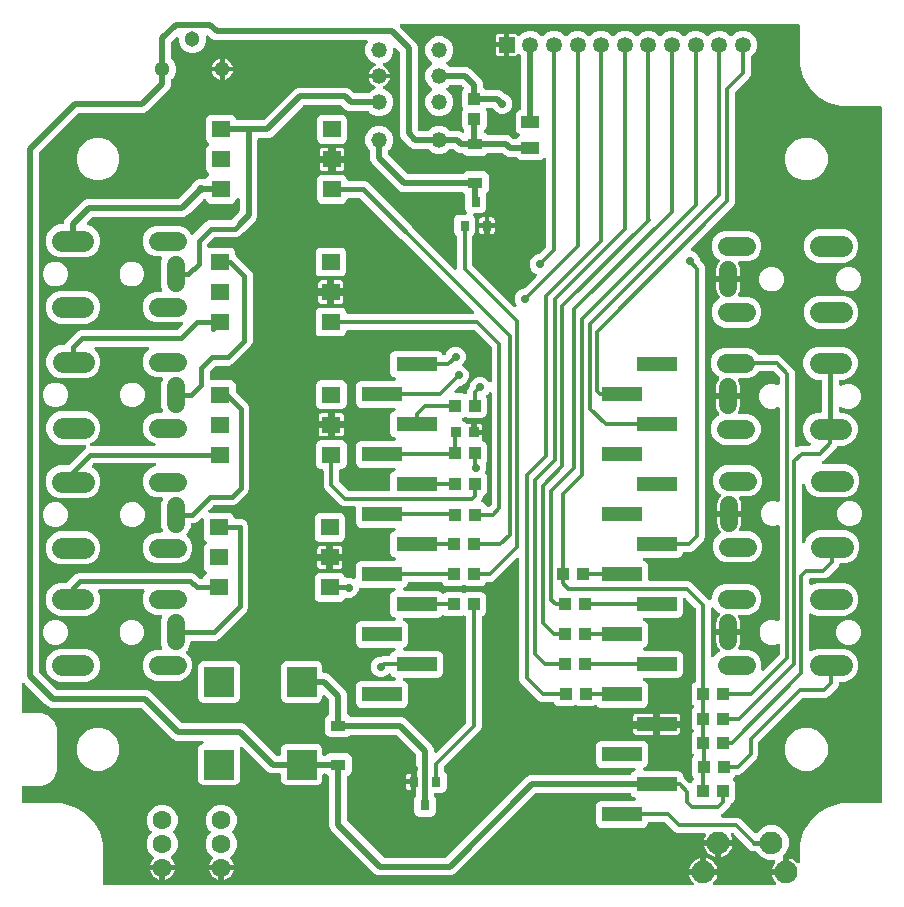
<source format=gtl>
G04 EAGLE Gerber RS-274X export*
G75*
%MOMM*%
%FSLAX34Y34*%
%LPD*%
%INTop Copper*%
%IPPOS*%
%AMOC8*
5,1,8,0,0,1.08239X$1,22.5*%
G01*
%ADD10R,1.000000X1.100000*%
%ADD11R,0.800000X0.900000*%
%ADD12C,1.303000*%
%ADD13C,1.320000*%
%ADD14R,1.600000X1.450000*%
%ADD15C,1.500000*%
%ADD16C,1.600000*%
%ADD17C,1.800000*%
%ADD18R,1.100000X1.000000*%
%ADD19R,0.920900X0.970200*%
%ADD20R,1.500000X1.000000*%
%ADD21C,1.930400*%
%ADD22R,1.250000X0.950000*%
%ADD23C,1.600000*%
%ADD24R,1.350000X1.350000*%
%ADD25C,1.350000*%
%ADD26R,2.500000X2.500000*%
%ADD27R,3.430000X1.270000*%
%ADD28C,0.704800*%
%ADD29C,0.500000*%
%ADD30C,0.300000*%
%ADD31C,0.400000*%

G36*
X364410Y28517D02*
X364410Y28517D01*
X364550Y28527D01*
X364582Y28537D01*
X364616Y28541D01*
X364746Y28588D01*
X364880Y28629D01*
X364909Y28647D01*
X364941Y28658D01*
X365057Y28734D01*
X365178Y28805D01*
X365212Y28835D01*
X365230Y28847D01*
X365254Y28871D01*
X365332Y28940D01*
X431230Y94838D01*
X433551Y97159D01*
X436308Y98301D01*
X520212Y98301D01*
X520299Y98311D01*
X520387Y98311D01*
X520470Y98331D01*
X520556Y98341D01*
X520638Y98370D01*
X520723Y98390D01*
X520800Y98429D01*
X520881Y98458D01*
X520954Y98506D01*
X521032Y98545D01*
X521098Y98600D01*
X521170Y98647D01*
X521231Y98710D01*
X521298Y98766D01*
X521350Y98835D01*
X521409Y98897D01*
X521453Y98973D01*
X521506Y99043D01*
X521570Y99171D01*
X521584Y99195D01*
X521588Y99207D01*
X521597Y99226D01*
X521911Y99983D01*
X523317Y101389D01*
X524707Y101965D01*
X524752Y101990D01*
X524802Y102008D01*
X524903Y102074D01*
X525009Y102133D01*
X525047Y102168D01*
X525091Y102197D01*
X525175Y102285D01*
X525264Y102366D01*
X525294Y102409D01*
X525330Y102447D01*
X525391Y102551D01*
X525459Y102651D01*
X525478Y102700D01*
X525505Y102745D01*
X525541Y102861D01*
X525584Y102974D01*
X525591Y103026D01*
X525607Y103076D01*
X525615Y103197D01*
X525632Y103316D01*
X525627Y103368D01*
X525631Y103421D01*
X525611Y103540D01*
X525600Y103661D01*
X525583Y103710D01*
X525575Y103762D01*
X525528Y103873D01*
X525490Y103988D01*
X525462Y104033D01*
X525442Y104081D01*
X525371Y104179D01*
X525307Y104282D01*
X525270Y104319D01*
X525240Y104361D01*
X525148Y104441D01*
X525063Y104526D01*
X525018Y104554D01*
X524979Y104588D01*
X524871Y104644D01*
X524768Y104708D01*
X524719Y104724D01*
X524672Y104749D01*
X524555Y104779D01*
X524440Y104817D01*
X524388Y104822D01*
X524338Y104835D01*
X524133Y104849D01*
X495955Y104849D01*
X494117Y105611D01*
X492711Y107017D01*
X491949Y108855D01*
X491949Y123545D01*
X492711Y125383D01*
X494117Y126789D01*
X495955Y127551D01*
X532245Y127551D01*
X534083Y126789D01*
X535489Y125383D01*
X536251Y123545D01*
X536251Y108855D01*
X535489Y107017D01*
X534083Y105611D01*
X532693Y105035D01*
X532648Y105010D01*
X532598Y104992D01*
X532497Y104926D01*
X532391Y104867D01*
X532353Y104832D01*
X532309Y104803D01*
X532225Y104715D01*
X532136Y104634D01*
X532106Y104591D01*
X532070Y104553D01*
X532009Y104449D01*
X531941Y104349D01*
X531922Y104300D01*
X531895Y104255D01*
X531859Y104139D01*
X531816Y104026D01*
X531809Y103974D01*
X531793Y103924D01*
X531785Y103803D01*
X531768Y103684D01*
X531773Y103632D01*
X531769Y103579D01*
X531789Y103460D01*
X531800Y103339D01*
X531817Y103290D01*
X531825Y103238D01*
X531872Y103127D01*
X531910Y103012D01*
X531938Y102967D01*
X531958Y102919D01*
X532029Y102821D01*
X532093Y102718D01*
X532130Y102681D01*
X532160Y102639D01*
X532252Y102559D01*
X532337Y102474D01*
X532382Y102446D01*
X532421Y102412D01*
X532529Y102355D01*
X532632Y102292D01*
X532681Y102276D01*
X532728Y102251D01*
X532845Y102221D01*
X532960Y102183D01*
X533012Y102178D01*
X533062Y102165D01*
X533267Y102151D01*
X561445Y102151D01*
X563283Y101389D01*
X564689Y99983D01*
X565451Y98145D01*
X565451Y97740D01*
X565461Y97653D01*
X565461Y97566D01*
X565481Y97482D01*
X565491Y97397D01*
X565520Y97314D01*
X565540Y97229D01*
X565579Y97152D01*
X565608Y97072D01*
X565656Y96998D01*
X565695Y96920D01*
X565750Y96854D01*
X565797Y96782D01*
X565860Y96722D01*
X565916Y96654D01*
X565985Y96603D01*
X566047Y96543D01*
X566123Y96499D01*
X566193Y96446D01*
X566321Y96382D01*
X566345Y96368D01*
X566357Y96365D01*
X566376Y96355D01*
X566482Y96311D01*
X568522Y94272D01*
X570894Y91900D01*
X571016Y91803D01*
X571137Y91703D01*
X571152Y91695D01*
X571165Y91685D01*
X571307Y91618D01*
X571446Y91549D01*
X571463Y91545D01*
X571478Y91538D01*
X571631Y91506D01*
X571783Y91470D01*
X571800Y91470D01*
X571816Y91467D01*
X571973Y91470D01*
X572129Y91471D01*
X572145Y91474D01*
X572162Y91475D01*
X572313Y91514D01*
X572465Y91550D01*
X572480Y91558D01*
X572496Y91562D01*
X572634Y91635D01*
X572774Y91705D01*
X572787Y91715D01*
X572802Y91723D01*
X572920Y91826D01*
X573040Y91926D01*
X573050Y91939D01*
X573063Y91951D01*
X573154Y92077D01*
X573248Y92202D01*
X573258Y92222D01*
X573265Y92231D01*
X573275Y92257D01*
X573339Y92386D01*
X573711Y93283D01*
X574618Y94190D01*
X574640Y94218D01*
X574666Y94241D01*
X574747Y94353D01*
X574832Y94461D01*
X574847Y94493D01*
X574868Y94522D01*
X574921Y94649D01*
X574979Y94774D01*
X574987Y94809D01*
X575000Y94841D01*
X575022Y94978D01*
X575051Y95112D01*
X575050Y95148D01*
X575055Y95183D01*
X575046Y95320D01*
X575042Y95458D01*
X575033Y95492D01*
X575031Y95528D01*
X574990Y95659D01*
X574955Y95792D01*
X574939Y95824D01*
X574928Y95858D01*
X574858Y95976D01*
X574794Y96098D01*
X574771Y96125D01*
X574753Y96155D01*
X574618Y96310D01*
X573811Y97117D01*
X573049Y98955D01*
X573049Y111945D01*
X573811Y113783D01*
X574568Y114540D01*
X574590Y114568D01*
X574617Y114591D01*
X574697Y114703D01*
X574782Y114811D01*
X574797Y114843D01*
X574818Y114872D01*
X574871Y114999D01*
X574929Y115124D01*
X574937Y115159D01*
X574950Y115191D01*
X574972Y115328D01*
X575001Y115462D01*
X575000Y115498D01*
X575005Y115533D01*
X574996Y115670D01*
X574992Y115808D01*
X574983Y115842D01*
X574981Y115878D01*
X574940Y116009D01*
X574905Y116142D01*
X574889Y116174D01*
X574878Y116208D01*
X574808Y116326D01*
X574744Y116448D01*
X574721Y116475D01*
X574703Y116506D01*
X574568Y116660D01*
X573711Y117517D01*
X572949Y119355D01*
X572949Y132345D01*
X573711Y134183D01*
X574543Y135015D01*
X574565Y135043D01*
X574592Y135066D01*
X574672Y135178D01*
X574757Y135286D01*
X574772Y135318D01*
X574793Y135347D01*
X574846Y135474D01*
X574904Y135599D01*
X574912Y135634D01*
X574925Y135666D01*
X574947Y135803D01*
X574976Y135937D01*
X574975Y135973D01*
X574980Y136008D01*
X574971Y136145D01*
X574967Y136283D01*
X574958Y136317D01*
X574956Y136353D01*
X574915Y136484D01*
X574880Y136617D01*
X574864Y136649D01*
X574853Y136683D01*
X574783Y136801D01*
X574719Y136923D01*
X574696Y136950D01*
X574678Y136981D01*
X574543Y137135D01*
X573661Y138017D01*
X572899Y139855D01*
X572899Y152845D01*
X573661Y154683D01*
X574518Y155540D01*
X574540Y155568D01*
X574567Y155591D01*
X574647Y155703D01*
X574732Y155811D01*
X574747Y155843D01*
X574768Y155872D01*
X574821Y155999D01*
X574879Y156124D01*
X574887Y156159D01*
X574900Y156191D01*
X574922Y156328D01*
X574951Y156462D01*
X574950Y156498D01*
X574955Y156533D01*
X574946Y156670D01*
X574942Y156808D01*
X574933Y156842D01*
X574931Y156878D01*
X574890Y157009D01*
X574855Y157142D01*
X574839Y157174D01*
X574828Y157208D01*
X574758Y157326D01*
X574694Y157448D01*
X574671Y157475D01*
X574653Y157506D01*
X574518Y157660D01*
X573661Y158517D01*
X572899Y160355D01*
X572899Y173345D01*
X573661Y175183D01*
X575067Y176589D01*
X575474Y176758D01*
X575550Y176800D01*
X575631Y176834D01*
X575701Y176884D01*
X575776Y176926D01*
X575840Y176985D01*
X575911Y177036D01*
X575968Y177101D01*
X576031Y177159D01*
X576081Y177231D01*
X576138Y177297D01*
X576178Y177374D01*
X576227Y177444D01*
X576258Y177526D01*
X576299Y177603D01*
X576320Y177687D01*
X576351Y177767D01*
X576363Y177853D01*
X576385Y177938D01*
X576395Y178082D01*
X576399Y178109D01*
X576398Y178121D01*
X576399Y178143D01*
X576399Y238886D01*
X576383Y239025D01*
X576373Y239164D01*
X576363Y239196D01*
X576359Y239230D01*
X576312Y239361D01*
X576271Y239494D01*
X576253Y239523D01*
X576242Y239555D01*
X576166Y239672D01*
X576095Y239792D01*
X576065Y239826D01*
X576053Y239845D01*
X576029Y239868D01*
X575960Y239946D01*
X568010Y247896D01*
X567928Y247961D01*
X567853Y248033D01*
X567793Y248068D01*
X567739Y248111D01*
X567645Y248155D01*
X567555Y248208D01*
X567489Y248229D01*
X567426Y248258D01*
X567324Y248280D01*
X567224Y248310D01*
X567155Y248315D01*
X567088Y248329D01*
X566984Y248327D01*
X566879Y248334D01*
X566811Y248323D01*
X566742Y248321D01*
X566641Y248295D01*
X566538Y248278D01*
X566474Y248251D01*
X566408Y248234D01*
X566315Y248185D01*
X566219Y248145D01*
X566163Y248105D01*
X566102Y248073D01*
X566023Y248004D01*
X565939Y247943D01*
X565893Y247891D01*
X565841Y247845D01*
X565780Y247761D01*
X565712Y247682D01*
X565680Y247621D01*
X565639Y247565D01*
X565600Y247468D01*
X565551Y247376D01*
X565534Y247309D01*
X565507Y247245D01*
X565491Y247142D01*
X565465Y247041D01*
X565458Y246937D01*
X565452Y246904D01*
X565454Y246881D01*
X565451Y246836D01*
X565451Y235855D01*
X564689Y234017D01*
X563283Y232611D01*
X561445Y231849D01*
X533267Y231849D01*
X533215Y231843D01*
X533163Y231846D01*
X533044Y231823D01*
X532924Y231809D01*
X532874Y231792D01*
X532823Y231782D01*
X532712Y231733D01*
X532598Y231692D01*
X532555Y231663D01*
X532507Y231642D01*
X532410Y231569D01*
X532309Y231503D01*
X532273Y231465D01*
X532231Y231434D01*
X532154Y231341D01*
X532070Y231253D01*
X532044Y231208D01*
X532010Y231168D01*
X531956Y231059D01*
X531895Y230955D01*
X531880Y230905D01*
X531856Y230858D01*
X531829Y230740D01*
X531793Y230624D01*
X531790Y230572D01*
X531778Y230521D01*
X531778Y230400D01*
X531769Y230279D01*
X531778Y230228D01*
X531778Y230176D01*
X531806Y230058D01*
X531825Y229938D01*
X531846Y229890D01*
X531858Y229839D01*
X531912Y229731D01*
X531958Y229619D01*
X531989Y229577D01*
X532012Y229530D01*
X532090Y229437D01*
X532160Y229339D01*
X532200Y229304D01*
X532233Y229264D01*
X532330Y229191D01*
X532422Y229112D01*
X532468Y229088D01*
X532510Y229056D01*
X532693Y228965D01*
X534083Y228389D01*
X535489Y226983D01*
X536251Y225145D01*
X536251Y210455D01*
X535489Y208617D01*
X534083Y207211D01*
X532693Y206635D01*
X532648Y206610D01*
X532598Y206592D01*
X532497Y206526D01*
X532391Y206467D01*
X532353Y206432D01*
X532309Y206403D01*
X532225Y206315D01*
X532136Y206234D01*
X532106Y206191D01*
X532070Y206153D01*
X532009Y206048D01*
X531941Y205949D01*
X531922Y205900D01*
X531895Y205855D01*
X531859Y205739D01*
X531816Y205626D01*
X531809Y205574D01*
X531793Y205524D01*
X531785Y205403D01*
X531768Y205284D01*
X531773Y205232D01*
X531769Y205179D01*
X531789Y205060D01*
X531800Y204939D01*
X531817Y204890D01*
X531825Y204838D01*
X531872Y204726D01*
X531910Y204612D01*
X531938Y204567D01*
X531958Y204519D01*
X532029Y204421D01*
X532093Y204318D01*
X532130Y204281D01*
X532160Y204239D01*
X532252Y204159D01*
X532338Y204074D01*
X532382Y204046D01*
X532422Y204012D01*
X532529Y203955D01*
X532632Y203892D01*
X532681Y203876D01*
X532728Y203851D01*
X532845Y203821D01*
X532960Y203783D01*
X533012Y203778D01*
X533062Y203765D01*
X533267Y203751D01*
X561445Y203751D01*
X563283Y202989D01*
X564689Y201583D01*
X565451Y199745D01*
X565451Y185055D01*
X564689Y183217D01*
X563283Y181811D01*
X561445Y181049D01*
X533267Y181049D01*
X533215Y181043D01*
X533163Y181046D01*
X533044Y181023D01*
X532924Y181009D01*
X532874Y180992D01*
X532823Y180982D01*
X532712Y180933D01*
X532598Y180892D01*
X532555Y180863D01*
X532507Y180842D01*
X532410Y180769D01*
X532309Y180703D01*
X532273Y180665D01*
X532231Y180634D01*
X532154Y180541D01*
X532070Y180453D01*
X532044Y180408D01*
X532010Y180368D01*
X531956Y180259D01*
X531895Y180155D01*
X531880Y180105D01*
X531856Y180058D01*
X531829Y179940D01*
X531793Y179824D01*
X531790Y179772D01*
X531778Y179721D01*
X531778Y179600D01*
X531769Y179479D01*
X531778Y179428D01*
X531778Y179376D01*
X531806Y179258D01*
X531825Y179138D01*
X531846Y179090D01*
X531858Y179039D01*
X531912Y178931D01*
X531958Y178819D01*
X531989Y178777D01*
X532012Y178730D01*
X532090Y178637D01*
X532160Y178539D01*
X532200Y178504D01*
X532233Y178464D01*
X532330Y178391D01*
X532422Y178312D01*
X532468Y178288D01*
X532510Y178256D01*
X532693Y178165D01*
X534083Y177589D01*
X535489Y176183D01*
X536251Y174345D01*
X536251Y159655D01*
X535489Y157817D01*
X534083Y156411D01*
X532245Y155649D01*
X495955Y155649D01*
X494117Y156411D01*
X493210Y157318D01*
X493182Y157340D01*
X493159Y157366D01*
X493047Y157447D01*
X492939Y157532D01*
X492907Y157547D01*
X492878Y157568D01*
X492751Y157621D01*
X492626Y157679D01*
X492591Y157687D01*
X492559Y157700D01*
X492422Y157722D01*
X492288Y157751D01*
X492252Y157750D01*
X492217Y157755D01*
X492080Y157746D01*
X491942Y157742D01*
X491908Y157733D01*
X491872Y157731D01*
X491741Y157690D01*
X491608Y157655D01*
X491576Y157639D01*
X491542Y157628D01*
X491424Y157558D01*
X491302Y157494D01*
X491275Y157471D01*
X491245Y157453D01*
X491145Y157366D01*
X489295Y156599D01*
X477305Y156599D01*
X475374Y157399D01*
X475240Y157438D01*
X475107Y157482D01*
X475074Y157485D01*
X475041Y157494D01*
X474902Y157500D01*
X474763Y157513D01*
X474730Y157508D01*
X474696Y157510D01*
X474558Y157484D01*
X474421Y157465D01*
X474378Y157450D01*
X474356Y157446D01*
X474325Y157433D01*
X474226Y157399D01*
X472295Y156599D01*
X460305Y156599D01*
X458467Y157361D01*
X457061Y158767D01*
X456685Y159674D01*
X456643Y159750D01*
X456609Y159831D01*
X456559Y159901D01*
X456517Y159976D01*
X456458Y160040D01*
X456407Y160111D01*
X456342Y160168D01*
X456284Y160231D01*
X456212Y160281D01*
X456146Y160338D01*
X456069Y160378D01*
X455999Y160427D01*
X455917Y160458D01*
X455839Y160499D01*
X455756Y160520D01*
X455676Y160551D01*
X455590Y160563D01*
X455505Y160585D01*
X455361Y160595D01*
X455334Y160599D01*
X455322Y160598D01*
X455300Y160599D01*
X446007Y160599D01*
X443618Y161589D01*
X428089Y177118D01*
X427099Y179507D01*
X427099Y280936D01*
X427096Y280960D01*
X427098Y280977D01*
X427087Y281040D01*
X427085Y281144D01*
X427067Y281211D01*
X427059Y281280D01*
X427024Y281378D01*
X426998Y281479D01*
X426965Y281540D01*
X426942Y281605D01*
X426885Y281693D01*
X426836Y281785D01*
X426791Y281837D01*
X426753Y281895D01*
X426678Y281967D01*
X426609Y282045D01*
X426553Y282086D01*
X426503Y282133D01*
X426413Y282186D01*
X426328Y282247D01*
X426264Y282273D01*
X426205Y282308D01*
X426105Y282339D01*
X426009Y282379D01*
X425940Y282390D01*
X425874Y282410D01*
X425770Y282417D01*
X425667Y282434D01*
X425598Y282429D01*
X425529Y282434D01*
X425427Y282417D01*
X425322Y282410D01*
X425256Y282389D01*
X425188Y282378D01*
X425092Y282338D01*
X424992Y282307D01*
X424933Y282272D01*
X424869Y282245D01*
X424784Y282184D01*
X424695Y282131D01*
X424616Y282063D01*
X424589Y282043D01*
X424574Y282026D01*
X424540Y281996D01*
X405732Y263189D01*
X403343Y262199D01*
X399800Y262199D01*
X399713Y262189D01*
X399626Y262189D01*
X399542Y262169D01*
X399457Y262159D01*
X399374Y262130D01*
X399289Y262110D01*
X399212Y262071D01*
X399131Y262042D01*
X399058Y261994D01*
X398980Y261955D01*
X398914Y261900D01*
X398842Y261853D01*
X398781Y261790D01*
X398714Y261734D01*
X398662Y261665D01*
X398603Y261603D01*
X398559Y261527D01*
X398506Y261457D01*
X398442Y261329D01*
X398428Y261305D01*
X398425Y261293D01*
X398415Y261274D01*
X398039Y260367D01*
X396633Y258961D01*
X394795Y258199D01*
X382805Y258199D01*
X380874Y258999D01*
X380740Y259038D01*
X380607Y259082D01*
X380574Y259085D01*
X380541Y259094D01*
X380402Y259100D01*
X380263Y259113D01*
X380230Y259108D01*
X380196Y259110D01*
X380058Y259084D01*
X379921Y259065D01*
X379878Y259050D01*
X379856Y259046D01*
X379825Y259033D01*
X379726Y258999D01*
X377795Y258199D01*
X365805Y258199D01*
X363967Y258961D01*
X362561Y260367D01*
X362185Y261274D01*
X362142Y261350D01*
X362109Y261431D01*
X362059Y261501D01*
X362017Y261576D01*
X361958Y261640D01*
X361907Y261711D01*
X361842Y261768D01*
X361784Y261831D01*
X361712Y261881D01*
X361646Y261938D01*
X361569Y261978D01*
X361499Y262027D01*
X361417Y262058D01*
X361339Y262099D01*
X361256Y262120D01*
X361176Y262151D01*
X361089Y262163D01*
X361005Y262185D01*
X360861Y262195D01*
X360834Y262199D01*
X360822Y262198D01*
X360800Y262199D01*
X334444Y262199D01*
X334357Y262189D01*
X334269Y262189D01*
X334185Y262169D01*
X334100Y262159D01*
X334018Y262130D01*
X333933Y262110D01*
X333856Y262071D01*
X333775Y262042D01*
X333702Y261994D01*
X333623Y261955D01*
X333557Y261900D01*
X333485Y261853D01*
X333425Y261790D01*
X333358Y261734D01*
X333306Y261665D01*
X333247Y261603D01*
X333202Y261528D01*
X333150Y261457D01*
X333086Y261328D01*
X333072Y261305D01*
X333068Y261293D01*
X333058Y261274D01*
X332289Y259417D01*
X330883Y258011D01*
X329493Y257435D01*
X329448Y257410D01*
X329398Y257392D01*
X329297Y257326D01*
X329191Y257267D01*
X329153Y257232D01*
X329109Y257203D01*
X329025Y257115D01*
X328936Y257034D01*
X328906Y256991D01*
X328870Y256953D01*
X328809Y256848D01*
X328741Y256749D01*
X328722Y256700D01*
X328695Y256655D01*
X328659Y256539D01*
X328616Y256426D01*
X328609Y256374D01*
X328593Y256324D01*
X328585Y256203D01*
X328568Y256084D01*
X328573Y256032D01*
X328569Y255979D01*
X328589Y255860D01*
X328600Y255739D01*
X328617Y255690D01*
X328625Y255638D01*
X328672Y255526D01*
X328710Y255412D01*
X328738Y255367D01*
X328758Y255319D01*
X328829Y255221D01*
X328893Y255118D01*
X328930Y255081D01*
X328960Y255039D01*
X329052Y254959D01*
X329138Y254874D01*
X329182Y254846D01*
X329222Y254812D01*
X329329Y254755D01*
X329432Y254692D01*
X329481Y254676D01*
X329528Y254651D01*
X329645Y254621D01*
X329760Y254583D01*
X329812Y254578D01*
X329862Y254565D01*
X330067Y254551D01*
X358245Y254551D01*
X360083Y253789D01*
X361330Y252542D01*
X361358Y252520D01*
X361381Y252493D01*
X361493Y252413D01*
X361601Y252328D01*
X361633Y252313D01*
X361662Y252292D01*
X361789Y252239D01*
X361914Y252181D01*
X361949Y252173D01*
X361981Y252160D01*
X362118Y252138D01*
X362252Y252109D01*
X362288Y252110D01*
X362323Y252105D01*
X362460Y252114D01*
X362598Y252118D01*
X362632Y252127D01*
X362668Y252129D01*
X362799Y252170D01*
X362932Y252205D01*
X362964Y252221D01*
X362998Y252232D01*
X363116Y252302D01*
X363238Y252366D01*
X363265Y252389D01*
X363296Y252407D01*
X363450Y252542D01*
X363907Y252999D01*
X365745Y253761D01*
X377735Y253761D01*
X379666Y252961D01*
X379800Y252922D01*
X379933Y252878D01*
X379966Y252875D01*
X379999Y252866D01*
X380138Y252860D01*
X380277Y252847D01*
X380310Y252852D01*
X380344Y252850D01*
X380482Y252876D01*
X380619Y252895D01*
X380662Y252910D01*
X380684Y252914D01*
X380715Y252927D01*
X380814Y252961D01*
X382745Y253761D01*
X394735Y253761D01*
X396573Y252999D01*
X397979Y251593D01*
X398741Y249755D01*
X398741Y236765D01*
X397979Y234927D01*
X396573Y233521D01*
X396166Y233352D01*
X396090Y233310D01*
X396009Y233276D01*
X395939Y233226D01*
X395864Y233184D01*
X395800Y233125D01*
X395729Y233074D01*
X395672Y233009D01*
X395609Y232951D01*
X395559Y232879D01*
X395502Y232813D01*
X395462Y232736D01*
X395413Y232666D01*
X395382Y232584D01*
X395341Y232507D01*
X395320Y232423D01*
X395289Y232343D01*
X395277Y232257D01*
X395255Y232172D01*
X395245Y232028D01*
X395241Y232001D01*
X395242Y231989D01*
X395241Y231967D01*
X395241Y138747D01*
X394251Y136358D01*
X363650Y105756D01*
X363563Y105647D01*
X363472Y105542D01*
X363456Y105512D01*
X363435Y105485D01*
X363376Y105359D01*
X363311Y105236D01*
X363303Y105203D01*
X363288Y105172D01*
X363260Y105036D01*
X363225Y104901D01*
X363222Y104856D01*
X363217Y104834D01*
X363218Y104800D01*
X363211Y104696D01*
X363211Y102422D01*
X363227Y102284D01*
X363237Y102145D01*
X363247Y102112D01*
X363251Y102079D01*
X363298Y101948D01*
X363339Y101815D01*
X363357Y101786D01*
X363368Y101754D01*
X363444Y101637D01*
X363515Y101517D01*
X363545Y101483D01*
X363557Y101464D01*
X363581Y101441D01*
X363650Y101362D01*
X364949Y100063D01*
X365711Y98225D01*
X365711Y87235D01*
X364949Y85397D01*
X363543Y83991D01*
X361705Y83229D01*
X356210Y83229D01*
X356175Y83225D01*
X356139Y83228D01*
X356003Y83205D01*
X355867Y83189D01*
X355833Y83177D01*
X355798Y83172D01*
X355671Y83119D01*
X355541Y83072D01*
X355512Y83053D01*
X355479Y83039D01*
X355367Y82958D01*
X355252Y82883D01*
X355227Y82857D01*
X355199Y82837D01*
X355108Y82733D01*
X355013Y82633D01*
X354995Y82602D01*
X354972Y82576D01*
X354908Y82453D01*
X354838Y82335D01*
X354828Y82301D01*
X354811Y82269D01*
X354777Y82136D01*
X354736Y82004D01*
X354734Y81969D01*
X354725Y81935D01*
X354711Y81730D01*
X354711Y81422D01*
X354727Y81284D01*
X354737Y81145D01*
X354747Y81112D01*
X354751Y81079D01*
X354798Y80948D01*
X354839Y80815D01*
X354857Y80786D01*
X354868Y80754D01*
X354944Y80637D01*
X355015Y80517D01*
X355045Y80483D01*
X355057Y80464D01*
X355081Y80441D01*
X355150Y80362D01*
X355449Y80063D01*
X356211Y78225D01*
X356211Y67235D01*
X355449Y65397D01*
X354043Y63991D01*
X352205Y63229D01*
X342215Y63229D01*
X340377Y63991D01*
X338971Y65397D01*
X338209Y67235D01*
X338209Y78225D01*
X338971Y80063D01*
X339270Y80362D01*
X339357Y80471D01*
X339448Y80577D01*
X339464Y80607D01*
X339485Y80633D01*
X339544Y80759D01*
X339609Y80883D01*
X339617Y80916D01*
X339632Y80946D01*
X339660Y81083D01*
X339695Y81218D01*
X339698Y81263D01*
X339703Y81285D01*
X339702Y81318D01*
X339709Y81422D01*
X339709Y92230D01*
X339705Y92265D01*
X339708Y92300D01*
X339685Y92436D01*
X339669Y92573D01*
X339657Y92607D01*
X339652Y92642D01*
X339617Y92724D01*
X339643Y92824D01*
X339684Y92956D01*
X339686Y92991D01*
X339695Y93026D01*
X339709Y93230D01*
X339709Y115512D01*
X339693Y115650D01*
X339683Y115790D01*
X339673Y115822D01*
X339669Y115856D01*
X339622Y115986D01*
X339581Y116120D01*
X339563Y116149D01*
X339552Y116181D01*
X339476Y116297D01*
X339405Y116418D01*
X339375Y116452D01*
X339363Y116470D01*
X339339Y116494D01*
X339270Y116572D01*
X323532Y132310D01*
X323423Y132397D01*
X323318Y132488D01*
X323288Y132504D01*
X323261Y132525D01*
X323135Y132584D01*
X323012Y132649D01*
X322979Y132657D01*
X322948Y132672D01*
X322812Y132700D01*
X322677Y132735D01*
X322632Y132738D01*
X322610Y132743D01*
X322576Y132742D01*
X322472Y132749D01*
X284992Y132749D01*
X284854Y132733D01*
X284715Y132723D01*
X284682Y132713D01*
X284649Y132709D01*
X284518Y132662D01*
X284385Y132621D01*
X284356Y132603D01*
X284324Y132592D01*
X284207Y132516D01*
X284087Y132445D01*
X284053Y132415D01*
X284034Y132403D01*
X284011Y132379D01*
X283932Y132310D01*
X282883Y131261D01*
X281045Y130499D01*
X266555Y130499D01*
X264717Y131261D01*
X263311Y132667D01*
X262549Y134505D01*
X262549Y145995D01*
X263311Y147833D01*
X264717Y149239D01*
X265374Y149511D01*
X265450Y149554D01*
X265531Y149588D01*
X265601Y149638D01*
X265676Y149680D01*
X265741Y149739D01*
X265811Y149790D01*
X265868Y149855D01*
X265931Y149913D01*
X265981Y149985D01*
X266038Y150051D01*
X266078Y150127D01*
X266127Y150198D01*
X266158Y150279D01*
X266199Y150357D01*
X266220Y150440D01*
X266251Y150520D01*
X266263Y150607D01*
X266285Y150692D01*
X266295Y150835D01*
X266299Y150863D01*
X266298Y150875D01*
X266299Y150896D01*
X266299Y161872D01*
X266283Y162010D01*
X266273Y162150D01*
X266263Y162182D01*
X266259Y162216D01*
X266212Y162346D01*
X266171Y162480D01*
X266153Y162509D01*
X266142Y162541D01*
X266066Y162657D01*
X265995Y162778D01*
X265965Y162812D01*
X265953Y162830D01*
X265929Y162854D01*
X265860Y162932D01*
X262910Y165882D01*
X262828Y165947D01*
X262753Y166019D01*
X262693Y166054D01*
X262639Y166097D01*
X262545Y166141D01*
X262455Y166194D01*
X262389Y166214D01*
X262326Y166244D01*
X262224Y166265D01*
X262124Y166296D01*
X262055Y166301D01*
X261988Y166315D01*
X261884Y166313D01*
X261779Y166320D01*
X261711Y166309D01*
X261642Y166307D01*
X261541Y166281D01*
X261438Y166264D01*
X261374Y166237D01*
X261308Y166220D01*
X261215Y166171D01*
X261119Y166131D01*
X261063Y166091D01*
X261002Y166058D01*
X260923Y165990D01*
X260839Y165929D01*
X260793Y165877D01*
X260741Y165831D01*
X260680Y165747D01*
X260612Y165668D01*
X260580Y165606D01*
X260539Y165550D01*
X260500Y165454D01*
X260451Y165362D01*
X260434Y165295D01*
X260408Y165231D01*
X260391Y165128D01*
X260365Y165027D01*
X260358Y164923D01*
X260352Y164889D01*
X260354Y164867D01*
X260351Y164822D01*
X260351Y163855D01*
X259589Y162017D01*
X258183Y160611D01*
X256345Y159849D01*
X229355Y159849D01*
X227517Y160611D01*
X226111Y162017D01*
X225349Y163855D01*
X225349Y190845D01*
X226111Y192683D01*
X227517Y194089D01*
X229355Y194851D01*
X256345Y194851D01*
X258183Y194089D01*
X259589Y192683D01*
X260351Y190845D01*
X260351Y186350D01*
X260355Y186315D01*
X260352Y186279D01*
X260375Y186143D01*
X260391Y186007D01*
X260403Y185973D01*
X260408Y185938D01*
X260461Y185811D01*
X260508Y185681D01*
X260527Y185652D01*
X260541Y185619D01*
X260622Y185507D01*
X260697Y185392D01*
X260723Y185367D01*
X260743Y185339D01*
X260847Y185248D01*
X260947Y185153D01*
X260978Y185135D01*
X261004Y185112D01*
X261127Y185048D01*
X261245Y184978D01*
X261279Y184968D01*
X261311Y184951D01*
X261444Y184917D01*
X261576Y184876D01*
X261611Y184874D01*
X261645Y184865D01*
X261850Y184851D01*
X263542Y184851D01*
X266299Y183709D01*
X280159Y169849D01*
X281301Y167092D01*
X281301Y150896D01*
X281311Y150810D01*
X281311Y150722D01*
X281331Y150638D01*
X281341Y150553D01*
X281370Y150471D01*
X281390Y150386D01*
X281429Y150309D01*
X281458Y150228D01*
X281506Y150154D01*
X281545Y150076D01*
X281600Y150010D01*
X281647Y149938D01*
X281710Y149878D01*
X281766Y149811D01*
X281835Y149759D01*
X281897Y149700D01*
X281972Y149655D01*
X282043Y149603D01*
X282172Y149539D01*
X282195Y149525D01*
X282207Y149521D01*
X282226Y149511D01*
X282883Y149239D01*
X283932Y148190D01*
X284041Y148103D01*
X284147Y148012D01*
X284177Y147996D01*
X284203Y147975D01*
X284329Y147916D01*
X284453Y147851D01*
X284486Y147843D01*
X284516Y147828D01*
X284653Y147800D01*
X284788Y147765D01*
X284833Y147762D01*
X284855Y147757D01*
X284888Y147758D01*
X284992Y147751D01*
X327692Y147751D01*
X330449Y146609D01*
X353569Y123489D01*
X354711Y120732D01*
X354711Y118824D01*
X354723Y118720D01*
X354725Y118616D01*
X354743Y118549D01*
X354751Y118480D01*
X354786Y118382D01*
X354812Y118281D01*
X354845Y118220D01*
X354868Y118155D01*
X354925Y118067D01*
X354974Y117975D01*
X355019Y117923D01*
X355057Y117865D01*
X355132Y117793D01*
X355201Y117715D01*
X355257Y117674D01*
X355307Y117627D01*
X355397Y117574D01*
X355482Y117513D01*
X355546Y117487D01*
X355605Y117452D01*
X355705Y117421D01*
X355801Y117381D01*
X355870Y117370D01*
X355936Y117350D01*
X356040Y117343D01*
X356143Y117326D01*
X356212Y117331D01*
X356281Y117326D01*
X356383Y117343D01*
X356488Y117350D01*
X356554Y117371D01*
X356622Y117382D01*
X356718Y117422D01*
X356818Y117453D01*
X356877Y117488D01*
X356941Y117515D01*
X357026Y117576D01*
X357115Y117629D01*
X357194Y117697D01*
X357221Y117717D01*
X357236Y117734D01*
X357270Y117764D01*
X381800Y142294D01*
X381887Y142403D01*
X381978Y142508D01*
X381994Y142538D01*
X382015Y142565D01*
X382074Y142691D01*
X382139Y142814D01*
X382147Y142847D01*
X382162Y142878D01*
X382190Y143014D01*
X382225Y143149D01*
X382228Y143194D01*
X382233Y143216D01*
X382232Y143250D01*
X382239Y143354D01*
X382239Y231967D01*
X382229Y232054D01*
X382229Y232142D01*
X382209Y232225D01*
X382199Y232311D01*
X382170Y232393D01*
X382150Y232478D01*
X382111Y232555D01*
X382082Y232636D01*
X382034Y232709D01*
X381995Y232787D01*
X381940Y232853D01*
X381893Y232925D01*
X381830Y232986D01*
X381774Y233053D01*
X381705Y233105D01*
X381643Y233164D01*
X381567Y233208D01*
X381497Y233261D01*
X381369Y233325D01*
X381345Y233339D01*
X381333Y233343D01*
X381314Y233352D01*
X380814Y233559D01*
X380680Y233598D01*
X380547Y233642D01*
X380514Y233645D01*
X380481Y233654D01*
X380342Y233660D01*
X380203Y233673D01*
X380170Y233668D01*
X380136Y233670D01*
X379998Y233644D01*
X379861Y233625D01*
X379818Y233610D01*
X379796Y233606D01*
X379765Y233593D01*
X379666Y233559D01*
X377735Y232759D01*
X365745Y232759D01*
X363907Y233521D01*
X363510Y233918D01*
X363482Y233940D01*
X363459Y233966D01*
X363347Y234047D01*
X363239Y234132D01*
X363207Y234147D01*
X363178Y234168D01*
X363051Y234221D01*
X362926Y234279D01*
X362892Y234287D01*
X362859Y234300D01*
X362722Y234322D01*
X362588Y234351D01*
X362552Y234350D01*
X362517Y234355D01*
X362380Y234346D01*
X362242Y234342D01*
X362208Y234333D01*
X362172Y234331D01*
X362041Y234290D01*
X361908Y234255D01*
X361876Y234239D01*
X361842Y234228D01*
X361724Y234158D01*
X361602Y234094D01*
X361575Y234071D01*
X361545Y234053D01*
X361390Y233918D01*
X360083Y232611D01*
X358245Y231849D01*
X330067Y231849D01*
X330015Y231843D01*
X329963Y231846D01*
X329844Y231823D01*
X329724Y231809D01*
X329674Y231792D01*
X329623Y231782D01*
X329512Y231733D01*
X329398Y231692D01*
X329355Y231663D01*
X329307Y231642D01*
X329210Y231569D01*
X329109Y231503D01*
X329073Y231465D01*
X329031Y231434D01*
X328954Y231341D01*
X328870Y231253D01*
X328844Y231208D01*
X328810Y231168D01*
X328756Y231059D01*
X328695Y230955D01*
X328680Y230905D01*
X328656Y230858D01*
X328629Y230740D01*
X328593Y230624D01*
X328590Y230572D01*
X328578Y230521D01*
X328578Y230400D01*
X328569Y230279D01*
X328578Y230228D01*
X328578Y230176D01*
X328606Y230058D01*
X328625Y229938D01*
X328646Y229890D01*
X328658Y229839D01*
X328712Y229731D01*
X328758Y229619D01*
X328789Y229577D01*
X328812Y229530D01*
X328890Y229437D01*
X328960Y229339D01*
X329000Y229304D01*
X329033Y229264D01*
X329130Y229191D01*
X329222Y229112D01*
X329268Y229088D01*
X329310Y229056D01*
X329493Y228965D01*
X330883Y228389D01*
X332289Y226983D01*
X333051Y225145D01*
X333051Y210455D01*
X332289Y208617D01*
X330883Y207211D01*
X329493Y206635D01*
X329448Y206610D01*
X329398Y206592D01*
X329297Y206526D01*
X329191Y206467D01*
X329153Y206432D01*
X329109Y206403D01*
X329025Y206315D01*
X328936Y206234D01*
X328906Y206191D01*
X328870Y206153D01*
X328809Y206048D01*
X328741Y205949D01*
X328722Y205900D01*
X328695Y205855D01*
X328659Y205739D01*
X328616Y205626D01*
X328609Y205574D01*
X328593Y205524D01*
X328585Y205403D01*
X328568Y205284D01*
X328573Y205232D01*
X328569Y205179D01*
X328589Y205060D01*
X328600Y204939D01*
X328617Y204890D01*
X328625Y204838D01*
X328672Y204726D01*
X328710Y204612D01*
X328738Y204567D01*
X328758Y204519D01*
X328829Y204421D01*
X328893Y204318D01*
X328930Y204281D01*
X328960Y204239D01*
X329052Y204159D01*
X329138Y204074D01*
X329182Y204046D01*
X329222Y204012D01*
X329329Y203955D01*
X329432Y203892D01*
X329481Y203876D01*
X329528Y203851D01*
X329645Y203821D01*
X329760Y203783D01*
X329812Y203778D01*
X329862Y203765D01*
X330067Y203751D01*
X358245Y203751D01*
X360083Y202989D01*
X361489Y201583D01*
X362251Y199745D01*
X362251Y185055D01*
X361489Y183217D01*
X360083Y181811D01*
X358245Y181049D01*
X330067Y181049D01*
X330015Y181043D01*
X329963Y181046D01*
X329844Y181023D01*
X329724Y181009D01*
X329674Y180992D01*
X329623Y180982D01*
X329512Y180933D01*
X329398Y180892D01*
X329355Y180863D01*
X329307Y180842D01*
X329210Y180769D01*
X329109Y180703D01*
X329073Y180665D01*
X329031Y180634D01*
X328954Y180541D01*
X328870Y180453D01*
X328844Y180408D01*
X328810Y180368D01*
X328756Y180259D01*
X328695Y180155D01*
X328680Y180105D01*
X328656Y180058D01*
X328629Y179940D01*
X328593Y179824D01*
X328590Y179772D01*
X328578Y179721D01*
X328578Y179600D01*
X328569Y179479D01*
X328578Y179428D01*
X328578Y179376D01*
X328606Y179258D01*
X328625Y179138D01*
X328646Y179090D01*
X328658Y179039D01*
X328712Y178931D01*
X328758Y178819D01*
X328789Y178777D01*
X328812Y178730D01*
X328890Y178637D01*
X328960Y178539D01*
X329000Y178504D01*
X329033Y178464D01*
X329130Y178391D01*
X329222Y178312D01*
X329268Y178288D01*
X329310Y178256D01*
X329493Y178165D01*
X330883Y177589D01*
X332289Y176183D01*
X333051Y174345D01*
X333051Y159655D01*
X332289Y157817D01*
X330883Y156411D01*
X329045Y155649D01*
X292755Y155649D01*
X290917Y156411D01*
X289511Y157817D01*
X288749Y159655D01*
X288749Y174345D01*
X289511Y176183D01*
X290917Y177589D01*
X292755Y178351D01*
X320933Y178351D01*
X320985Y178357D01*
X321037Y178354D01*
X321156Y178377D01*
X321276Y178391D01*
X321326Y178408D01*
X321377Y178418D01*
X321488Y178467D01*
X321602Y178508D01*
X321645Y178537D01*
X321693Y178558D01*
X321790Y178631D01*
X321891Y178697D01*
X321927Y178735D01*
X321969Y178766D01*
X322046Y178859D01*
X322130Y178947D01*
X322156Y178992D01*
X322190Y179032D01*
X322244Y179141D01*
X322305Y179245D01*
X322320Y179295D01*
X322344Y179342D01*
X322371Y179460D01*
X322407Y179576D01*
X322410Y179628D01*
X322422Y179679D01*
X322422Y179800D01*
X322431Y179921D01*
X322422Y179972D01*
X322422Y180024D01*
X322394Y180142D01*
X322375Y180262D01*
X322354Y180310D01*
X322342Y180361D01*
X322288Y180469D01*
X322242Y180581D01*
X322211Y180623D01*
X322188Y180670D01*
X322110Y180763D01*
X322040Y180861D01*
X322000Y180896D01*
X321967Y180936D01*
X321870Y181009D01*
X321778Y181088D01*
X321732Y181112D01*
X321690Y181144D01*
X321507Y181235D01*
X320117Y181811D01*
X318711Y183217D01*
X318562Y183575D01*
X318487Y183711D01*
X318414Y183850D01*
X318402Y183862D01*
X318394Y183877D01*
X318289Y183993D01*
X318186Y184110D01*
X318173Y184120D01*
X318161Y184133D01*
X318032Y184221D01*
X317905Y184312D01*
X317890Y184318D01*
X317876Y184328D01*
X317730Y184384D01*
X317586Y184444D01*
X317569Y184446D01*
X317553Y184453D01*
X317399Y184474D01*
X317245Y184499D01*
X317228Y184498D01*
X317211Y184500D01*
X317056Y184486D01*
X316900Y184475D01*
X316883Y184470D01*
X316867Y184468D01*
X316719Y184418D01*
X316570Y184372D01*
X316555Y184363D01*
X316539Y184358D01*
X316407Y184276D01*
X316272Y184196D01*
X316255Y184182D01*
X316245Y184176D01*
X316226Y184156D01*
X316117Y184061D01*
X314829Y182773D01*
X311696Y181475D01*
X308304Y181475D01*
X305171Y182773D01*
X302773Y185171D01*
X301475Y188304D01*
X301475Y191696D01*
X302773Y194829D01*
X305171Y197227D01*
X308304Y198525D01*
X309901Y198525D01*
X309919Y198527D01*
X309938Y198525D01*
X310091Y198547D01*
X310244Y198565D01*
X310262Y198571D01*
X310280Y198574D01*
X310475Y198639D01*
X311107Y198901D01*
X316598Y198901D01*
X316685Y198911D01*
X316772Y198911D01*
X316856Y198931D01*
X316941Y198941D01*
X317024Y198970D01*
X317109Y198990D01*
X317186Y199029D01*
X317267Y199058D01*
X317340Y199106D01*
X317418Y199145D01*
X317484Y199200D01*
X317556Y199247D01*
X317617Y199310D01*
X317684Y199366D01*
X317735Y199435D01*
X317795Y199497D01*
X317839Y199573D01*
X317892Y199643D01*
X317956Y199771D01*
X317970Y199795D01*
X317973Y199807D01*
X317983Y199826D01*
X318711Y201583D01*
X320117Y202989D01*
X321507Y203565D01*
X321552Y203590D01*
X321602Y203608D01*
X321703Y203674D01*
X321809Y203733D01*
X321847Y203768D01*
X321891Y203797D01*
X321975Y203885D01*
X322064Y203966D01*
X322094Y204009D01*
X322130Y204047D01*
X322191Y204152D01*
X322259Y204251D01*
X322278Y204300D01*
X322305Y204345D01*
X322341Y204461D01*
X322384Y204574D01*
X322391Y204626D01*
X322407Y204676D01*
X322415Y204797D01*
X322432Y204916D01*
X322427Y204968D01*
X322431Y205021D01*
X322411Y205140D01*
X322400Y205261D01*
X322383Y205310D01*
X322375Y205362D01*
X322328Y205474D01*
X322290Y205588D01*
X322262Y205633D01*
X322242Y205681D01*
X322171Y205779D01*
X322107Y205882D01*
X322070Y205919D01*
X322040Y205961D01*
X321948Y206041D01*
X321862Y206126D01*
X321818Y206154D01*
X321778Y206188D01*
X321671Y206245D01*
X321568Y206308D01*
X321519Y206324D01*
X321472Y206349D01*
X321355Y206379D01*
X321240Y206417D01*
X321188Y206422D01*
X321138Y206435D01*
X320933Y206449D01*
X292755Y206449D01*
X290917Y207211D01*
X289511Y208617D01*
X288749Y210455D01*
X288749Y225145D01*
X289511Y226983D01*
X290917Y228389D01*
X292755Y229151D01*
X320933Y229151D01*
X320985Y229157D01*
X321037Y229154D01*
X321156Y229177D01*
X321276Y229191D01*
X321326Y229208D01*
X321377Y229218D01*
X321488Y229267D01*
X321602Y229308D01*
X321645Y229337D01*
X321693Y229358D01*
X321790Y229431D01*
X321891Y229497D01*
X321927Y229535D01*
X321969Y229566D01*
X322046Y229659D01*
X322130Y229747D01*
X322156Y229792D01*
X322190Y229832D01*
X322244Y229941D01*
X322305Y230045D01*
X322320Y230095D01*
X322344Y230142D01*
X322371Y230260D01*
X322407Y230376D01*
X322410Y230428D01*
X322422Y230479D01*
X322422Y230600D01*
X322431Y230721D01*
X322422Y230772D01*
X322422Y230824D01*
X322394Y230942D01*
X322375Y231062D01*
X322354Y231110D01*
X322342Y231161D01*
X322288Y231269D01*
X322242Y231381D01*
X322211Y231423D01*
X322188Y231470D01*
X322110Y231563D01*
X322040Y231661D01*
X322000Y231696D01*
X321967Y231736D01*
X321870Y231809D01*
X321778Y231888D01*
X321732Y231912D01*
X321690Y231944D01*
X321507Y232035D01*
X320117Y232611D01*
X318711Y234017D01*
X317949Y235855D01*
X317949Y250545D01*
X318711Y252383D01*
X320117Y253789D01*
X321507Y254365D01*
X321552Y254390D01*
X321602Y254408D01*
X321703Y254474D01*
X321809Y254533D01*
X321847Y254568D01*
X321891Y254597D01*
X321975Y254685D01*
X322064Y254766D01*
X322094Y254809D01*
X322130Y254847D01*
X322191Y254952D01*
X322259Y255051D01*
X322278Y255100D01*
X322305Y255145D01*
X322341Y255261D01*
X322384Y255374D01*
X322391Y255426D01*
X322407Y255476D01*
X322415Y255597D01*
X322432Y255716D01*
X322427Y255768D01*
X322431Y255821D01*
X322411Y255940D01*
X322400Y256061D01*
X322383Y256110D01*
X322375Y256162D01*
X322328Y256274D01*
X322290Y256388D01*
X322262Y256433D01*
X322242Y256481D01*
X322171Y256579D01*
X322107Y256682D01*
X322070Y256719D01*
X322040Y256761D01*
X321948Y256841D01*
X321862Y256926D01*
X321818Y256954D01*
X321778Y256988D01*
X321671Y257045D01*
X321568Y257108D01*
X321519Y257124D01*
X321472Y257149D01*
X321355Y257179D01*
X321240Y257217D01*
X321188Y257222D01*
X321138Y257235D01*
X320933Y257249D01*
X292624Y257249D01*
X292589Y257245D01*
X292553Y257248D01*
X292417Y257225D01*
X292281Y257209D01*
X292247Y257197D01*
X292212Y257192D01*
X292085Y257139D01*
X291955Y257092D01*
X291926Y257073D01*
X291893Y257059D01*
X291781Y256978D01*
X291666Y256903D01*
X291641Y256877D01*
X291613Y256857D01*
X291522Y256753D01*
X291427Y256653D01*
X291409Y256622D01*
X291386Y256596D01*
X291322Y256473D01*
X291252Y256355D01*
X291242Y256321D01*
X291225Y256289D01*
X291191Y256156D01*
X291150Y256024D01*
X291148Y255989D01*
X291139Y255955D01*
X291125Y255750D01*
X291125Y255404D01*
X289827Y252271D01*
X287429Y249873D01*
X284296Y248575D01*
X280780Y248575D01*
X280767Y248576D01*
X280733Y248584D01*
X280595Y248584D01*
X280457Y248590D01*
X280422Y248584D01*
X280387Y248584D01*
X280253Y248552D01*
X280118Y248527D01*
X280085Y248512D01*
X280050Y248504D01*
X279927Y248443D01*
X279801Y248387D01*
X279773Y248365D01*
X279741Y248350D01*
X279636Y248262D01*
X279525Y248178D01*
X279503Y248151D01*
X279475Y248128D01*
X279393Y248018D01*
X279305Y247912D01*
X279289Y247880D01*
X279268Y247852D01*
X279176Y247668D01*
X278989Y247217D01*
X277583Y245811D01*
X275745Y245049D01*
X257755Y245049D01*
X255917Y245811D01*
X254511Y247217D01*
X253749Y249055D01*
X253749Y265545D01*
X254511Y267383D01*
X255917Y268789D01*
X257755Y269551D01*
X275745Y269551D01*
X277583Y268789D01*
X278989Y267383D01*
X279334Y266550D01*
X279377Y266474D01*
X279410Y266393D01*
X279461Y266323D01*
X279502Y266248D01*
X279561Y266184D01*
X279613Y266113D01*
X279678Y266056D01*
X279735Y265993D01*
X279808Y265943D01*
X279874Y265886D01*
X279950Y265846D01*
X280021Y265797D01*
X280102Y265766D01*
X280180Y265725D01*
X280263Y265704D01*
X280343Y265673D01*
X280430Y265661D01*
X280515Y265639D01*
X280658Y265629D01*
X280686Y265625D01*
X280698Y265626D01*
X280719Y265625D01*
X284296Y265625D01*
X286676Y264639D01*
X286826Y264596D01*
X286976Y264550D01*
X286993Y264549D01*
X287009Y264544D01*
X287164Y264537D01*
X287321Y264526D01*
X287337Y264529D01*
X287354Y264528D01*
X287508Y264557D01*
X287662Y264582D01*
X287677Y264589D01*
X287694Y264592D01*
X287837Y264655D01*
X287981Y264715D01*
X287995Y264725D01*
X288010Y264732D01*
X288135Y264826D01*
X288261Y264917D01*
X288273Y264930D01*
X288286Y264940D01*
X288385Y265060D01*
X288488Y265178D01*
X288496Y265193D01*
X288507Y265206D01*
X288576Y265345D01*
X288649Y265484D01*
X288653Y265501D01*
X288661Y265516D01*
X288696Y265667D01*
X288735Y265819D01*
X288737Y265841D01*
X288739Y265852D01*
X288739Y265880D01*
X288749Y266024D01*
X288749Y275945D01*
X289511Y277783D01*
X290917Y279189D01*
X292755Y279951D01*
X320933Y279951D01*
X320985Y279957D01*
X321037Y279954D01*
X321156Y279977D01*
X321276Y279991D01*
X321326Y280008D01*
X321377Y280018D01*
X321488Y280067D01*
X321602Y280108D01*
X321645Y280137D01*
X321693Y280158D01*
X321790Y280231D01*
X321891Y280297D01*
X321927Y280335D01*
X321969Y280366D01*
X322046Y280459D01*
X322130Y280547D01*
X322156Y280592D01*
X322190Y280632D01*
X322244Y280741D01*
X322305Y280845D01*
X322320Y280895D01*
X322344Y280942D01*
X322371Y281060D01*
X322407Y281176D01*
X322410Y281228D01*
X322422Y281279D01*
X322422Y281400D01*
X322431Y281521D01*
X322422Y281572D01*
X322422Y281624D01*
X322394Y281742D01*
X322375Y281862D01*
X322354Y281910D01*
X322342Y281961D01*
X322288Y282069D01*
X322242Y282181D01*
X322211Y282223D01*
X322188Y282270D01*
X322110Y282363D01*
X322040Y282461D01*
X322000Y282496D01*
X321967Y282536D01*
X321870Y282609D01*
X321778Y282688D01*
X321732Y282712D01*
X321690Y282744D01*
X321507Y282835D01*
X320117Y283411D01*
X318711Y284817D01*
X317949Y286655D01*
X317949Y301345D01*
X318711Y303183D01*
X320117Y304589D01*
X321507Y305165D01*
X321552Y305190D01*
X321602Y305208D01*
X321703Y305274D01*
X321809Y305333D01*
X321847Y305368D01*
X321891Y305397D01*
X321975Y305485D01*
X322064Y305566D01*
X322094Y305609D01*
X322130Y305647D01*
X322191Y305752D01*
X322259Y305851D01*
X322278Y305900D01*
X322305Y305945D01*
X322341Y306061D01*
X322384Y306174D01*
X322391Y306226D01*
X322407Y306276D01*
X322415Y306397D01*
X322432Y306516D01*
X322427Y306568D01*
X322431Y306621D01*
X322411Y306740D01*
X322400Y306861D01*
X322383Y306910D01*
X322375Y306962D01*
X322328Y307074D01*
X322290Y307188D01*
X322262Y307233D01*
X322242Y307281D01*
X322171Y307379D01*
X322107Y307482D01*
X322070Y307519D01*
X322040Y307561D01*
X321948Y307641D01*
X321862Y307726D01*
X321818Y307754D01*
X321778Y307788D01*
X321671Y307845D01*
X321568Y307908D01*
X321519Y307924D01*
X321472Y307949D01*
X321355Y307979D01*
X321240Y308017D01*
X321188Y308022D01*
X321138Y308035D01*
X320933Y308049D01*
X292755Y308049D01*
X290917Y308811D01*
X289511Y310217D01*
X288749Y312055D01*
X288749Y324500D01*
X288745Y324535D01*
X288748Y324571D01*
X288725Y324707D01*
X288709Y324843D01*
X288697Y324877D01*
X288692Y324912D01*
X288639Y325039D01*
X288592Y325169D01*
X288573Y325198D01*
X288559Y325231D01*
X288478Y325343D01*
X288403Y325458D01*
X288377Y325483D01*
X288357Y325511D01*
X288253Y325602D01*
X288153Y325697D01*
X288122Y325715D01*
X288096Y325738D01*
X287973Y325802D01*
X287855Y325872D01*
X287821Y325882D01*
X287789Y325899D01*
X287656Y325933D01*
X287524Y325974D01*
X287489Y325976D01*
X287455Y325985D01*
X287250Y325999D01*
X278307Y325999D01*
X275918Y326989D01*
X262389Y340518D01*
X261399Y342907D01*
X261399Y355917D01*
X261397Y355934D01*
X261398Y355939D01*
X261395Y355953D01*
X261398Y355987D01*
X261375Y356123D01*
X261359Y356260D01*
X261347Y356293D01*
X261342Y356328D01*
X261289Y356456D01*
X261242Y356585D01*
X261223Y356615D01*
X261209Y356648D01*
X261128Y356759D01*
X261053Y356875D01*
X261027Y356899D01*
X261007Y356928D01*
X260903Y357019D01*
X260803Y357114D01*
X260772Y357131D01*
X260746Y357155D01*
X260623Y357219D01*
X260505Y357289D01*
X260471Y357299D01*
X260439Y357316D01*
X260306Y357350D01*
X260174Y357391D01*
X260139Y357393D01*
X260105Y357402D01*
X259900Y357416D01*
X258905Y357416D01*
X257067Y358177D01*
X255661Y359584D01*
X254899Y361422D01*
X254899Y377911D01*
X255661Y379749D01*
X257067Y381156D01*
X258905Y381917D01*
X276895Y381917D01*
X278733Y381156D01*
X280139Y379749D01*
X280901Y377911D01*
X280901Y361422D01*
X280139Y359584D01*
X278733Y358177D01*
X276895Y357416D01*
X275900Y357416D01*
X275865Y357412D01*
X275829Y357414D01*
X275693Y357392D01*
X275557Y357376D01*
X275523Y357364D01*
X275488Y357358D01*
X275361Y357305D01*
X275231Y357259D01*
X275202Y357239D01*
X275169Y357226D01*
X275057Y357145D01*
X274942Y357070D01*
X274917Y357044D01*
X274889Y357023D01*
X274798Y356919D01*
X274703Y356820D01*
X274685Y356789D01*
X274662Y356762D01*
X274598Y356640D01*
X274528Y356521D01*
X274518Y356488D01*
X274501Y356456D01*
X274467Y356323D01*
X274426Y356191D01*
X274424Y356156D01*
X274415Y356121D01*
X274401Y355917D01*
X274401Y347514D01*
X274417Y347375D01*
X274427Y347236D01*
X274437Y347204D01*
X274441Y347170D01*
X274488Y347039D01*
X274529Y346906D01*
X274547Y346877D01*
X274558Y346845D01*
X274634Y346728D01*
X274705Y346608D01*
X274735Y346574D01*
X274747Y346555D01*
X274771Y346532D01*
X274840Y346454D01*
X281854Y339440D01*
X281963Y339353D01*
X282068Y339262D01*
X282098Y339246D01*
X282125Y339225D01*
X282251Y339166D01*
X282374Y339101D01*
X282407Y339093D01*
X282438Y339078D01*
X282574Y339050D01*
X282709Y339015D01*
X282754Y339012D01*
X282776Y339007D01*
X282810Y339008D01*
X282914Y339001D01*
X316450Y339001D01*
X316485Y339005D01*
X316521Y339002D01*
X316657Y339025D01*
X316793Y339041D01*
X316827Y339053D01*
X316862Y339058D01*
X316989Y339111D01*
X317119Y339158D01*
X317148Y339177D01*
X317181Y339191D01*
X317293Y339272D01*
X317408Y339347D01*
X317433Y339373D01*
X317461Y339393D01*
X317552Y339497D01*
X317647Y339597D01*
X317665Y339628D01*
X317688Y339654D01*
X317752Y339777D01*
X317822Y339895D01*
X317832Y339929D01*
X317849Y339961D01*
X317883Y340094D01*
X317924Y340226D01*
X317926Y340261D01*
X317935Y340295D01*
X317949Y340500D01*
X317949Y352145D01*
X318711Y353983D01*
X320117Y355389D01*
X321507Y355965D01*
X321552Y355990D01*
X321602Y356008D01*
X321703Y356074D01*
X321809Y356133D01*
X321847Y356168D01*
X321891Y356197D01*
X321975Y356284D01*
X322064Y356366D01*
X322094Y356409D01*
X322130Y356447D01*
X322191Y356551D01*
X322259Y356651D01*
X322278Y356700D01*
X322305Y356745D01*
X322340Y356861D01*
X322384Y356974D01*
X322391Y357026D01*
X322407Y357076D01*
X322415Y357196D01*
X322432Y357316D01*
X322427Y357368D01*
X322430Y357421D01*
X322411Y357540D01*
X322400Y357661D01*
X322383Y357710D01*
X322374Y357762D01*
X322328Y357873D01*
X322289Y357988D01*
X322262Y358033D01*
X322242Y358081D01*
X322171Y358179D01*
X322107Y358282D01*
X322070Y358319D01*
X322040Y358361D01*
X321948Y358441D01*
X321862Y358526D01*
X321818Y358554D01*
X321778Y358588D01*
X321671Y358644D01*
X321568Y358708D01*
X321519Y358725D01*
X321472Y358749D01*
X321355Y358779D01*
X321240Y358817D01*
X321188Y358822D01*
X321138Y358835D01*
X320933Y358849D01*
X292755Y358849D01*
X290917Y359611D01*
X289511Y361017D01*
X288749Y362855D01*
X288749Y377545D01*
X289511Y379383D01*
X290917Y380789D01*
X292755Y381551D01*
X320933Y381551D01*
X320985Y381557D01*
X321037Y381554D01*
X321156Y381577D01*
X321276Y381591D01*
X321325Y381608D01*
X321377Y381618D01*
X321488Y381667D01*
X321602Y381708D01*
X321645Y381737D01*
X321693Y381758D01*
X321790Y381831D01*
X321891Y381897D01*
X321927Y381935D01*
X321969Y381966D01*
X322046Y382060D01*
X322130Y382147D01*
X322156Y382192D01*
X322190Y382232D01*
X322244Y382341D01*
X322305Y382445D01*
X322320Y382495D01*
X322343Y382542D01*
X322371Y382660D01*
X322407Y382776D01*
X322410Y382828D01*
X322422Y382879D01*
X322422Y383000D01*
X322430Y383121D01*
X322422Y383172D01*
X322422Y383224D01*
X322394Y383342D01*
X322374Y383462D01*
X322354Y383510D01*
X322342Y383561D01*
X322288Y383669D01*
X322242Y383781D01*
X322211Y383823D01*
X322188Y383870D01*
X322110Y383963D01*
X322040Y384061D01*
X322000Y384096D01*
X321967Y384136D01*
X321870Y384209D01*
X321778Y384288D01*
X321732Y384312D01*
X321690Y384344D01*
X321507Y384435D01*
X320117Y385011D01*
X318711Y386417D01*
X317949Y388255D01*
X317949Y402945D01*
X318711Y404783D01*
X320117Y406189D01*
X321507Y406765D01*
X321552Y406790D01*
X321602Y406808D01*
X321703Y406874D01*
X321809Y406933D01*
X321847Y406968D01*
X321891Y406997D01*
X321975Y407084D01*
X322064Y407166D01*
X322094Y407209D01*
X322130Y407247D01*
X322191Y407351D01*
X322259Y407451D01*
X322278Y407500D01*
X322305Y407545D01*
X322340Y407661D01*
X322384Y407774D01*
X322391Y407826D01*
X322407Y407876D01*
X322415Y407996D01*
X322432Y408116D01*
X322427Y408168D01*
X322430Y408221D01*
X322411Y408340D01*
X322400Y408461D01*
X322383Y408510D01*
X322374Y408562D01*
X322328Y408673D01*
X322289Y408788D01*
X322262Y408833D01*
X322242Y408881D01*
X322171Y408979D01*
X322107Y409082D01*
X322070Y409119D01*
X322040Y409161D01*
X321948Y409241D01*
X321862Y409326D01*
X321818Y409354D01*
X321778Y409388D01*
X321671Y409444D01*
X321568Y409508D01*
X321519Y409525D01*
X321472Y409549D01*
X321355Y409579D01*
X321240Y409617D01*
X321188Y409622D01*
X321138Y409635D01*
X320933Y409649D01*
X292755Y409649D01*
X290917Y410411D01*
X289511Y411817D01*
X288749Y413655D01*
X288749Y428345D01*
X289511Y430183D01*
X290917Y431589D01*
X292755Y432351D01*
X320933Y432351D01*
X320985Y432357D01*
X321037Y432354D01*
X321156Y432377D01*
X321276Y432391D01*
X321325Y432408D01*
X321377Y432418D01*
X321488Y432467D01*
X321602Y432508D01*
X321645Y432537D01*
X321693Y432558D01*
X321790Y432631D01*
X321891Y432697D01*
X321927Y432735D01*
X321969Y432766D01*
X322046Y432860D01*
X322130Y432947D01*
X322156Y432992D01*
X322190Y433032D01*
X322244Y433141D01*
X322305Y433245D01*
X322320Y433295D01*
X322343Y433342D01*
X322371Y433460D01*
X322407Y433576D01*
X322410Y433628D01*
X322422Y433679D01*
X322422Y433800D01*
X322430Y433921D01*
X322422Y433972D01*
X322422Y434024D01*
X322394Y434142D01*
X322374Y434262D01*
X322354Y434310D01*
X322342Y434361D01*
X322288Y434469D01*
X322242Y434581D01*
X322211Y434623D01*
X322188Y434670D01*
X322110Y434763D01*
X322040Y434861D01*
X322000Y434896D01*
X321967Y434936D01*
X321870Y435009D01*
X321778Y435088D01*
X321732Y435112D01*
X321690Y435144D01*
X321507Y435235D01*
X320117Y435811D01*
X318711Y437217D01*
X317949Y439055D01*
X317949Y453745D01*
X318711Y455583D01*
X320117Y456989D01*
X321955Y457751D01*
X358245Y457751D01*
X360083Y456989D01*
X361489Y455583D01*
X361903Y454583D01*
X361954Y454492D01*
X361996Y454397D01*
X362038Y454342D01*
X362072Y454281D01*
X362142Y454204D01*
X362205Y454121D01*
X362258Y454077D01*
X362305Y454026D01*
X362391Y453967D01*
X362471Y453900D01*
X362533Y453869D01*
X362590Y453830D01*
X362687Y453793D01*
X362781Y453746D01*
X362848Y453731D01*
X362912Y453706D01*
X363016Y453691D01*
X363117Y453668D01*
X363186Y453668D01*
X363255Y453658D01*
X363359Y453668D01*
X363463Y453668D01*
X363530Y453684D01*
X363599Y453690D01*
X363698Y453723D01*
X363799Y453747D01*
X363861Y453778D01*
X363927Y453800D01*
X364016Y453855D01*
X364109Y453902D01*
X364162Y453946D01*
X364221Y453983D01*
X364294Y454057D01*
X364374Y454123D01*
X364416Y454178D01*
X364465Y454227D01*
X364520Y454316D01*
X364582Y454399D01*
X364629Y454493D01*
X364647Y454522D01*
X364654Y454543D01*
X364674Y454583D01*
X365873Y457479D01*
X368271Y459877D01*
X371404Y461175D01*
X374796Y461175D01*
X377929Y459877D01*
X380327Y457479D01*
X381625Y454346D01*
X381625Y450954D01*
X380327Y447821D01*
X379290Y446784D01*
X379193Y446662D01*
X379093Y446541D01*
X379086Y446526D01*
X379075Y446513D01*
X379009Y446372D01*
X378939Y446232D01*
X378935Y446215D01*
X378928Y446200D01*
X378896Y446047D01*
X378860Y445895D01*
X378860Y445878D01*
X378857Y445862D01*
X378861Y445705D01*
X378861Y445549D01*
X378865Y445533D01*
X378865Y445516D01*
X378904Y445365D01*
X378940Y445213D01*
X378948Y445198D01*
X378952Y445181D01*
X379025Y445044D01*
X379095Y444904D01*
X379106Y444891D01*
X379114Y444876D01*
X379216Y444758D01*
X379316Y444638D01*
X379330Y444628D01*
X379341Y444615D01*
X379468Y444524D01*
X379592Y444430D01*
X379612Y444420D01*
X379622Y444413D01*
X379647Y444403D01*
X379776Y444339D01*
X380529Y444027D01*
X382927Y441629D01*
X384225Y438496D01*
X384225Y435104D01*
X382927Y431971D01*
X380529Y429573D01*
X377396Y428275D01*
X376990Y428275D01*
X376851Y428259D01*
X376712Y428249D01*
X376680Y428239D01*
X376646Y428235D01*
X376515Y428188D01*
X376382Y428147D01*
X376353Y428129D01*
X376321Y428118D01*
X376204Y428042D01*
X376084Y427971D01*
X376050Y427941D01*
X376031Y427929D01*
X376008Y427905D01*
X375930Y427836D01*
X372454Y424360D01*
X372389Y424278D01*
X372317Y424203D01*
X372282Y424143D01*
X372239Y424089D01*
X372195Y423995D01*
X372142Y423905D01*
X372121Y423839D01*
X372092Y423776D01*
X372070Y423674D01*
X372040Y423574D01*
X372035Y423505D01*
X372021Y423438D01*
X372023Y423334D01*
X372016Y423229D01*
X372027Y423161D01*
X372029Y423092D01*
X372055Y422991D01*
X372072Y422888D01*
X372099Y422824D01*
X372116Y422758D01*
X372165Y422665D01*
X372205Y422569D01*
X372245Y422513D01*
X372277Y422452D01*
X372346Y422373D01*
X372407Y422289D01*
X372459Y422243D01*
X372505Y422191D01*
X372589Y422130D01*
X372668Y422062D01*
X372729Y422030D01*
X372785Y421989D01*
X372882Y421950D01*
X372974Y421901D01*
X373041Y421884D01*
X373105Y421858D01*
X373208Y421841D01*
X373309Y421815D01*
X373413Y421808D01*
X373446Y421802D01*
X373469Y421804D01*
X373514Y421801D01*
X378595Y421801D01*
X380526Y421001D01*
X380660Y420962D01*
X380793Y420918D01*
X380826Y420915D01*
X380859Y420906D01*
X380998Y420900D01*
X381137Y420887D01*
X381170Y420892D01*
X381204Y420890D01*
X381342Y420916D01*
X381479Y420935D01*
X381522Y420950D01*
X381544Y420954D01*
X381575Y420967D01*
X381674Y421001D01*
X382174Y421208D01*
X382250Y421250D01*
X382331Y421284D01*
X382401Y421334D01*
X382476Y421376D01*
X382540Y421435D01*
X382611Y421486D01*
X382668Y421551D01*
X382731Y421609D01*
X382781Y421681D01*
X382838Y421747D01*
X382878Y421823D01*
X382927Y421894D01*
X382958Y421976D01*
X382999Y422053D01*
X383020Y422137D01*
X383051Y422217D01*
X383063Y422303D01*
X383085Y422388D01*
X383095Y422532D01*
X383099Y422559D01*
X383098Y422571D01*
X383099Y422593D01*
X383099Y423893D01*
X384089Y426282D01*
X384736Y426930D01*
X384823Y427039D01*
X384914Y427144D01*
X384930Y427174D01*
X384951Y427201D01*
X385010Y427327D01*
X385075Y427450D01*
X385083Y427483D01*
X385098Y427514D01*
X385126Y427650D01*
X385161Y427785D01*
X385164Y427830D01*
X385169Y427852D01*
X385168Y427886D01*
X385175Y427990D01*
X385175Y428396D01*
X386473Y431529D01*
X388871Y433927D01*
X392004Y435225D01*
X395396Y435225D01*
X398529Y433927D01*
X401138Y431318D01*
X401167Y431295D01*
X401211Y431247D01*
X401257Y431215D01*
X401297Y431176D01*
X401374Y431131D01*
X401409Y431103D01*
X401436Y431090D01*
X401495Y431050D01*
X401547Y431029D01*
X401595Y431001D01*
X401687Y430973D01*
X401722Y430956D01*
X401746Y430951D01*
X401817Y430924D01*
X401872Y430916D01*
X401926Y430899D01*
X402028Y430892D01*
X402060Y430885D01*
X402080Y430886D01*
X402159Y430874D01*
X402215Y430879D01*
X402271Y430875D01*
X402376Y430893D01*
X402406Y430893D01*
X402422Y430898D01*
X402503Y430905D01*
X402557Y430922D01*
X402612Y430931D01*
X402712Y430973D01*
X402740Y430980D01*
X402754Y430988D01*
X402832Y431013D01*
X402879Y431043D01*
X402931Y431064D01*
X403019Y431128D01*
X403046Y431142D01*
X403058Y431152D01*
X403126Y431194D01*
X403166Y431234D01*
X403211Y431266D01*
X403282Y431347D01*
X403307Y431369D01*
X403317Y431384D01*
X403372Y431438D01*
X403401Y431485D01*
X403438Y431527D01*
X403486Y431619D01*
X403508Y431650D01*
X403517Y431670D01*
X403555Y431731D01*
X403573Y431784D01*
X403599Y431834D01*
X403623Y431928D01*
X403640Y431969D01*
X403645Y431996D01*
X403666Y432058D01*
X403671Y432114D01*
X403685Y432168D01*
X403695Y432304D01*
X403696Y432311D01*
X403695Y432316D01*
X403699Y432373D01*
X403699Y460186D01*
X403683Y460325D01*
X403673Y460464D01*
X403663Y460496D01*
X403659Y460530D01*
X403612Y460661D01*
X403571Y460794D01*
X403553Y460823D01*
X403542Y460855D01*
X403466Y460972D01*
X403395Y461092D01*
X403365Y461126D01*
X403353Y461145D01*
X403329Y461168D01*
X403260Y461246D01*
X389413Y475093D01*
X389304Y475180D01*
X389199Y475271D01*
X389169Y475287D01*
X389142Y475308D01*
X389016Y475367D01*
X388892Y475432D01*
X388860Y475441D01*
X388829Y475455D01*
X388693Y475484D01*
X388558Y475519D01*
X388513Y475522D01*
X388491Y475526D01*
X388457Y475525D01*
X388353Y475533D01*
X282100Y475533D01*
X282065Y475528D01*
X282029Y475531D01*
X281893Y475509D01*
X281757Y475493D01*
X281723Y475481D01*
X281688Y475475D01*
X281561Y475422D01*
X281431Y475375D01*
X281402Y475356D01*
X281369Y475342D01*
X281257Y475262D01*
X281142Y475186D01*
X281117Y475161D01*
X281089Y475140D01*
X280998Y475036D01*
X280903Y474936D01*
X280885Y474906D01*
X280862Y474879D01*
X280798Y474757D01*
X280728Y474638D01*
X280718Y474604D01*
X280701Y474573D01*
X280667Y474439D01*
X280626Y474308D01*
X280624Y474272D01*
X280615Y474238D01*
X280601Y474033D01*
X280601Y473789D01*
X279839Y471951D01*
X278433Y470544D01*
X276595Y469783D01*
X258605Y469783D01*
X256767Y470544D01*
X255361Y471951D01*
X254599Y473789D01*
X254599Y490278D01*
X255361Y492116D01*
X256767Y493523D01*
X258605Y494284D01*
X276595Y494284D01*
X278433Y493523D01*
X279839Y492116D01*
X280601Y490278D01*
X280601Y490033D01*
X280605Y489998D01*
X280602Y489963D01*
X280625Y489827D01*
X280641Y489690D01*
X280653Y489657D01*
X280658Y489622D01*
X280711Y489494D01*
X280758Y489365D01*
X280777Y489335D01*
X280791Y489302D01*
X280872Y489191D01*
X280947Y489075D01*
X280973Y489051D01*
X280993Y489022D01*
X281097Y488931D01*
X281197Y488836D01*
X281228Y488819D01*
X281254Y488795D01*
X281377Y488731D01*
X281495Y488661D01*
X281529Y488651D01*
X281561Y488634D01*
X281694Y488600D01*
X281826Y488559D01*
X281861Y488557D01*
X281895Y488548D01*
X282100Y488534D01*
X387653Y488534D01*
X387757Y488546D01*
X387861Y488549D01*
X387928Y488566D01*
X387996Y488574D01*
X388095Y488609D01*
X388196Y488636D01*
X388257Y488668D01*
X388322Y488691D01*
X388409Y488748D01*
X388501Y488797D01*
X388553Y488842D01*
X388611Y488880D01*
X388683Y488956D01*
X388762Y489024D01*
X388802Y489080D01*
X388850Y489130D01*
X388903Y489220D01*
X388964Y489305D01*
X388990Y489369D01*
X389025Y489429D01*
X389056Y489528D01*
X389096Y489625D01*
X389107Y489693D01*
X389127Y489759D01*
X389134Y489863D01*
X389151Y489966D01*
X389146Y490035D01*
X389151Y490104D01*
X389134Y490207D01*
X389126Y490311D01*
X389106Y490377D01*
X389095Y490445D01*
X389055Y490541D01*
X389024Y490641D01*
X388988Y490701D01*
X388962Y490764D01*
X388901Y490849D01*
X388848Y490939D01*
X388780Y491017D01*
X388760Y491045D01*
X388743Y491059D01*
X388713Y491093D01*
X327652Y552154D01*
X327638Y552166D01*
X327626Y552180D01*
X327502Y552273D01*
X327381Y552369D01*
X327365Y552377D01*
X327350Y552388D01*
X327166Y552479D01*
X326234Y552865D01*
X292139Y586960D01*
X292030Y587046D01*
X291925Y587138D01*
X291895Y587154D01*
X291868Y587175D01*
X291742Y587234D01*
X291619Y587299D01*
X291586Y587307D01*
X291555Y587322D01*
X291419Y587350D01*
X291284Y587385D01*
X291239Y587388D01*
X291217Y587393D01*
X291183Y587392D01*
X291079Y587399D01*
X283000Y587399D01*
X282965Y587395D01*
X282929Y587398D01*
X282793Y587375D01*
X282657Y587359D01*
X282623Y587347D01*
X282588Y587342D01*
X282461Y587289D01*
X282331Y587242D01*
X282302Y587222D01*
X282269Y587209D01*
X282157Y587128D01*
X282042Y587053D01*
X282017Y587027D01*
X281989Y587007D01*
X281898Y586902D01*
X281803Y586803D01*
X281785Y586772D01*
X281762Y586746D01*
X281698Y586623D01*
X281628Y586505D01*
X281618Y586471D01*
X281601Y586439D01*
X281573Y586329D01*
X280739Y584317D01*
X279333Y582911D01*
X277495Y582149D01*
X259505Y582149D01*
X257667Y582911D01*
X256261Y584317D01*
X255499Y586155D01*
X255499Y602645D01*
X256261Y604483D01*
X257667Y605889D01*
X259505Y606651D01*
X277495Y606651D01*
X279333Y605889D01*
X280739Y604483D01*
X281554Y602517D01*
X281558Y602488D01*
X281611Y602361D01*
X281658Y602231D01*
X281677Y602202D01*
X281691Y602169D01*
X281772Y602057D01*
X281847Y601942D01*
X281873Y601917D01*
X281893Y601889D01*
X281997Y601798D01*
X282097Y601703D01*
X282128Y601685D01*
X282154Y601662D01*
X282277Y601598D01*
X282395Y601528D01*
X282429Y601518D01*
X282461Y601501D01*
X282594Y601467D01*
X282726Y601426D01*
X282761Y601424D01*
X282795Y601415D01*
X283000Y601401D01*
X295993Y601401D01*
X298566Y600335D01*
X336135Y562766D01*
X336521Y561834D01*
X336530Y561818D01*
X336535Y561800D01*
X336614Y561667D01*
X336689Y561532D01*
X336702Y561518D01*
X336711Y561502D01*
X336846Y561348D01*
X371640Y526554D01*
X371722Y526489D01*
X371797Y526417D01*
X371857Y526382D01*
X371911Y526339D01*
X372005Y526295D01*
X372095Y526242D01*
X372161Y526221D01*
X372224Y526192D01*
X372326Y526170D01*
X372426Y526140D01*
X372495Y526135D01*
X372562Y526121D01*
X372666Y526123D01*
X372771Y526116D01*
X372839Y526127D01*
X372908Y526129D01*
X373009Y526155D01*
X373112Y526172D01*
X373176Y526199D01*
X373242Y526216D01*
X373335Y526265D01*
X373431Y526305D01*
X373487Y526345D01*
X373548Y526377D01*
X373627Y526446D01*
X373711Y526507D01*
X373757Y526559D01*
X373809Y526605D01*
X373870Y526689D01*
X373938Y526768D01*
X373970Y526829D01*
X374011Y526885D01*
X374050Y526982D01*
X374099Y527074D01*
X374116Y527141D01*
X374143Y527205D01*
X374159Y527308D01*
X374185Y527409D01*
X374192Y527513D01*
X374198Y527546D01*
X374196Y527569D01*
X374199Y527614D01*
X374199Y553858D01*
X374183Y553995D01*
X374173Y554135D01*
X374163Y554168D01*
X374159Y554201D01*
X374112Y554332D01*
X374071Y554465D01*
X374053Y554494D01*
X374042Y554526D01*
X373966Y554643D01*
X373895Y554763D01*
X373865Y554797D01*
X373853Y554816D01*
X373829Y554839D01*
X373760Y554918D01*
X372461Y556217D01*
X371699Y558055D01*
X371699Y569045D01*
X372461Y570883D01*
X373867Y572289D01*
X375705Y573051D01*
X381508Y573051D01*
X381611Y573063D01*
X381716Y573065D01*
X381782Y573083D01*
X381851Y573091D01*
X381949Y573126D01*
X382050Y573152D01*
X382111Y573185D01*
X382176Y573208D01*
X382264Y573265D01*
X382356Y573314D01*
X382408Y573359D01*
X382466Y573397D01*
X382538Y573472D01*
X382617Y573541D01*
X382657Y573597D01*
X382705Y573647D01*
X382757Y573737D01*
X382818Y573822D01*
X382845Y573886D01*
X382880Y573945D01*
X382910Y574045D01*
X382950Y574141D01*
X382961Y574210D01*
X382982Y574276D01*
X382989Y574380D01*
X383005Y574483D01*
X383001Y574552D01*
X383005Y574621D01*
X382988Y574723D01*
X382981Y574828D01*
X382960Y574894D01*
X382949Y574962D01*
X382909Y575058D01*
X382878Y575158D01*
X382843Y575217D01*
X382817Y575281D01*
X382756Y575366D01*
X382703Y575455D01*
X382634Y575534D01*
X382614Y575561D01*
X382598Y575576D01*
X382568Y575610D01*
X381961Y576217D01*
X381199Y578055D01*
X381199Y589069D01*
X381201Y589076D01*
X381235Y589157D01*
X381248Y589242D01*
X381272Y589324D01*
X381276Y589411D01*
X381290Y589498D01*
X381284Y589584D01*
X381288Y589670D01*
X381272Y589756D01*
X381266Y589843D01*
X381240Y589925D01*
X381224Y590009D01*
X381189Y590089D01*
X381163Y590173D01*
X381119Y590247D01*
X381084Y590326D01*
X381032Y590395D01*
X380987Y590471D01*
X380893Y590579D01*
X380876Y590601D01*
X380867Y590609D01*
X380852Y590626D01*
X379668Y591810D01*
X379559Y591897D01*
X379453Y591988D01*
X379423Y592004D01*
X379397Y592025D01*
X379271Y592084D01*
X379147Y592149D01*
X379114Y592157D01*
X379084Y592172D01*
X378947Y592200D01*
X378812Y592235D01*
X378767Y592238D01*
X378745Y592243D01*
X378712Y592242D01*
X378608Y592249D01*
X327858Y592249D01*
X325101Y593391D01*
X302061Y616431D01*
X300919Y619188D01*
X300919Y626664D01*
X300903Y626802D01*
X300893Y626941D01*
X300883Y626974D01*
X300879Y627007D01*
X300832Y627138D01*
X300791Y627271D01*
X300773Y627301D01*
X300762Y627332D01*
X300686Y627449D01*
X300615Y627569D01*
X300585Y627603D01*
X300573Y627622D01*
X300549Y627645D01*
X300480Y627724D01*
X298585Y629619D01*
X296819Y633882D01*
X296819Y638498D01*
X298585Y642761D01*
X301849Y646025D01*
X306112Y647791D01*
X310728Y647791D01*
X314991Y646025D01*
X318255Y642761D01*
X320021Y638498D01*
X320021Y633882D01*
X318255Y629619D01*
X316360Y627724D01*
X316273Y627615D01*
X316182Y627509D01*
X316166Y627479D01*
X316145Y627453D01*
X316086Y627327D01*
X316021Y627203D01*
X316013Y627170D01*
X315998Y627140D01*
X315970Y627004D01*
X315935Y626868D01*
X315932Y626823D01*
X315927Y626802D01*
X315928Y626768D01*
X315921Y626664D01*
X315921Y624408D01*
X315937Y624270D01*
X315947Y624130D01*
X315957Y624098D01*
X315961Y624064D01*
X316008Y623934D01*
X316049Y623800D01*
X316067Y623771D01*
X316078Y623739D01*
X316154Y623623D01*
X316225Y623502D01*
X316255Y623468D01*
X316267Y623450D01*
X316291Y623426D01*
X316360Y623348D01*
X332018Y607690D01*
X332127Y607603D01*
X332232Y607512D01*
X332262Y607496D01*
X332289Y607475D01*
X332415Y607416D01*
X332538Y607351D01*
X332571Y607343D01*
X332602Y607328D01*
X332738Y607300D01*
X332873Y607265D01*
X332918Y607262D01*
X332940Y607257D01*
X332974Y607258D01*
X333078Y607251D01*
X378608Y607251D01*
X378746Y607267D01*
X378885Y607277D01*
X378918Y607287D01*
X378951Y607291D01*
X379082Y607338D01*
X379215Y607379D01*
X379244Y607397D01*
X379276Y607408D01*
X379393Y607484D01*
X379513Y607555D01*
X379547Y607585D01*
X379566Y607597D01*
X379589Y607621D01*
X379668Y607690D01*
X380717Y608739D01*
X382555Y609501D01*
X397045Y609501D01*
X398883Y608739D01*
X400289Y607333D01*
X401051Y605495D01*
X401051Y594005D01*
X400289Y592167D01*
X399313Y591191D01*
X399259Y591123D01*
X399197Y591061D01*
X399152Y590988D01*
X399099Y590920D01*
X399062Y590841D01*
X399016Y590766D01*
X398988Y590685D01*
X398952Y590607D01*
X398934Y590522D01*
X398906Y590439D01*
X398898Y590353D01*
X398881Y590269D01*
X398883Y590181D01*
X398875Y590094D01*
X398887Y590009D01*
X398889Y589923D01*
X398911Y589838D01*
X398923Y589752D01*
X398969Y589616D01*
X398976Y589589D01*
X398981Y589578D01*
X398988Y589557D01*
X399201Y589045D01*
X399201Y578055D01*
X398439Y576217D01*
X397033Y574811D01*
X395195Y574049D01*
X389392Y574049D01*
X389289Y574037D01*
X389184Y574035D01*
X389118Y574017D01*
X389049Y574009D01*
X388951Y573974D01*
X388850Y573948D01*
X388789Y573915D01*
X388724Y573892D01*
X388636Y573835D01*
X388544Y573786D01*
X388492Y573741D01*
X388434Y573703D01*
X388362Y573628D01*
X388283Y573559D01*
X388243Y573503D01*
X388195Y573453D01*
X388143Y573363D01*
X388082Y573278D01*
X388055Y573214D01*
X388020Y573155D01*
X387990Y573055D01*
X387950Y572959D01*
X387939Y572890D01*
X387918Y572824D01*
X387911Y572720D01*
X387895Y572617D01*
X387899Y572548D01*
X387895Y572479D01*
X387912Y572377D01*
X387919Y572272D01*
X387940Y572206D01*
X387951Y572138D01*
X387991Y572042D01*
X388022Y571942D01*
X388057Y571883D01*
X388083Y571819D01*
X388144Y571734D01*
X388197Y571645D01*
X388266Y571566D01*
X388286Y571539D01*
X388302Y571524D01*
X388332Y571490D01*
X388939Y570883D01*
X389701Y569045D01*
X389701Y558055D01*
X388939Y556217D01*
X387640Y554918D01*
X387553Y554809D01*
X387462Y554703D01*
X387446Y554673D01*
X387425Y554647D01*
X387366Y554521D01*
X387301Y554397D01*
X387293Y554364D01*
X387278Y554334D01*
X387250Y554197D01*
X387215Y554062D01*
X387212Y554017D01*
X387207Y553995D01*
X387208Y553962D01*
X387201Y553858D01*
X387201Y530664D01*
X387217Y530525D01*
X387227Y530386D01*
X387237Y530354D01*
X387241Y530320D01*
X387288Y530189D01*
X387329Y530056D01*
X387347Y530027D01*
X387358Y529995D01*
X387434Y529878D01*
X387505Y529758D01*
X387535Y529724D01*
X387547Y529705D01*
X387571Y529682D01*
X387640Y529604D01*
X422179Y495065D01*
X422220Y495032D01*
X422255Y494994D01*
X422355Y494925D01*
X422450Y494850D01*
X422497Y494828D01*
X422540Y494798D01*
X422653Y494755D01*
X422763Y494703D01*
X422814Y494693D01*
X422863Y494674D01*
X422983Y494657D01*
X423101Y494632D01*
X423153Y494633D01*
X423205Y494626D01*
X423325Y494637D01*
X423447Y494640D01*
X423497Y494653D01*
X423549Y494658D01*
X423664Y494697D01*
X423781Y494727D01*
X423827Y494752D01*
X423877Y494768D01*
X423980Y494832D01*
X424087Y494889D01*
X424126Y494923D01*
X424171Y494951D01*
X424256Y495036D01*
X424347Y495116D01*
X424378Y495158D01*
X424415Y495195D01*
X424479Y495299D01*
X424549Y495397D01*
X424569Y495445D01*
X424597Y495490D01*
X424635Y495604D01*
X424681Y495716D01*
X424690Y495768D01*
X424706Y495818D01*
X424717Y495938D01*
X424736Y496058D01*
X424733Y496110D01*
X424737Y496162D01*
X424721Y496281D01*
X424712Y496403D01*
X424696Y496453D01*
X424689Y496504D01*
X424624Y496699D01*
X423275Y499954D01*
X423275Y503346D01*
X424573Y506479D01*
X426971Y508877D01*
X430104Y510175D01*
X430510Y510175D01*
X430649Y510191D01*
X430788Y510201D01*
X430820Y510211D01*
X430854Y510215D01*
X430985Y510262D01*
X431118Y510303D01*
X431147Y510321D01*
X431179Y510332D01*
X431296Y510408D01*
X431416Y510479D01*
X431450Y510509D01*
X431469Y510521D01*
X431492Y510545D01*
X431570Y510614D01*
X441476Y520520D01*
X441573Y520641D01*
X441673Y520762D01*
X441680Y520777D01*
X441691Y520791D01*
X441757Y520932D01*
X441827Y521072D01*
X441830Y521088D01*
X441838Y521104D01*
X441870Y521257D01*
X441905Y521408D01*
X441905Y521425D01*
X441909Y521442D01*
X441905Y521598D01*
X441905Y521754D01*
X441901Y521771D01*
X441901Y521788D01*
X441862Y521938D01*
X441825Y522091D01*
X441818Y522106D01*
X441814Y522122D01*
X441741Y522260D01*
X441671Y522400D01*
X441660Y522413D01*
X441652Y522428D01*
X441550Y522545D01*
X441450Y522666D01*
X441436Y522676D01*
X441425Y522688D01*
X441298Y522779D01*
X441173Y522873D01*
X441154Y522883D01*
X441144Y522890D01*
X441119Y522901D01*
X440990Y522965D01*
X439521Y523573D01*
X437123Y525971D01*
X435825Y529104D01*
X435825Y532496D01*
X437123Y535629D01*
X439521Y538027D01*
X442654Y539325D01*
X443060Y539325D01*
X443199Y539341D01*
X443338Y539351D01*
X443370Y539361D01*
X443404Y539365D01*
X443535Y539412D01*
X443668Y539453D01*
X443697Y539471D01*
X443729Y539482D01*
X443846Y539558D01*
X443966Y539629D01*
X444000Y539659D01*
X444019Y539671D01*
X444042Y539695D01*
X444120Y539764D01*
X449460Y545104D01*
X449547Y545213D01*
X449638Y545318D01*
X449654Y545348D01*
X449675Y545375D01*
X449734Y545501D01*
X449799Y545624D01*
X449807Y545657D01*
X449822Y545688D01*
X449850Y545824D01*
X449885Y545959D01*
X449888Y546004D01*
X449893Y546026D01*
X449892Y546060D01*
X449899Y546164D01*
X449899Y619708D01*
X449887Y619811D01*
X449885Y619916D01*
X449867Y619982D01*
X449859Y620051D01*
X449824Y620149D01*
X449798Y620250D01*
X449765Y620311D01*
X449742Y620376D01*
X449685Y620464D01*
X449636Y620556D01*
X449591Y620608D01*
X449553Y620666D01*
X449478Y620738D01*
X449409Y620817D01*
X449353Y620857D01*
X449303Y620905D01*
X449213Y620957D01*
X449128Y621018D01*
X449064Y621045D01*
X449005Y621080D01*
X448905Y621110D01*
X448809Y621150D01*
X448740Y621161D01*
X448674Y621182D01*
X448570Y621189D01*
X448467Y621205D01*
X448398Y621201D01*
X448329Y621205D01*
X448227Y621188D01*
X448122Y621181D01*
X448056Y621160D01*
X447988Y621149D01*
X447892Y621109D01*
X447792Y621078D01*
X447733Y621043D01*
X447669Y621017D01*
X447584Y620956D01*
X447495Y620903D01*
X447416Y620834D01*
X447389Y620814D01*
X447374Y620798D01*
X447340Y620768D01*
X446733Y620161D01*
X444895Y619399D01*
X427905Y619399D01*
X426067Y620161D01*
X424768Y621460D01*
X424659Y621547D01*
X424553Y621638D01*
X424523Y621654D01*
X424497Y621675D01*
X424371Y621734D01*
X424247Y621799D01*
X424214Y621807D01*
X424184Y621822D01*
X424047Y621850D01*
X423912Y621885D01*
X423867Y621888D01*
X423845Y621893D01*
X423812Y621892D01*
X423708Y621899D01*
X417608Y621899D01*
X414851Y623041D01*
X413082Y624810D01*
X412973Y624897D01*
X412868Y624988D01*
X412838Y625004D01*
X412811Y625025D01*
X412685Y625084D01*
X412562Y625149D01*
X412529Y625157D01*
X412498Y625172D01*
X412362Y625200D01*
X412227Y625235D01*
X412182Y625238D01*
X412160Y625243D01*
X412126Y625242D01*
X412022Y625249D01*
X400992Y625249D01*
X400854Y625233D01*
X400715Y625223D01*
X400682Y625213D01*
X400649Y625209D01*
X400518Y625162D01*
X400385Y625121D01*
X400356Y625103D01*
X400324Y625092D01*
X400207Y625016D01*
X400087Y624945D01*
X400053Y624915D01*
X400034Y624903D01*
X400011Y624879D01*
X399932Y624810D01*
X398883Y623761D01*
X397045Y622999D01*
X382555Y622999D01*
X380717Y623761D01*
X379918Y624560D01*
X379808Y624647D01*
X379703Y624738D01*
X379673Y624754D01*
X379647Y624775D01*
X379520Y624834D01*
X379397Y624899D01*
X379364Y624907D01*
X379334Y624922D01*
X379197Y624950D01*
X379062Y624985D01*
X379017Y624988D01*
X378995Y624993D01*
X378962Y624992D01*
X378858Y624999D01*
X376508Y624999D01*
X373751Y626141D01*
X371642Y628250D01*
X371533Y628337D01*
X371428Y628428D01*
X371398Y628444D01*
X371371Y628465D01*
X371245Y628524D01*
X371122Y628589D01*
X371089Y628597D01*
X371058Y628612D01*
X370922Y628640D01*
X370787Y628675D01*
X370742Y628678D01*
X370720Y628683D01*
X370686Y628682D01*
X370582Y628689D01*
X368746Y628689D01*
X368608Y628673D01*
X368469Y628663D01*
X368436Y628653D01*
X368403Y628649D01*
X368272Y628602D01*
X368138Y628561D01*
X368109Y628543D01*
X368078Y628532D01*
X367961Y628456D01*
X367841Y628385D01*
X367807Y628355D01*
X367788Y628343D01*
X367765Y628319D01*
X367686Y628250D01*
X365791Y626355D01*
X361528Y624589D01*
X356912Y624589D01*
X352649Y626355D01*
X350754Y628250D01*
X350645Y628337D01*
X350539Y628428D01*
X350509Y628444D01*
X350483Y628465D01*
X350357Y628524D01*
X350233Y628589D01*
X350200Y628597D01*
X350170Y628612D01*
X350034Y628640D01*
X349898Y628675D01*
X349853Y628678D01*
X349832Y628683D01*
X349798Y628682D01*
X349694Y628689D01*
X337418Y628689D01*
X334661Y629831D01*
X327041Y637451D01*
X325899Y640208D01*
X325899Y709972D01*
X325883Y710110D01*
X325873Y710250D01*
X325863Y710282D01*
X325859Y710316D01*
X325812Y710446D01*
X325771Y710580D01*
X325753Y710609D01*
X325742Y710641D01*
X325666Y710757D01*
X325595Y710878D01*
X325565Y710912D01*
X325553Y710930D01*
X325529Y710954D01*
X325460Y711032D01*
X322580Y713912D01*
X322498Y713977D01*
X322423Y714049D01*
X322363Y714084D01*
X322309Y714127D01*
X322215Y714171D01*
X322125Y714224D01*
X322059Y714244D01*
X321996Y714274D01*
X321894Y714295D01*
X321794Y714326D01*
X321725Y714331D01*
X321658Y714345D01*
X321554Y714343D01*
X321449Y714350D01*
X321381Y714339D01*
X321312Y714337D01*
X321211Y714311D01*
X321108Y714294D01*
X321044Y714267D01*
X320978Y714250D01*
X320885Y714201D01*
X320789Y714161D01*
X320733Y714121D01*
X320672Y714088D01*
X320593Y714020D01*
X320509Y713959D01*
X320463Y713907D01*
X320411Y713861D01*
X320350Y713777D01*
X320282Y713698D01*
X320250Y713636D01*
X320209Y713580D01*
X320170Y713484D01*
X320121Y713392D01*
X320104Y713325D01*
X320078Y713261D01*
X320061Y713158D01*
X320035Y713057D01*
X320028Y712953D01*
X320022Y712919D01*
X320024Y712897D01*
X320021Y712852D01*
X320021Y709882D01*
X318255Y705619D01*
X314991Y702355D01*
X312307Y701244D01*
X312268Y701221D01*
X312225Y701206D01*
X312117Y701138D01*
X312005Y701075D01*
X311972Y701045D01*
X311933Y701020D01*
X311844Y700929D01*
X311750Y700842D01*
X311724Y700805D01*
X311692Y700772D01*
X311627Y700662D01*
X311555Y700557D01*
X311538Y700515D01*
X311515Y700476D01*
X311476Y700354D01*
X311430Y700235D01*
X311423Y700189D01*
X311410Y700146D01*
X311400Y700019D01*
X311382Y699892D01*
X311386Y699847D01*
X311383Y699801D01*
X311402Y699675D01*
X311414Y699548D01*
X311429Y699505D01*
X311436Y699460D01*
X311484Y699341D01*
X311524Y699220D01*
X311549Y699181D01*
X311566Y699139D01*
X311639Y699035D01*
X311707Y698926D01*
X311739Y698894D01*
X311765Y698857D01*
X311861Y698772D01*
X311951Y698682D01*
X311990Y698658D01*
X312024Y698628D01*
X312200Y698523D01*
X313211Y698008D01*
X314375Y697162D01*
X315392Y696145D01*
X316238Y694981D01*
X316891Y693699D01*
X317336Y692330D01*
X317370Y692114D01*
X308845Y692114D01*
X308810Y692110D01*
X308775Y692113D01*
X308639Y692090D01*
X308502Y692074D01*
X308468Y692062D01*
X308433Y692057D01*
X308409Y692046D01*
X308401Y692048D01*
X308269Y692089D01*
X308234Y692091D01*
X308199Y692100D01*
X307995Y692114D01*
X299470Y692114D01*
X299504Y692330D01*
X299949Y693699D01*
X300602Y694981D01*
X301448Y696145D01*
X302465Y697162D01*
X303629Y698008D01*
X304640Y698523D01*
X304678Y698548D01*
X304719Y698566D01*
X304821Y698643D01*
X304927Y698714D01*
X304959Y698747D01*
X304995Y698775D01*
X305077Y698873D01*
X305164Y698966D01*
X305187Y699006D01*
X305216Y699041D01*
X305273Y699156D01*
X305336Y699266D01*
X305349Y699310D01*
X305370Y699351D01*
X305399Y699475D01*
X305435Y699597D01*
X305438Y699643D01*
X305448Y699687D01*
X305448Y699815D01*
X305456Y699943D01*
X305448Y699987D01*
X305448Y700033D01*
X305419Y700157D01*
X305397Y700283D01*
X305379Y700325D01*
X305368Y700369D01*
X305311Y700484D01*
X305261Y700601D01*
X305234Y700638D01*
X305214Y700679D01*
X305132Y700777D01*
X305057Y700880D01*
X305022Y700910D01*
X304993Y700944D01*
X304891Y701021D01*
X304793Y701104D01*
X304753Y701125D01*
X304716Y701152D01*
X304533Y701244D01*
X301849Y702355D01*
X298585Y705619D01*
X296819Y709882D01*
X296819Y714498D01*
X298529Y718626D01*
X298572Y718776D01*
X298618Y718926D01*
X298619Y718943D01*
X298624Y718959D01*
X298631Y719114D01*
X298642Y719271D01*
X298639Y719287D01*
X298640Y719304D01*
X298611Y719458D01*
X298586Y719612D01*
X298579Y719627D01*
X298576Y719644D01*
X298513Y719787D01*
X298453Y719931D01*
X298443Y719945D01*
X298437Y719960D01*
X298342Y720085D01*
X298251Y720211D01*
X298238Y720223D01*
X298228Y720236D01*
X298108Y720336D01*
X297990Y720438D01*
X297975Y720446D01*
X297962Y720457D01*
X297822Y720526D01*
X297684Y720599D01*
X297667Y720603D01*
X297652Y720611D01*
X297501Y720646D01*
X297349Y720685D01*
X297327Y720687D01*
X297316Y720689D01*
X297288Y720689D01*
X297144Y720699D01*
X169608Y720699D01*
X166851Y721841D01*
X164530Y724162D01*
X164335Y724357D01*
X164253Y724422D01*
X164178Y724494D01*
X164118Y724529D01*
X164064Y724572D01*
X163970Y724616D01*
X163880Y724669D01*
X163814Y724689D01*
X163751Y724719D01*
X163649Y724740D01*
X163549Y724771D01*
X163480Y724776D01*
X163413Y724790D01*
X163309Y724788D01*
X163204Y724795D01*
X163136Y724784D01*
X163067Y724782D01*
X162966Y724756D01*
X162863Y724739D01*
X162800Y724712D01*
X162733Y724695D01*
X162640Y724646D01*
X162544Y724606D01*
X162488Y724566D01*
X162427Y724533D01*
X162348Y724465D01*
X162264Y724404D01*
X162218Y724352D01*
X162166Y724306D01*
X162105Y724221D01*
X162037Y724143D01*
X162005Y724082D01*
X161965Y724025D01*
X161925Y723929D01*
X161876Y723837D01*
X161859Y723770D01*
X161833Y723706D01*
X161816Y723603D01*
X161790Y723502D01*
X161783Y723398D01*
X161777Y723365D01*
X161779Y723342D01*
X161776Y723297D01*
X161776Y719199D01*
X160023Y714967D01*
X156783Y711727D01*
X152551Y709974D01*
X147969Y709974D01*
X143737Y711727D01*
X140497Y714967D01*
X138744Y719199D01*
X138744Y722017D01*
X138732Y722121D01*
X138730Y722225D01*
X138712Y722292D01*
X138704Y722361D01*
X138669Y722459D01*
X138643Y722560D01*
X138610Y722621D01*
X138587Y722686D01*
X138530Y722773D01*
X138481Y722865D01*
X138436Y722917D01*
X138398Y722975D01*
X138323Y723047D01*
X138254Y723126D01*
X138198Y723166D01*
X138148Y723214D01*
X138058Y723267D01*
X137973Y723328D01*
X137909Y723354D01*
X137850Y723389D01*
X137750Y723420D01*
X137654Y723460D01*
X137585Y723471D01*
X137519Y723491D01*
X137415Y723498D01*
X137312Y723515D01*
X137243Y723510D01*
X137174Y723515D01*
X137072Y723498D01*
X136967Y723490D01*
X136901Y723470D01*
X136833Y723459D01*
X136737Y723419D01*
X136637Y723388D01*
X136578Y723353D01*
X136514Y723326D01*
X136429Y723265D01*
X136340Y723212D01*
X136261Y723144D01*
X136234Y723124D01*
X136219Y723107D01*
X136185Y723077D01*
X132800Y719692D01*
X132723Y719595D01*
X132718Y719590D01*
X132716Y719586D01*
X132713Y719583D01*
X132622Y719478D01*
X132606Y719448D01*
X132585Y719421D01*
X132526Y719295D01*
X132461Y719172D01*
X132453Y719139D01*
X132438Y719108D01*
X132410Y718972D01*
X132375Y718837D01*
X132372Y718792D01*
X132367Y718770D01*
X132368Y718736D01*
X132361Y718632D01*
X132361Y705496D01*
X132377Y705358D01*
X132387Y705218D01*
X132397Y705186D01*
X132401Y705153D01*
X132448Y705021D01*
X132489Y704888D01*
X132507Y704859D01*
X132518Y704827D01*
X132594Y704710D01*
X132665Y704590D01*
X132695Y704556D01*
X132707Y704538D01*
X132731Y704514D01*
X132800Y704436D01*
X134623Y702613D01*
X136376Y698381D01*
X136376Y693799D01*
X134623Y689567D01*
X132800Y687744D01*
X132713Y687635D01*
X132622Y687530D01*
X132606Y687500D01*
X132585Y687473D01*
X132526Y687347D01*
X132461Y687224D01*
X132453Y687191D01*
X132438Y687160D01*
X132410Y687024D01*
X132375Y686889D01*
X132372Y686844D01*
X132367Y686822D01*
X132368Y686788D01*
X132361Y686684D01*
X132361Y682168D01*
X131219Y679411D01*
X112199Y660391D01*
X109442Y659249D01*
X54528Y659249D01*
X54390Y659233D01*
X54250Y659223D01*
X54218Y659213D01*
X54184Y659209D01*
X54054Y659162D01*
X53920Y659121D01*
X53891Y659103D01*
X53859Y659092D01*
X53743Y659016D01*
X53622Y658945D01*
X53588Y658915D01*
X53570Y658903D01*
X53546Y658879D01*
X53468Y658810D01*
X20640Y625982D01*
X20553Y625873D01*
X20462Y625768D01*
X20446Y625738D01*
X20425Y625711D01*
X20366Y625585D01*
X20301Y625462D01*
X20293Y625429D01*
X20278Y625398D01*
X20250Y625262D01*
X20215Y625127D01*
X20212Y625082D01*
X20207Y625060D01*
X20208Y625026D01*
X20201Y624922D01*
X20201Y185928D01*
X20217Y185790D01*
X20227Y185650D01*
X20237Y185618D01*
X20241Y185584D01*
X20288Y185454D01*
X20329Y185320D01*
X20347Y185291D01*
X20358Y185259D01*
X20434Y185142D01*
X20505Y185022D01*
X20535Y184988D01*
X20547Y184970D01*
X20571Y184946D01*
X20640Y184868D01*
X34568Y170940D01*
X34677Y170853D01*
X34782Y170762D01*
X34812Y170746D01*
X34839Y170725D01*
X34965Y170666D01*
X35088Y170601D01*
X35121Y170593D01*
X35152Y170578D01*
X35288Y170550D01*
X35423Y170515D01*
X35468Y170512D01*
X35490Y170507D01*
X35524Y170508D01*
X35628Y170501D01*
X111392Y170501D01*
X114149Y169359D01*
X140468Y143040D01*
X140577Y142953D01*
X140682Y142862D01*
X140712Y142846D01*
X140739Y142825D01*
X140865Y142766D01*
X140988Y142701D01*
X141021Y142693D01*
X141052Y142678D01*
X141188Y142650D01*
X141323Y142615D01*
X141368Y142612D01*
X141390Y142607D01*
X141424Y142608D01*
X141528Y142601D01*
X192092Y142601D01*
X194849Y141459D01*
X197169Y139138D01*
X197170Y139138D01*
X221018Y115290D01*
X221127Y115203D01*
X221232Y115112D01*
X221262Y115096D01*
X221289Y115075D01*
X221415Y115016D01*
X221538Y114951D01*
X221571Y114943D01*
X221602Y114928D01*
X221738Y114900D01*
X221873Y114865D01*
X221918Y114862D01*
X221940Y114857D01*
X221974Y114858D01*
X222078Y114851D01*
X223850Y114851D01*
X223885Y114855D01*
X223921Y114852D01*
X224057Y114875D01*
X224193Y114891D01*
X224227Y114903D01*
X224262Y114908D01*
X224389Y114961D01*
X224519Y115008D01*
X224548Y115027D01*
X224581Y115041D01*
X224693Y115122D01*
X224808Y115197D01*
X224833Y115223D01*
X224861Y115243D01*
X224952Y115347D01*
X225047Y115447D01*
X225065Y115478D01*
X225088Y115504D01*
X225152Y115627D01*
X225222Y115745D01*
X225232Y115779D01*
X225249Y115811D01*
X225283Y115944D01*
X225324Y116076D01*
X225326Y116111D01*
X225335Y116145D01*
X225349Y116350D01*
X225349Y120845D01*
X226111Y122683D01*
X227517Y124089D01*
X229355Y124851D01*
X256345Y124851D01*
X258183Y124089D01*
X259589Y122683D01*
X260351Y120845D01*
X260351Y116350D01*
X260355Y116315D01*
X260352Y116279D01*
X260375Y116143D01*
X260391Y116007D01*
X260403Y115973D01*
X260408Y115938D01*
X260461Y115811D01*
X260508Y115681D01*
X260527Y115652D01*
X260541Y115619D01*
X260622Y115507D01*
X260697Y115392D01*
X260723Y115367D01*
X260743Y115339D01*
X260847Y115248D01*
X260947Y115153D01*
X260978Y115135D01*
X261004Y115112D01*
X261127Y115048D01*
X261245Y114978D01*
X261279Y114968D01*
X261311Y114951D01*
X261444Y114917D01*
X261576Y114876D01*
X261611Y114874D01*
X261645Y114865D01*
X261850Y114851D01*
X262708Y114851D01*
X262846Y114867D01*
X262985Y114877D01*
X263018Y114887D01*
X263051Y114891D01*
X263182Y114938D01*
X263315Y114979D01*
X263344Y114997D01*
X263376Y115008D01*
X263493Y115084D01*
X263613Y115155D01*
X263647Y115185D01*
X263666Y115197D01*
X263689Y115221D01*
X263768Y115290D01*
X264717Y116239D01*
X266555Y117001D01*
X281045Y117001D01*
X282883Y116239D01*
X284289Y114833D01*
X285051Y112995D01*
X285051Y101505D01*
X284289Y99667D01*
X282883Y98261D01*
X282226Y97989D01*
X282150Y97946D01*
X282069Y97912D01*
X281999Y97862D01*
X281924Y97820D01*
X281859Y97761D01*
X281789Y97710D01*
X281732Y97645D01*
X281669Y97587D01*
X281619Y97515D01*
X281562Y97449D01*
X281522Y97373D01*
X281473Y97302D01*
X281442Y97221D01*
X281401Y97143D01*
X281380Y97060D01*
X281349Y96980D01*
X281337Y96893D01*
X281315Y96808D01*
X281305Y96664D01*
X281301Y96637D01*
X281302Y96625D01*
X281301Y96604D01*
X281301Y60228D01*
X281317Y60090D01*
X281327Y59950D01*
X281337Y59918D01*
X281341Y59884D01*
X281388Y59754D01*
X281429Y59620D01*
X281447Y59591D01*
X281458Y59559D01*
X281534Y59443D01*
X281605Y59322D01*
X281635Y59288D01*
X281647Y59270D01*
X281671Y59246D01*
X281740Y59168D01*
X311968Y28940D01*
X312077Y28853D01*
X312182Y28762D01*
X312212Y28746D01*
X312239Y28725D01*
X312365Y28666D01*
X312488Y28601D01*
X312521Y28593D01*
X312552Y28578D01*
X312688Y28550D01*
X312823Y28515D01*
X312868Y28512D01*
X312890Y28507D01*
X312924Y28508D01*
X313028Y28501D01*
X364272Y28501D01*
X364410Y28517D01*
G37*
G36*
X573447Y5056D02*
X573447Y5056D01*
X573551Y5059D01*
X573618Y5076D01*
X573686Y5084D01*
X573785Y5120D01*
X573886Y5146D01*
X573947Y5178D01*
X574012Y5202D01*
X574099Y5259D01*
X574191Y5307D01*
X574243Y5353D01*
X574301Y5391D01*
X574373Y5466D01*
X574452Y5535D01*
X574492Y5591D01*
X574540Y5641D01*
X574593Y5731D01*
X574654Y5815D01*
X574680Y5879D01*
X574715Y5939D01*
X574746Y6038D01*
X574786Y6135D01*
X574797Y6203D01*
X574817Y6269D01*
X574824Y6373D01*
X574841Y6476D01*
X574836Y6545D01*
X574841Y6614D01*
X574824Y6717D01*
X574816Y6821D01*
X574796Y6887D01*
X574785Y6955D01*
X574745Y7052D01*
X574714Y7151D01*
X574678Y7211D01*
X574652Y7275D01*
X574591Y7359D01*
X574538Y7449D01*
X574469Y7528D01*
X574450Y7555D01*
X574433Y7570D01*
X574403Y7604D01*
X573650Y8357D01*
X572522Y9910D01*
X571651Y11620D01*
X571057Y13445D01*
X571001Y13801D01*
X581950Y13801D01*
X581985Y13805D01*
X582020Y13802D01*
X582156Y13825D01*
X582293Y13841D01*
X582327Y13853D01*
X582362Y13858D01*
X582489Y13911D01*
X582618Y13958D01*
X582648Y13977D01*
X582681Y13991D01*
X582793Y14072D01*
X582908Y14147D01*
X582932Y14173D01*
X582956Y14190D01*
X583047Y14103D01*
X583078Y14085D01*
X583105Y14062D01*
X583227Y13998D01*
X583345Y13928D01*
X583379Y13918D01*
X583411Y13901D01*
X583544Y13867D01*
X583676Y13826D01*
X583711Y13824D01*
X583746Y13815D01*
X583950Y13801D01*
X594899Y13801D01*
X594843Y13445D01*
X594249Y11620D01*
X593378Y9910D01*
X592250Y8357D01*
X591497Y7604D01*
X591432Y7522D01*
X591360Y7446D01*
X591325Y7387D01*
X591282Y7333D01*
X591238Y7238D01*
X591185Y7148D01*
X591165Y7082D01*
X591135Y7020D01*
X591114Y6918D01*
X591083Y6818D01*
X591078Y6749D01*
X591064Y6681D01*
X591066Y6577D01*
X591059Y6473D01*
X591071Y6405D01*
X591072Y6336D01*
X591098Y6235D01*
X591115Y6132D01*
X591142Y6068D01*
X591159Y6001D01*
X591208Y5909D01*
X591248Y5813D01*
X591288Y5757D01*
X591321Y5695D01*
X591389Y5617D01*
X591450Y5532D01*
X591503Y5487D01*
X591548Y5435D01*
X591633Y5374D01*
X591711Y5306D01*
X591773Y5273D01*
X591829Y5233D01*
X591925Y5193D01*
X592017Y5145D01*
X592085Y5127D01*
X592148Y5101D01*
X592251Y5084D01*
X592352Y5058D01*
X592456Y5051D01*
X592490Y5046D01*
X592512Y5047D01*
X592557Y5044D01*
X643343Y5044D01*
X643447Y5056D01*
X643551Y5059D01*
X643618Y5076D01*
X643686Y5084D01*
X643785Y5120D01*
X643886Y5146D01*
X643947Y5178D01*
X644012Y5202D01*
X644099Y5259D01*
X644191Y5307D01*
X644243Y5353D01*
X644301Y5391D01*
X644373Y5466D01*
X644452Y5535D01*
X644492Y5591D01*
X644540Y5641D01*
X644593Y5731D01*
X644654Y5815D01*
X644680Y5879D01*
X644715Y5939D01*
X644746Y6038D01*
X644786Y6135D01*
X644797Y6203D01*
X644817Y6269D01*
X644824Y6373D01*
X644841Y6476D01*
X644836Y6545D01*
X644841Y6614D01*
X644824Y6717D01*
X644816Y6821D01*
X644796Y6887D01*
X644785Y6955D01*
X644745Y7052D01*
X644714Y7151D01*
X644678Y7211D01*
X644652Y7275D01*
X644591Y7359D01*
X644538Y7449D01*
X644469Y7528D01*
X644450Y7555D01*
X644433Y7570D01*
X644403Y7604D01*
X643650Y8357D01*
X642522Y9910D01*
X641651Y11620D01*
X641057Y13445D01*
X641001Y13801D01*
X651950Y13801D01*
X651985Y13805D01*
X652020Y13802D01*
X652156Y13825D01*
X652293Y13841D01*
X652327Y13853D01*
X652362Y13858D01*
X652489Y13911D01*
X652618Y13958D01*
X652648Y13977D01*
X652681Y13991D01*
X652793Y14072D01*
X652908Y14147D01*
X652932Y14173D01*
X652961Y14193D01*
X653052Y14297D01*
X653147Y14397D01*
X653165Y14428D01*
X653188Y14454D01*
X653252Y14577D01*
X653322Y14695D01*
X653332Y14729D01*
X653349Y14760D01*
X653383Y14894D01*
X653424Y15026D01*
X653426Y15061D01*
X653435Y15095D01*
X653449Y15300D01*
X653449Y15801D01*
X653950Y15801D01*
X653985Y15805D01*
X654021Y15803D01*
X654157Y15825D01*
X654293Y15841D01*
X654327Y15853D01*
X654362Y15859D01*
X654489Y15911D01*
X654619Y15958D01*
X654648Y15978D01*
X654681Y15991D01*
X654793Y16072D01*
X654908Y16147D01*
X654933Y16173D01*
X654961Y16194D01*
X655052Y16298D01*
X655147Y16397D01*
X655165Y16428D01*
X655188Y16455D01*
X655252Y16577D01*
X655322Y16695D01*
X655332Y16729D01*
X655349Y16761D01*
X655383Y16894D01*
X655424Y17026D01*
X655426Y17061D01*
X655435Y17096D01*
X655449Y17300D01*
X655449Y28249D01*
X655805Y28193D01*
X657630Y27599D01*
X659340Y26728D01*
X660893Y25600D01*
X662275Y24218D01*
X662357Y24153D01*
X662433Y24081D01*
X662492Y24046D01*
X662546Y24003D01*
X662641Y23959D01*
X662731Y23906D01*
X662797Y23886D01*
X662859Y23856D01*
X662961Y23835D01*
X663061Y23804D01*
X663130Y23799D01*
X663198Y23785D01*
X663302Y23787D01*
X663406Y23780D01*
X663474Y23792D01*
X663543Y23793D01*
X663644Y23819D01*
X663747Y23836D01*
X663811Y23863D01*
X663878Y23880D01*
X663970Y23929D01*
X664066Y23969D01*
X664122Y24009D01*
X664184Y24042D01*
X664262Y24110D01*
X664347Y24171D01*
X664392Y24223D01*
X664444Y24269D01*
X664505Y24354D01*
X664573Y24432D01*
X664606Y24494D01*
X664646Y24550D01*
X664686Y24646D01*
X664734Y24738D01*
X664752Y24806D01*
X664778Y24869D01*
X664795Y24972D01*
X664821Y25073D01*
X664828Y25177D01*
X664833Y25211D01*
X664832Y25233D01*
X664835Y25278D01*
X664835Y39866D01*
X667556Y50023D01*
X672814Y59130D01*
X680249Y66565D01*
X689356Y71823D01*
X699513Y74544D01*
X732835Y74544D01*
X732871Y74548D01*
X732906Y74546D01*
X733042Y74568D01*
X733179Y74584D01*
X733212Y74596D01*
X733247Y74602D01*
X733374Y74655D01*
X733504Y74702D01*
X733534Y74721D01*
X733566Y74735D01*
X733678Y74815D01*
X733794Y74891D01*
X733818Y74916D01*
X733847Y74937D01*
X733937Y75041D01*
X734032Y75141D01*
X734050Y75171D01*
X734073Y75198D01*
X734138Y75320D01*
X734207Y75439D01*
X734218Y75473D01*
X734234Y75504D01*
X734269Y75638D01*
X734309Y75769D01*
X734312Y75805D01*
X734321Y75839D01*
X734335Y76044D01*
X734335Y663174D01*
X734331Y663209D01*
X734333Y663244D01*
X734311Y663380D01*
X734295Y663517D01*
X734283Y663550D01*
X734277Y663585D01*
X734224Y663712D01*
X734177Y663842D01*
X734158Y663872D01*
X734144Y663905D01*
X734064Y664016D01*
X733988Y664132D01*
X733963Y664156D01*
X733942Y664185D01*
X733838Y664275D01*
X733738Y664370D01*
X733708Y664388D01*
X733681Y664412D01*
X733559Y664476D01*
X733440Y664545D01*
X733406Y664556D01*
X733375Y664572D01*
X733241Y664607D01*
X733110Y664648D01*
X733074Y664650D01*
X733040Y664659D01*
X732835Y664673D01*
X699513Y664673D01*
X689356Y667394D01*
X680249Y672652D01*
X672814Y680088D01*
X667556Y689194D01*
X664835Y699351D01*
X664835Y732674D01*
X664831Y732709D01*
X664833Y732744D01*
X664811Y732880D01*
X664795Y733017D01*
X664783Y733050D01*
X664777Y733085D01*
X664724Y733212D01*
X664677Y733342D01*
X664658Y733372D01*
X664644Y733405D01*
X664564Y733516D01*
X664488Y733632D01*
X664463Y733656D01*
X664442Y733685D01*
X664338Y733775D01*
X664238Y733870D01*
X664208Y733888D01*
X664181Y733912D01*
X664059Y733976D01*
X663940Y734045D01*
X663906Y734056D01*
X663875Y734072D01*
X663741Y734107D01*
X663610Y734148D01*
X663574Y734150D01*
X663540Y734159D01*
X663335Y734173D01*
X327154Y734173D01*
X327051Y734161D01*
X326946Y734158D01*
X326879Y734141D01*
X326811Y734133D01*
X326713Y734098D01*
X326612Y734071D01*
X326551Y734039D01*
X326486Y734016D01*
X326398Y733958D01*
X326306Y733910D01*
X326254Y733864D01*
X326196Y733827D01*
X326124Y733751D01*
X326045Y733683D01*
X326005Y733627D01*
X325957Y733577D01*
X325905Y733487D01*
X325844Y733402D01*
X325817Y733338D01*
X325782Y733278D01*
X325752Y733179D01*
X325712Y733082D01*
X325701Y733014D01*
X325680Y732948D01*
X325673Y732844D01*
X325657Y732741D01*
X325661Y732672D01*
X325657Y732603D01*
X325674Y732500D01*
X325681Y732396D01*
X325701Y732330D01*
X325713Y732262D01*
X325753Y732166D01*
X325784Y732066D01*
X325819Y732006D01*
X325845Y731943D01*
X325906Y731858D01*
X325959Y731768D01*
X326028Y731690D01*
X326048Y731662D01*
X326065Y731647D01*
X326094Y731613D01*
X339759Y717949D01*
X340901Y715192D01*
X340901Y645428D01*
X340917Y645290D01*
X340927Y645150D01*
X340937Y645118D01*
X340941Y645084D01*
X340988Y644954D01*
X341029Y644820D01*
X341047Y644791D01*
X341058Y644759D01*
X341134Y644643D01*
X341205Y644522D01*
X341235Y644488D01*
X341247Y644470D01*
X341271Y644446D01*
X341340Y644368D01*
X341578Y644130D01*
X341687Y644043D01*
X341792Y643952D01*
X341822Y643936D01*
X341849Y643915D01*
X341975Y643856D01*
X342098Y643791D01*
X342131Y643783D01*
X342162Y643768D01*
X342298Y643740D01*
X342433Y643705D01*
X342478Y643702D01*
X342500Y643697D01*
X342534Y643698D01*
X342638Y643691D01*
X349694Y643691D01*
X349832Y643707D01*
X349971Y643717D01*
X350004Y643727D01*
X350037Y643731D01*
X350168Y643778D01*
X350301Y643819D01*
X350331Y643837D01*
X350362Y643848D01*
X350479Y643924D01*
X350599Y643995D01*
X350633Y644025D01*
X350652Y644037D01*
X350675Y644061D01*
X350754Y644130D01*
X352649Y646025D01*
X356912Y647791D01*
X361528Y647791D01*
X365791Y646025D01*
X367686Y644130D01*
X367795Y644043D01*
X367901Y643952D01*
X367931Y643936D01*
X367957Y643915D01*
X368083Y643856D01*
X368207Y643791D01*
X368239Y643783D01*
X368270Y643768D01*
X368406Y643740D01*
X368541Y643705D01*
X368587Y643702D01*
X368608Y643697D01*
X368642Y643698D01*
X368746Y643691D01*
X375802Y643691D01*
X378646Y642513D01*
X378696Y642498D01*
X378744Y642476D01*
X378862Y642451D01*
X378979Y642418D01*
X379031Y642416D01*
X379082Y642405D01*
X379203Y642408D01*
X379324Y642402D01*
X379376Y642412D01*
X379428Y642413D01*
X379545Y642443D01*
X379664Y642466D01*
X379712Y642487D01*
X379762Y642500D01*
X379869Y642557D01*
X379980Y642606D01*
X380022Y642637D01*
X380068Y642662D01*
X380159Y642741D01*
X380256Y642814D01*
X380289Y642854D01*
X380329Y642889D01*
X380399Y642987D01*
X380477Y643080D01*
X380500Y643127D01*
X380530Y643170D01*
X380577Y643281D01*
X380630Y643390D01*
X380642Y643441D01*
X380662Y643489D01*
X380682Y643609D01*
X380709Y643726D01*
X380709Y643779D01*
X380718Y643830D01*
X380709Y643951D01*
X380709Y644072D01*
X380697Y644123D01*
X380693Y644175D01*
X380657Y644291D01*
X380629Y644409D01*
X380606Y644456D01*
X380590Y644505D01*
X380529Y644610D01*
X380475Y644718D01*
X380441Y644758D01*
X380415Y644803D01*
X380280Y644958D01*
X379151Y646087D01*
X378389Y647925D01*
X378389Y659915D01*
X379189Y661846D01*
X379228Y661980D01*
X379272Y662113D01*
X379275Y662146D01*
X379284Y662179D01*
X379290Y662318D01*
X379303Y662457D01*
X379298Y662490D01*
X379300Y662524D01*
X379274Y662662D01*
X379255Y662799D01*
X379240Y662842D01*
X379236Y662864D01*
X379223Y662895D01*
X379189Y662994D01*
X378389Y664925D01*
X378389Y676915D01*
X379151Y678753D01*
X379635Y679237D01*
X379657Y679265D01*
X379684Y679288D01*
X379764Y679400D01*
X379850Y679508D01*
X379865Y679540D01*
X379885Y679569D01*
X379938Y679697D01*
X379997Y679821D01*
X380004Y679856D01*
X380017Y679889D01*
X380039Y680025D01*
X380068Y680159D01*
X380067Y680195D01*
X380073Y680230D01*
X380063Y680367D01*
X380060Y680505D01*
X380051Y680539D01*
X380048Y680575D01*
X380007Y680706D01*
X379973Y680840D01*
X379956Y680871D01*
X379945Y680905D01*
X379876Y681023D01*
X379811Y681145D01*
X379788Y681172D01*
X379770Y681203D01*
X379635Y681357D01*
X378742Y682250D01*
X378633Y682337D01*
X378528Y682428D01*
X378498Y682444D01*
X378471Y682465D01*
X378345Y682524D01*
X378222Y682589D01*
X378189Y682597D01*
X378158Y682612D01*
X378022Y682640D01*
X377887Y682675D01*
X377842Y682678D01*
X377820Y682683D01*
X377786Y682682D01*
X377682Y682689D01*
X368746Y682689D01*
X368608Y682673D01*
X368469Y682663D01*
X368436Y682653D01*
X368403Y682649D01*
X368272Y682602D01*
X368139Y682561D01*
X368109Y682543D01*
X368078Y682532D01*
X367961Y682456D01*
X367841Y682385D01*
X367807Y682355D01*
X367788Y682343D01*
X367765Y682319D01*
X367686Y682250D01*
X365686Y680250D01*
X365664Y680222D01*
X365637Y680199D01*
X365557Y680087D01*
X365471Y679979D01*
X365456Y679947D01*
X365436Y679918D01*
X365383Y679791D01*
X365325Y679666D01*
X365317Y679631D01*
X365304Y679599D01*
X365282Y679462D01*
X365253Y679328D01*
X365254Y679292D01*
X365248Y679257D01*
X365258Y679120D01*
X365261Y678982D01*
X365270Y678948D01*
X365273Y678912D01*
X365314Y678781D01*
X365349Y678648D01*
X365365Y678616D01*
X365376Y678582D01*
X365446Y678463D01*
X365510Y678342D01*
X365533Y678315D01*
X365551Y678285D01*
X365686Y678130D01*
X369055Y674761D01*
X370821Y670498D01*
X370821Y665882D01*
X369055Y661619D01*
X365791Y658355D01*
X361528Y656589D01*
X356912Y656589D01*
X352649Y658355D01*
X349385Y661619D01*
X347619Y665882D01*
X347619Y670498D01*
X349385Y674761D01*
X352754Y678130D01*
X352776Y678158D01*
X352803Y678181D01*
X352883Y678293D01*
X352969Y678401D01*
X352984Y678433D01*
X353004Y678462D01*
X353057Y678589D01*
X353115Y678714D01*
X353123Y678749D01*
X353136Y678781D01*
X353158Y678918D01*
X353187Y679052D01*
X353186Y679088D01*
X353192Y679123D01*
X353182Y679260D01*
X353179Y679398D01*
X353170Y679432D01*
X353167Y679468D01*
X353126Y679599D01*
X353091Y679732D01*
X353075Y679764D01*
X353064Y679798D01*
X352994Y679916D01*
X352930Y680038D01*
X352907Y680065D01*
X352889Y680095D01*
X352754Y680250D01*
X349385Y683619D01*
X347619Y687882D01*
X347619Y692498D01*
X349385Y696761D01*
X352754Y700130D01*
X352776Y700158D01*
X352803Y700181D01*
X352883Y700293D01*
X352969Y700401D01*
X352984Y700433D01*
X353004Y700462D01*
X353057Y700589D01*
X353115Y700714D01*
X353123Y700749D01*
X353136Y700781D01*
X353158Y700918D01*
X353187Y701052D01*
X353186Y701088D01*
X353192Y701123D01*
X353182Y701260D01*
X353179Y701398D01*
X353170Y701432D01*
X353167Y701468D01*
X353126Y701599D01*
X353091Y701732D01*
X353075Y701764D01*
X353064Y701798D01*
X352994Y701916D01*
X352930Y702038D01*
X352907Y702065D01*
X352889Y702095D01*
X352754Y702250D01*
X349385Y705619D01*
X347619Y709882D01*
X347619Y714498D01*
X349385Y718761D01*
X352649Y722025D01*
X356912Y723791D01*
X361528Y723791D01*
X365791Y722025D01*
X369055Y718761D01*
X370821Y714498D01*
X370821Y709882D01*
X369055Y705619D01*
X365686Y702250D01*
X365664Y702222D01*
X365637Y702199D01*
X365557Y702087D01*
X365471Y701979D01*
X365456Y701947D01*
X365436Y701918D01*
X365383Y701791D01*
X365325Y701666D01*
X365317Y701631D01*
X365304Y701599D01*
X365282Y701462D01*
X365253Y701328D01*
X365254Y701292D01*
X365248Y701257D01*
X365258Y701120D01*
X365261Y700982D01*
X365270Y700948D01*
X365273Y700912D01*
X365314Y700781D01*
X365349Y700648D01*
X365365Y700616D01*
X365376Y700582D01*
X365446Y700463D01*
X365510Y700342D01*
X365533Y700315D01*
X365551Y700285D01*
X365686Y700130D01*
X367686Y698130D01*
X367795Y698043D01*
X367901Y697952D01*
X367931Y697936D01*
X367957Y697915D01*
X368083Y697856D01*
X368207Y697791D01*
X368240Y697783D01*
X368270Y697768D01*
X368406Y697740D01*
X368542Y697705D01*
X368587Y697702D01*
X368608Y697697D01*
X368642Y697698D01*
X368746Y697691D01*
X382902Y697691D01*
X385659Y696549D01*
X395249Y686959D01*
X396391Y684202D01*
X396391Y681506D01*
X396401Y681419D01*
X396401Y681331D01*
X396421Y681248D01*
X396431Y681162D01*
X396460Y681080D01*
X396481Y680995D01*
X396519Y680918D01*
X396548Y680837D01*
X396596Y680764D01*
X396635Y680685D01*
X396690Y680619D01*
X396737Y680548D01*
X396800Y680487D01*
X396856Y680420D01*
X396925Y680368D01*
X396987Y680309D01*
X397063Y680265D01*
X397133Y680212D01*
X397207Y680175D01*
X398522Y678860D01*
X398632Y678773D01*
X398737Y678682D01*
X398767Y678666D01*
X398793Y678645D01*
X398919Y678586D01*
X399043Y678521D01*
X399076Y678513D01*
X399106Y678498D01*
X399243Y678470D01*
X399378Y678435D01*
X399423Y678432D01*
X399445Y678427D01*
X399478Y678428D01*
X399582Y678421D01*
X410072Y678421D01*
X412829Y677279D01*
X414896Y675212D01*
X414910Y675200D01*
X414922Y675186D01*
X415046Y675093D01*
X415167Y674997D01*
X415184Y674989D01*
X415199Y674978D01*
X415382Y674887D01*
X417579Y673977D01*
X419977Y671579D01*
X421275Y668446D01*
X421275Y665054D01*
X419977Y661921D01*
X417579Y659523D01*
X414446Y658225D01*
X411054Y658225D01*
X407921Y659523D01*
X405523Y661921D01*
X405286Y662494D01*
X405243Y662570D01*
X405210Y662651D01*
X405159Y662721D01*
X405118Y662796D01*
X405059Y662861D01*
X405007Y662931D01*
X404943Y662988D01*
X404885Y663051D01*
X404812Y663101D01*
X404746Y663158D01*
X404670Y663198D01*
X404599Y663247D01*
X404518Y663278D01*
X404440Y663319D01*
X404357Y663340D01*
X404277Y663371D01*
X404190Y663383D01*
X404105Y663405D01*
X403962Y663415D01*
X403934Y663419D01*
X403923Y663418D01*
X403901Y663419D01*
X400183Y663419D01*
X400028Y663401D01*
X399872Y663387D01*
X399856Y663381D01*
X399839Y663379D01*
X399692Y663326D01*
X399545Y663277D01*
X399530Y663268D01*
X399514Y663262D01*
X399383Y663176D01*
X399251Y663094D01*
X399239Y663082D01*
X399225Y663073D01*
X399117Y662960D01*
X399007Y662850D01*
X398998Y662835D01*
X398986Y662823D01*
X398907Y662688D01*
X398825Y662555D01*
X398820Y662539D01*
X398811Y662525D01*
X398765Y662376D01*
X398715Y662227D01*
X398714Y662211D01*
X398709Y662194D01*
X398698Y662038D01*
X398684Y661883D01*
X398686Y661866D01*
X398685Y661849D01*
X398711Y661695D01*
X398732Y661541D01*
X398739Y661520D01*
X398741Y661508D01*
X398752Y661483D01*
X398798Y661346D01*
X399391Y659915D01*
X399391Y647925D01*
X398629Y646087D01*
X397216Y644674D01*
X397119Y644552D01*
X397019Y644431D01*
X397012Y644416D01*
X397001Y644403D01*
X396935Y644261D01*
X396865Y644121D01*
X396861Y644105D01*
X396854Y644090D01*
X396822Y643937D01*
X396786Y643785D01*
X396786Y643768D01*
X396783Y643751D01*
X396787Y643595D01*
X396787Y643439D01*
X396791Y643423D01*
X396791Y643406D01*
X396830Y643254D01*
X396866Y643103D01*
X396874Y643087D01*
X396878Y643071D01*
X396951Y642933D01*
X397021Y642793D01*
X397032Y642780D01*
X397040Y642765D01*
X397142Y642648D01*
X397242Y642528D01*
X397256Y642517D01*
X397267Y642505D01*
X397393Y642414D01*
X397518Y642320D01*
X397538Y642310D01*
X397548Y642303D01*
X397573Y642293D01*
X397702Y642228D01*
X398883Y641739D01*
X399932Y640690D01*
X400041Y640603D01*
X400147Y640512D01*
X400177Y640496D01*
X400203Y640475D01*
X400329Y640416D01*
X400453Y640351D01*
X400486Y640343D01*
X400516Y640328D01*
X400653Y640300D01*
X400788Y640265D01*
X400833Y640262D01*
X400855Y640257D01*
X400888Y640258D01*
X400992Y640251D01*
X417242Y640251D01*
X419999Y639109D01*
X421768Y637340D01*
X421877Y637253D01*
X421982Y637162D01*
X422012Y637146D01*
X422039Y637125D01*
X422165Y637066D01*
X422288Y637001D01*
X422321Y636993D01*
X422352Y636978D01*
X422488Y636950D01*
X422623Y636915D01*
X422668Y636912D01*
X422690Y636907D01*
X422724Y636908D01*
X422828Y636901D01*
X423708Y636901D01*
X423846Y636917D01*
X423985Y636927D01*
X424018Y636937D01*
X424051Y636941D01*
X424182Y636988D01*
X424315Y637029D01*
X424344Y637047D01*
X424376Y637058D01*
X424493Y637134D01*
X424613Y637205D01*
X424647Y637235D01*
X424666Y637247D01*
X424689Y637271D01*
X424768Y637340D01*
X426067Y638639D01*
X426974Y639015D01*
X427065Y639066D01*
X427160Y639108D01*
X427215Y639150D01*
X427276Y639183D01*
X427353Y639253D01*
X427436Y639316D01*
X427480Y639370D01*
X427531Y639416D01*
X427590Y639502D01*
X427657Y639583D01*
X427687Y639644D01*
X427727Y639701D01*
X427764Y639799D01*
X427811Y639892D01*
X427826Y639959D01*
X427851Y640024D01*
X427866Y640127D01*
X427889Y640229D01*
X427889Y640298D01*
X427899Y640366D01*
X427889Y640470D01*
X427889Y640575D01*
X427873Y640642D01*
X427867Y640711D01*
X427834Y640809D01*
X427810Y640911D01*
X427779Y640973D01*
X427757Y641038D01*
X427702Y641127D01*
X427655Y641220D01*
X427611Y641273D01*
X427574Y641332D01*
X427501Y641406D01*
X427434Y641486D01*
X427378Y641528D01*
X427330Y641576D01*
X427241Y641631D01*
X427157Y641694D01*
X427064Y641740D01*
X427035Y641758D01*
X427014Y641765D01*
X426974Y641785D01*
X426067Y642161D01*
X424661Y643567D01*
X423899Y645405D01*
X423899Y657395D01*
X424661Y659233D01*
X426067Y660639D01*
X427974Y661429D01*
X428050Y661472D01*
X428131Y661505D01*
X428201Y661555D01*
X428276Y661597D01*
X428340Y661656D01*
X428411Y661708D01*
X428468Y661772D01*
X428531Y661830D01*
X428581Y661903D01*
X428638Y661969D01*
X428678Y662045D01*
X428727Y662116D01*
X428758Y662197D01*
X428799Y662275D01*
X428820Y662358D01*
X428851Y662438D01*
X428863Y662525D01*
X428885Y662610D01*
X428895Y662753D01*
X428899Y662781D01*
X428898Y662793D01*
X428899Y662814D01*
X428899Y707062D01*
X428883Y707200D01*
X428873Y707339D01*
X428863Y707372D01*
X428859Y707405D01*
X428812Y707536D01*
X428771Y707669D01*
X428753Y707698D01*
X428742Y707730D01*
X428666Y707847D01*
X428595Y707967D01*
X428565Y708001D01*
X428553Y708020D01*
X428529Y708043D01*
X428460Y708122D01*
X427629Y708953D01*
X427584Y708989D01*
X427544Y709032D01*
X427449Y709096D01*
X427358Y709167D01*
X427305Y709192D01*
X427257Y709225D01*
X427150Y709265D01*
X427045Y709314D01*
X426988Y709326D01*
X426933Y709347D01*
X426820Y709362D01*
X426707Y709385D01*
X426649Y709384D01*
X426591Y709392D01*
X426476Y709380D01*
X426361Y709377D01*
X426305Y709362D01*
X426247Y709357D01*
X426138Y709319D01*
X426027Y709290D01*
X425975Y709263D01*
X425920Y709244D01*
X425823Y709182D01*
X425721Y709129D01*
X425677Y709090D01*
X425628Y709059D01*
X425547Y708977D01*
X425460Y708901D01*
X425426Y708854D01*
X425385Y708812D01*
X425271Y708642D01*
X425183Y708490D01*
X424710Y708017D01*
X424131Y707682D01*
X423485Y707509D01*
X418649Y707509D01*
X418649Y716050D01*
X418645Y716085D01*
X418648Y716120D01*
X418625Y716256D01*
X418609Y716393D01*
X418597Y716427D01*
X418592Y716462D01*
X418539Y716589D01*
X418492Y716718D01*
X418473Y716748D01*
X418459Y716781D01*
X418441Y716806D01*
X418452Y716827D01*
X418522Y716945D01*
X418532Y716979D01*
X418549Y717011D01*
X418583Y717144D01*
X418624Y717276D01*
X418626Y717311D01*
X418635Y717346D01*
X418649Y717550D01*
X418649Y726091D01*
X423485Y726091D01*
X424131Y725918D01*
X424710Y725583D01*
X425183Y725110D01*
X425271Y724958D01*
X425306Y724911D01*
X425333Y724859D01*
X425408Y724773D01*
X425477Y724680D01*
X425522Y724643D01*
X425560Y724599D01*
X425654Y724532D01*
X425741Y724458D01*
X425794Y724431D01*
X425841Y724397D01*
X425947Y724353D01*
X426050Y724301D01*
X426107Y724287D01*
X426161Y724265D01*
X426274Y724247D01*
X426386Y724220D01*
X426444Y724219D01*
X426502Y724210D01*
X426617Y724218D01*
X426732Y724217D01*
X426788Y724230D01*
X426847Y724234D01*
X426957Y724268D01*
X427069Y724294D01*
X427121Y724320D01*
X427177Y724337D01*
X427276Y724395D01*
X427379Y724446D01*
X427424Y724483D01*
X427475Y724513D01*
X427629Y724647D01*
X429744Y726762D01*
X434063Y728551D01*
X438737Y728551D01*
X443056Y726762D01*
X445340Y724478D01*
X445368Y724456D01*
X445391Y724429D01*
X445503Y724349D01*
X445611Y724264D01*
X445643Y724248D01*
X445672Y724228D01*
X445799Y724175D01*
X445924Y724117D01*
X445959Y724109D01*
X445991Y724096D01*
X446128Y724074D01*
X446262Y724045D01*
X446298Y724046D01*
X446333Y724041D01*
X446470Y724050D01*
X446608Y724054D01*
X446642Y724062D01*
X446678Y724065D01*
X446809Y724106D01*
X446942Y724141D01*
X446974Y724157D01*
X447008Y724168D01*
X447126Y724238D01*
X447248Y724302D01*
X447275Y724325D01*
X447305Y724343D01*
X447460Y724478D01*
X449744Y726762D01*
X454063Y728551D01*
X458737Y728551D01*
X463056Y726762D01*
X465340Y724478D01*
X465368Y724456D01*
X465391Y724429D01*
X465503Y724349D01*
X465611Y724264D01*
X465643Y724248D01*
X465672Y724228D01*
X465799Y724175D01*
X465924Y724117D01*
X465959Y724109D01*
X465991Y724096D01*
X466128Y724074D01*
X466262Y724045D01*
X466298Y724046D01*
X466333Y724041D01*
X466470Y724050D01*
X466608Y724054D01*
X466642Y724062D01*
X466678Y724065D01*
X466809Y724106D01*
X466942Y724141D01*
X466974Y724157D01*
X467008Y724168D01*
X467126Y724238D01*
X467248Y724302D01*
X467275Y724325D01*
X467305Y724343D01*
X467460Y724478D01*
X469744Y726762D01*
X474063Y728551D01*
X478737Y728551D01*
X483056Y726762D01*
X485340Y724478D01*
X485368Y724456D01*
X485391Y724429D01*
X485503Y724349D01*
X485611Y724264D01*
X485643Y724248D01*
X485672Y724228D01*
X485799Y724175D01*
X485924Y724117D01*
X485959Y724109D01*
X485991Y724096D01*
X486128Y724074D01*
X486262Y724045D01*
X486298Y724046D01*
X486333Y724041D01*
X486470Y724050D01*
X486608Y724054D01*
X486642Y724062D01*
X486678Y724065D01*
X486809Y724106D01*
X486942Y724141D01*
X486974Y724157D01*
X487008Y724168D01*
X487126Y724238D01*
X487248Y724302D01*
X487275Y724325D01*
X487305Y724343D01*
X487460Y724478D01*
X489744Y726762D01*
X494063Y728551D01*
X498737Y728551D01*
X503056Y726762D01*
X505340Y724478D01*
X505368Y724456D01*
X505391Y724429D01*
X505503Y724349D01*
X505611Y724264D01*
X505643Y724248D01*
X505672Y724228D01*
X505799Y724175D01*
X505924Y724117D01*
X505959Y724109D01*
X505991Y724096D01*
X506128Y724074D01*
X506262Y724045D01*
X506298Y724046D01*
X506333Y724041D01*
X506470Y724050D01*
X506608Y724054D01*
X506642Y724062D01*
X506678Y724065D01*
X506809Y724106D01*
X506942Y724141D01*
X506974Y724157D01*
X507008Y724168D01*
X507126Y724238D01*
X507248Y724302D01*
X507275Y724325D01*
X507305Y724343D01*
X507460Y724478D01*
X509744Y726762D01*
X514063Y728551D01*
X518737Y728551D01*
X523056Y726762D01*
X525340Y724478D01*
X525368Y724456D01*
X525391Y724429D01*
X525503Y724349D01*
X525611Y724264D01*
X525643Y724248D01*
X525672Y724228D01*
X525799Y724175D01*
X525924Y724117D01*
X525959Y724109D01*
X525991Y724096D01*
X526128Y724074D01*
X526262Y724045D01*
X526298Y724046D01*
X526333Y724041D01*
X526470Y724050D01*
X526608Y724054D01*
X526642Y724062D01*
X526678Y724065D01*
X526809Y724106D01*
X526942Y724141D01*
X526974Y724157D01*
X527008Y724168D01*
X527126Y724238D01*
X527248Y724302D01*
X527275Y724325D01*
X527305Y724343D01*
X527460Y724478D01*
X529744Y726762D01*
X534063Y728551D01*
X538737Y728551D01*
X543056Y726762D01*
X545340Y724478D01*
X545368Y724456D01*
X545391Y724429D01*
X545503Y724349D01*
X545611Y724264D01*
X545643Y724248D01*
X545672Y724228D01*
X545799Y724175D01*
X545924Y724117D01*
X545959Y724109D01*
X545991Y724096D01*
X546128Y724074D01*
X546262Y724045D01*
X546298Y724046D01*
X546333Y724041D01*
X546470Y724050D01*
X546608Y724054D01*
X546642Y724062D01*
X546678Y724065D01*
X546809Y724106D01*
X546942Y724141D01*
X546974Y724157D01*
X547008Y724168D01*
X547126Y724238D01*
X547248Y724302D01*
X547275Y724325D01*
X547305Y724343D01*
X547460Y724478D01*
X549744Y726762D01*
X554063Y728551D01*
X558737Y728551D01*
X563056Y726762D01*
X565340Y724478D01*
X565368Y724456D01*
X565391Y724429D01*
X565503Y724349D01*
X565611Y724264D01*
X565643Y724248D01*
X565672Y724228D01*
X565799Y724175D01*
X565924Y724117D01*
X565959Y724109D01*
X565991Y724096D01*
X566128Y724074D01*
X566262Y724045D01*
X566298Y724046D01*
X566333Y724041D01*
X566470Y724050D01*
X566608Y724054D01*
X566642Y724062D01*
X566678Y724065D01*
X566809Y724106D01*
X566942Y724141D01*
X566974Y724157D01*
X567008Y724168D01*
X567126Y724238D01*
X567248Y724302D01*
X567275Y724325D01*
X567305Y724343D01*
X567460Y724478D01*
X569744Y726762D01*
X574063Y728551D01*
X578737Y728551D01*
X583056Y726762D01*
X585340Y724478D01*
X585368Y724456D01*
X585391Y724429D01*
X585503Y724349D01*
X585611Y724264D01*
X585643Y724248D01*
X585672Y724228D01*
X585799Y724175D01*
X585924Y724117D01*
X585959Y724109D01*
X585991Y724096D01*
X586128Y724074D01*
X586262Y724045D01*
X586298Y724046D01*
X586333Y724041D01*
X586470Y724050D01*
X586608Y724054D01*
X586642Y724062D01*
X586678Y724065D01*
X586809Y724106D01*
X586942Y724141D01*
X586974Y724157D01*
X587008Y724168D01*
X587126Y724238D01*
X587248Y724302D01*
X587275Y724325D01*
X587305Y724343D01*
X587460Y724478D01*
X589744Y726762D01*
X594063Y728551D01*
X598737Y728551D01*
X603056Y726762D01*
X605340Y724478D01*
X605368Y724456D01*
X605391Y724429D01*
X605503Y724349D01*
X605611Y724264D01*
X605643Y724248D01*
X605672Y724228D01*
X605799Y724175D01*
X605924Y724117D01*
X605959Y724109D01*
X605991Y724096D01*
X606128Y724074D01*
X606262Y724045D01*
X606298Y724046D01*
X606333Y724041D01*
X606470Y724050D01*
X606608Y724054D01*
X606642Y724062D01*
X606678Y724065D01*
X606809Y724106D01*
X606942Y724141D01*
X606974Y724157D01*
X607008Y724168D01*
X607126Y724238D01*
X607248Y724302D01*
X607275Y724325D01*
X607305Y724343D01*
X607460Y724478D01*
X609744Y726762D01*
X614063Y728551D01*
X618737Y728551D01*
X623056Y726762D01*
X626362Y723456D01*
X628151Y719137D01*
X628151Y714463D01*
X626362Y710144D01*
X623340Y707122D01*
X623253Y707013D01*
X623162Y706907D01*
X623146Y706877D01*
X623125Y706851D01*
X623066Y706725D01*
X623001Y706601D01*
X622993Y706568D01*
X622978Y706538D01*
X622950Y706402D01*
X622915Y706266D01*
X622912Y706221D01*
X622907Y706199D01*
X622908Y706166D01*
X622901Y706062D01*
X622901Y691307D01*
X621911Y688918D01*
X610190Y677196D01*
X610103Y677087D01*
X610012Y676982D01*
X609996Y676952D01*
X609975Y676925D01*
X609916Y676799D01*
X609851Y676676D01*
X609843Y676643D01*
X609828Y676612D01*
X609800Y676476D01*
X609765Y676341D01*
X609762Y676296D01*
X609757Y676274D01*
X609758Y676240D01*
X609751Y676136D01*
X609751Y582907D01*
X608761Y580518D01*
X606722Y578478D01*
X572641Y544398D01*
X572545Y544276D01*
X572445Y544155D01*
X572437Y544140D01*
X572427Y544127D01*
X572361Y543986D01*
X572291Y543846D01*
X572287Y543829D01*
X572280Y543814D01*
X572248Y543661D01*
X572212Y543509D01*
X572212Y543492D01*
X572209Y543476D01*
X572212Y543319D01*
X572213Y543163D01*
X572216Y543147D01*
X572217Y543130D01*
X572256Y542979D01*
X572292Y542827D01*
X572300Y542812D01*
X572304Y542795D01*
X572377Y542658D01*
X572447Y542518D01*
X572458Y542505D01*
X572465Y542490D01*
X572568Y542372D01*
X572668Y542252D01*
X572681Y542242D01*
X572693Y542229D01*
X572819Y542138D01*
X572944Y542044D01*
X572964Y542034D01*
X572973Y542027D01*
X572999Y542017D01*
X573128Y541953D01*
X576329Y540627D01*
X578727Y538229D01*
X580025Y535096D01*
X580025Y534690D01*
X580041Y534551D01*
X580051Y534412D01*
X580061Y534380D01*
X580065Y534346D01*
X580112Y534215D01*
X580153Y534082D01*
X580171Y534053D01*
X580182Y534021D01*
X580258Y533904D01*
X580329Y533784D01*
X580359Y533750D01*
X580371Y533731D01*
X580395Y533708D01*
X580464Y533630D01*
X583311Y530782D01*
X584301Y528393D01*
X584301Y299707D01*
X583311Y297318D01*
X581272Y295278D01*
X581271Y295278D01*
X576522Y290529D01*
X576522Y290528D01*
X574482Y288489D01*
X572093Y287499D01*
X566802Y287499D01*
X566715Y287489D01*
X566628Y287489D01*
X566544Y287469D01*
X566459Y287459D01*
X566376Y287430D01*
X566291Y287410D01*
X566214Y287371D01*
X566133Y287342D01*
X566060Y287294D01*
X565982Y287255D01*
X565916Y287200D01*
X565844Y287153D01*
X565783Y287090D01*
X565716Y287034D01*
X565665Y286965D01*
X565605Y286903D01*
X565561Y286827D01*
X565508Y286757D01*
X565444Y286629D01*
X565430Y286605D01*
X565427Y286593D01*
X565417Y286574D01*
X564689Y284817D01*
X563283Y283411D01*
X561445Y282649D01*
X533267Y282649D01*
X533215Y282643D01*
X533163Y282646D01*
X533044Y282623D01*
X532924Y282609D01*
X532874Y282592D01*
X532823Y282582D01*
X532712Y282533D01*
X532598Y282492D01*
X532555Y282463D01*
X532507Y282442D01*
X532410Y282369D01*
X532309Y282303D01*
X532273Y282265D01*
X532231Y282234D01*
X532154Y282141D01*
X532070Y282053D01*
X532044Y282008D01*
X532010Y281968D01*
X531956Y281859D01*
X531895Y281755D01*
X531880Y281705D01*
X531856Y281658D01*
X531829Y281540D01*
X531793Y281424D01*
X531790Y281372D01*
X531778Y281321D01*
X531778Y281200D01*
X531769Y281079D01*
X531778Y281028D01*
X531778Y280976D01*
X531806Y280858D01*
X531825Y280738D01*
X531846Y280690D01*
X531858Y280639D01*
X531912Y280531D01*
X531958Y280419D01*
X531989Y280377D01*
X532012Y280330D01*
X532090Y280237D01*
X532160Y280139D01*
X532200Y280104D01*
X532233Y280064D01*
X532330Y279991D01*
X532422Y279912D01*
X532468Y279888D01*
X532510Y279856D01*
X532693Y279765D01*
X534083Y279189D01*
X535489Y277783D01*
X536251Y275945D01*
X536251Y264200D01*
X536255Y264165D01*
X536252Y264129D01*
X536275Y263993D01*
X536291Y263857D01*
X536303Y263823D01*
X536308Y263788D01*
X536361Y263661D01*
X536408Y263531D01*
X536427Y263502D01*
X536441Y263469D01*
X536522Y263357D01*
X536597Y263242D01*
X536623Y263217D01*
X536643Y263189D01*
X536747Y263098D01*
X536847Y263003D01*
X536878Y262985D01*
X536904Y262962D01*
X537027Y262898D01*
X537145Y262828D01*
X537179Y262818D01*
X537211Y262801D01*
X537344Y262767D01*
X537476Y262726D01*
X537511Y262724D01*
X537545Y262715D01*
X537750Y262701D01*
X570193Y262701D01*
X572582Y261711D01*
X574622Y259672D01*
X586371Y247922D01*
X587440Y246854D01*
X587522Y246789D01*
X587597Y246717D01*
X587632Y246696D01*
X587645Y246685D01*
X587668Y246673D01*
X587711Y246639D01*
X587805Y246594D01*
X587895Y246542D01*
X587949Y246525D01*
X587951Y246524D01*
X587960Y246522D01*
X587961Y246521D01*
X588024Y246492D01*
X588126Y246470D01*
X588226Y246440D01*
X588295Y246435D01*
X588362Y246421D01*
X588466Y246423D01*
X588571Y246416D01*
X588639Y246427D01*
X588708Y246429D01*
X588809Y246455D01*
X588912Y246472D01*
X588975Y246499D01*
X589042Y246516D01*
X589135Y246565D01*
X589231Y246605D01*
X589287Y246645D01*
X589348Y246677D01*
X589427Y246746D01*
X589511Y246807D01*
X589557Y246859D01*
X589609Y246905D01*
X589670Y246989D01*
X589690Y247013D01*
X589697Y247020D01*
X589698Y247022D01*
X589738Y247068D01*
X589770Y247129D01*
X589811Y247185D01*
X589850Y247280D01*
X589872Y247318D01*
X589875Y247330D01*
X589899Y247374D01*
X589916Y247441D01*
X589942Y247505D01*
X589957Y247592D01*
X589974Y247648D01*
X589976Y247671D01*
X589985Y247709D01*
X589992Y247813D01*
X589998Y247846D01*
X589996Y247869D01*
X589999Y247914D01*
X589999Y249886D01*
X591979Y254664D01*
X595636Y258321D01*
X600414Y260301D01*
X621586Y260301D01*
X626364Y258321D01*
X630021Y254664D01*
X632001Y249886D01*
X632001Y244714D01*
X630021Y239936D01*
X626364Y236279D01*
X621586Y234299D01*
X613894Y234299D01*
X613853Y234294D01*
X613810Y234297D01*
X613681Y234274D01*
X613551Y234259D01*
X613511Y234245D01*
X613470Y234238D01*
X613349Y234186D01*
X613226Y234142D01*
X613190Y234119D01*
X613152Y234102D01*
X613046Y234025D01*
X612936Y233953D01*
X612907Y233923D01*
X612873Y233898D01*
X612788Y233798D01*
X612698Y233703D01*
X612676Y233667D01*
X612649Y233634D01*
X612589Y233518D01*
X612523Y233405D01*
X612510Y233364D01*
X612491Y233327D01*
X612459Y233200D01*
X612421Y233074D01*
X612418Y233032D01*
X612407Y232991D01*
X612406Y232860D01*
X612397Y232729D01*
X612404Y232688D01*
X612403Y232646D01*
X612432Y232518D01*
X612453Y232388D01*
X612469Y232349D01*
X612478Y232308D01*
X612559Y232119D01*
X613305Y230654D01*
X613794Y229151D01*
X614041Y227590D01*
X614041Y221799D01*
X605000Y221799D01*
X604965Y221795D01*
X604930Y221798D01*
X604794Y221775D01*
X604657Y221759D01*
X604623Y221747D01*
X604588Y221742D01*
X604461Y221689D01*
X604332Y221642D01*
X604302Y221623D01*
X604269Y221609D01*
X604157Y221528D01*
X604042Y221453D01*
X604018Y221427D01*
X603994Y221410D01*
X603903Y221497D01*
X603872Y221515D01*
X603845Y221538D01*
X603723Y221602D01*
X603605Y221672D01*
X603571Y221682D01*
X603539Y221699D01*
X603406Y221733D01*
X603274Y221774D01*
X603239Y221776D01*
X603204Y221785D01*
X603000Y221799D01*
X593959Y221799D01*
X593959Y227590D01*
X594206Y229151D01*
X594695Y230654D01*
X595412Y232062D01*
X596341Y233341D01*
X596625Y233625D01*
X596722Y233747D01*
X596822Y233867D01*
X596829Y233883D01*
X596840Y233896D01*
X596906Y234037D01*
X596976Y234177D01*
X596979Y234194D01*
X596987Y234209D01*
X597019Y234362D01*
X597054Y234514D01*
X597054Y234531D01*
X597058Y234547D01*
X597054Y234704D01*
X597054Y234860D01*
X597050Y234876D01*
X597050Y234893D01*
X597010Y235044D01*
X596975Y235196D01*
X596967Y235211D01*
X596963Y235227D01*
X596890Y235365D01*
X596820Y235505D01*
X596809Y235518D01*
X596801Y235533D01*
X596699Y235651D01*
X596599Y235771D01*
X596585Y235781D01*
X596574Y235794D01*
X596447Y235885D01*
X596322Y235979D01*
X596303Y235989D01*
X596293Y235996D01*
X596267Y236006D01*
X596139Y236070D01*
X595636Y236279D01*
X591960Y239954D01*
X591878Y240019D01*
X591803Y240091D01*
X591743Y240126D01*
X591689Y240169D01*
X591595Y240213D01*
X591505Y240266D01*
X591439Y240286D01*
X591376Y240316D01*
X591274Y240337D01*
X591174Y240368D01*
X591105Y240373D01*
X591038Y240387D01*
X590934Y240384D01*
X590829Y240392D01*
X590761Y240380D01*
X590692Y240379D01*
X590591Y240352D01*
X590488Y240336D01*
X590424Y240309D01*
X590358Y240292D01*
X590265Y240243D01*
X590169Y240203D01*
X590113Y240163D01*
X590052Y240130D01*
X589973Y240062D01*
X589889Y240001D01*
X589843Y239948D01*
X589791Y239903D01*
X589730Y239818D01*
X589662Y239740D01*
X589630Y239678D01*
X589589Y239622D01*
X589550Y239526D01*
X589501Y239433D01*
X589484Y239366D01*
X589458Y239303D01*
X589441Y239200D01*
X589415Y239099D01*
X589408Y238995D01*
X589402Y238961D01*
X589404Y238939D01*
X589401Y238894D01*
X589401Y199706D01*
X589413Y199603D01*
X589415Y199498D01*
X589433Y199431D01*
X589441Y199363D01*
X589476Y199265D01*
X589502Y199164D01*
X589535Y199102D01*
X589558Y199037D01*
X589615Y198950D01*
X589664Y198858D01*
X589709Y198806D01*
X589747Y198748D01*
X589822Y198676D01*
X589891Y198597D01*
X589947Y198557D01*
X589997Y198509D01*
X590087Y198456D01*
X590172Y198395D01*
X590236Y198369D01*
X590295Y198334D01*
X590395Y198303D01*
X590491Y198264D01*
X590560Y198252D01*
X590626Y198232D01*
X590730Y198225D01*
X590833Y198208D01*
X590902Y198213D01*
X590971Y198208D01*
X591073Y198225D01*
X591178Y198233D01*
X591244Y198253D01*
X591312Y198264D01*
X591408Y198304D01*
X591508Y198335D01*
X591567Y198371D01*
X591631Y198397D01*
X591716Y198458D01*
X591805Y198511D01*
X591884Y198580D01*
X591911Y198599D01*
X591926Y198616D01*
X591960Y198646D01*
X595636Y202321D01*
X596139Y202530D01*
X596276Y202606D01*
X596413Y202679D01*
X596426Y202690D01*
X596441Y202698D01*
X596556Y202803D01*
X596674Y202906D01*
X596684Y202920D01*
X596696Y202931D01*
X596784Y203060D01*
X596876Y203187D01*
X596882Y203203D01*
X596892Y203216D01*
X596948Y203361D01*
X597008Y203506D01*
X597010Y203523D01*
X597016Y203539D01*
X597038Y203693D01*
X597063Y203848D01*
X597062Y203865D01*
X597064Y203881D01*
X597049Y204036D01*
X597038Y204193D01*
X597033Y204209D01*
X597032Y204226D01*
X596982Y204373D01*
X596936Y204523D01*
X596927Y204537D01*
X596922Y204553D01*
X596839Y204686D01*
X596760Y204820D01*
X596746Y204837D01*
X596739Y204847D01*
X596719Y204867D01*
X596625Y204975D01*
X596341Y205259D01*
X595412Y206538D01*
X594695Y207946D01*
X594206Y209449D01*
X593959Y211010D01*
X593959Y216801D01*
X603000Y216801D01*
X603035Y216805D01*
X603070Y216802D01*
X603206Y216825D01*
X603343Y216841D01*
X603377Y216853D01*
X603412Y216858D01*
X603539Y216911D01*
X603668Y216958D01*
X603698Y216977D01*
X603731Y216991D01*
X603843Y217072D01*
X603958Y217147D01*
X603982Y217173D01*
X604006Y217190D01*
X604097Y217103D01*
X604128Y217085D01*
X604155Y217062D01*
X604277Y216998D01*
X604395Y216928D01*
X604429Y216918D01*
X604461Y216901D01*
X604594Y216867D01*
X604726Y216826D01*
X604761Y216824D01*
X604796Y216815D01*
X605000Y216801D01*
X614041Y216801D01*
X614041Y211010D01*
X613794Y209449D01*
X613305Y207946D01*
X612559Y206481D01*
X612544Y206441D01*
X612523Y206405D01*
X612484Y206280D01*
X612438Y206157D01*
X612433Y206115D01*
X612421Y206074D01*
X612412Y205944D01*
X612395Y205813D01*
X612400Y205772D01*
X612397Y205729D01*
X612418Y205600D01*
X612432Y205470D01*
X612446Y205430D01*
X612453Y205388D01*
X612503Y205267D01*
X612547Y205143D01*
X612569Y205108D01*
X612586Y205069D01*
X612662Y204963D01*
X612733Y204852D01*
X612763Y204823D01*
X612788Y204789D01*
X612887Y204703D01*
X612981Y204611D01*
X613017Y204590D01*
X613049Y204562D01*
X613165Y204501D01*
X613277Y204434D01*
X613318Y204421D01*
X613355Y204401D01*
X613482Y204368D01*
X613607Y204329D01*
X613649Y204325D01*
X613690Y204315D01*
X613894Y204301D01*
X621586Y204301D01*
X626364Y202321D01*
X630021Y198664D01*
X632001Y193886D01*
X632001Y188707D01*
X631993Y188680D01*
X631971Y188632D01*
X631946Y188514D01*
X631913Y188397D01*
X631910Y188345D01*
X631900Y188294D01*
X631902Y188173D01*
X631897Y188052D01*
X631906Y188001D01*
X631908Y187948D01*
X631938Y187831D01*
X631960Y187712D01*
X631982Y187664D01*
X631995Y187614D01*
X632051Y187507D01*
X632100Y187396D01*
X632132Y187354D01*
X632156Y187308D01*
X632236Y187217D01*
X632309Y187120D01*
X632349Y187087D01*
X632383Y187047D01*
X632482Y186977D01*
X632575Y186899D01*
X632622Y186876D01*
X632664Y186846D01*
X632776Y186799D01*
X632885Y186745D01*
X632935Y186734D01*
X632984Y186714D01*
X633104Y186694D01*
X633221Y186667D01*
X633273Y186667D01*
X633325Y186658D01*
X633446Y186667D01*
X633567Y186667D01*
X633618Y186679D01*
X633670Y186683D01*
X633786Y186719D01*
X633903Y186747D01*
X633950Y186770D01*
X634000Y186785D01*
X634104Y186847D01*
X634213Y186901D01*
X634253Y186935D01*
X634298Y186961D01*
X634453Y187096D01*
X647110Y199754D01*
X647197Y199863D01*
X647288Y199968D01*
X647304Y199998D01*
X647325Y200025D01*
X647384Y200151D01*
X647449Y200274D01*
X647457Y200307D01*
X647472Y200338D01*
X647500Y200474D01*
X647535Y200609D01*
X647538Y200654D01*
X647543Y200676D01*
X647542Y200710D01*
X647549Y200814D01*
X647549Y208403D01*
X647531Y208558D01*
X647517Y208714D01*
X647511Y208730D01*
X647509Y208747D01*
X647456Y208893D01*
X647407Y209041D01*
X647398Y209056D01*
X647392Y209072D01*
X647307Y209203D01*
X647224Y209335D01*
X647212Y209347D01*
X647203Y209361D01*
X647090Y209469D01*
X646980Y209579D01*
X646965Y209588D01*
X646953Y209600D01*
X646819Y209679D01*
X646685Y209761D01*
X646669Y209766D01*
X646655Y209775D01*
X646506Y209821D01*
X646357Y209871D01*
X646341Y209872D01*
X646324Y209877D01*
X646168Y209888D01*
X646013Y209902D01*
X645996Y209900D01*
X645979Y209901D01*
X645825Y209875D01*
X645671Y209854D01*
X645650Y209847D01*
X645638Y209845D01*
X645613Y209834D01*
X645476Y209788D01*
X643089Y208799D01*
X638911Y208799D01*
X635052Y210398D01*
X632098Y213352D01*
X630499Y217211D01*
X630499Y221389D01*
X632098Y225248D01*
X635052Y228202D01*
X638911Y229801D01*
X643089Y229801D01*
X645476Y228812D01*
X645626Y228769D01*
X645776Y228723D01*
X645793Y228722D01*
X645809Y228717D01*
X645964Y228710D01*
X646121Y228699D01*
X646137Y228702D01*
X646154Y228701D01*
X646308Y228730D01*
X646462Y228755D01*
X646477Y228762D01*
X646494Y228765D01*
X646637Y228828D01*
X646781Y228888D01*
X646795Y228898D01*
X646810Y228905D01*
X646935Y228999D01*
X647061Y229090D01*
X647073Y229103D01*
X647086Y229113D01*
X647186Y229233D01*
X647288Y229351D01*
X647296Y229366D01*
X647307Y229379D01*
X647376Y229519D01*
X647449Y229657D01*
X647453Y229674D01*
X647461Y229689D01*
X647496Y229841D01*
X647535Y229992D01*
X647537Y230014D01*
X647539Y230026D01*
X647539Y230053D01*
X647549Y230197D01*
X647549Y308530D01*
X647531Y308685D01*
X647517Y308841D01*
X647511Y308857D01*
X647509Y308874D01*
X647456Y309020D01*
X647407Y309169D01*
X647398Y309183D01*
X647392Y309199D01*
X647307Y309330D01*
X647224Y309462D01*
X647212Y309474D01*
X647203Y309489D01*
X647090Y309596D01*
X646980Y309707D01*
X646965Y309716D01*
X646953Y309727D01*
X646819Y309806D01*
X646685Y309888D01*
X646669Y309894D01*
X646655Y309902D01*
X646506Y309948D01*
X646357Y309998D01*
X646341Y309999D01*
X646324Y310004D01*
X646168Y310015D01*
X646013Y310029D01*
X645996Y310027D01*
X645979Y310028D01*
X645825Y310003D01*
X645671Y309981D01*
X645650Y309974D01*
X645638Y309972D01*
X645613Y309961D01*
X645476Y309915D01*
X643989Y309299D01*
X639811Y309299D01*
X635952Y310898D01*
X632998Y313852D01*
X631399Y317711D01*
X631399Y321889D01*
X632998Y325748D01*
X635952Y328702D01*
X639811Y330301D01*
X643989Y330301D01*
X645476Y329685D01*
X645626Y329642D01*
X645776Y329596D01*
X645793Y329595D01*
X645809Y329590D01*
X645964Y329583D01*
X646121Y329572D01*
X646137Y329575D01*
X646154Y329574D01*
X646308Y329603D01*
X646462Y329628D01*
X646477Y329635D01*
X646494Y329638D01*
X646637Y329701D01*
X646781Y329761D01*
X646795Y329771D01*
X646810Y329778D01*
X646935Y329872D01*
X647061Y329963D01*
X647073Y329976D01*
X647086Y329986D01*
X647186Y330106D01*
X647288Y330224D01*
X647296Y330239D01*
X647307Y330252D01*
X647376Y330392D01*
X647449Y330530D01*
X647453Y330547D01*
X647461Y330562D01*
X647496Y330713D01*
X647535Y330865D01*
X647537Y330887D01*
X647539Y330898D01*
X647539Y330926D01*
X647549Y331070D01*
X647549Y408610D01*
X647531Y408765D01*
X647517Y408921D01*
X647511Y408937D01*
X647509Y408954D01*
X647456Y409100D01*
X647407Y409249D01*
X647398Y409263D01*
X647392Y409279D01*
X647307Y409410D01*
X647224Y409542D01*
X647212Y409554D01*
X647203Y409568D01*
X647090Y409676D01*
X646980Y409787D01*
X646965Y409795D01*
X646953Y409807D01*
X646819Y409886D01*
X646685Y409968D01*
X646669Y409974D01*
X646655Y409982D01*
X646506Y410028D01*
X646357Y410078D01*
X646341Y410079D01*
X646324Y410084D01*
X646168Y410095D01*
X646013Y410109D01*
X645996Y410107D01*
X645979Y410108D01*
X645825Y410083D01*
X645671Y410061D01*
X645650Y410054D01*
X645638Y410052D01*
X645613Y410041D01*
X645476Y409995D01*
X642589Y408799D01*
X638411Y408799D01*
X634552Y410398D01*
X631598Y413352D01*
X629999Y417211D01*
X629999Y421389D01*
X631598Y425248D01*
X634552Y428202D01*
X638411Y429801D01*
X642589Y429801D01*
X645476Y428605D01*
X645626Y428562D01*
X645776Y428516D01*
X645793Y428515D01*
X645809Y428510D01*
X645964Y428503D01*
X646121Y428492D01*
X646137Y428495D01*
X646154Y428494D01*
X646308Y428523D01*
X646462Y428548D01*
X646477Y428555D01*
X646494Y428558D01*
X646637Y428621D01*
X646781Y428681D01*
X646795Y428691D01*
X646810Y428698D01*
X646935Y428792D01*
X647061Y428883D01*
X647073Y428896D01*
X647086Y428906D01*
X647186Y429027D01*
X647288Y429144D01*
X647296Y429159D01*
X647307Y429172D01*
X647376Y429312D01*
X647449Y429450D01*
X647453Y429467D01*
X647461Y429482D01*
X647496Y429634D01*
X647535Y429785D01*
X647537Y429807D01*
X647539Y429819D01*
X647539Y429846D01*
X647549Y429990D01*
X647549Y434836D01*
X647533Y434975D01*
X647523Y435114D01*
X647513Y435146D01*
X647509Y435180D01*
X647462Y435311D01*
X647421Y435444D01*
X647403Y435473D01*
X647392Y435505D01*
X647316Y435622D01*
X647245Y435742D01*
X647215Y435776D01*
X647203Y435795D01*
X647179Y435818D01*
X647110Y435896D01*
X642646Y440360D01*
X642537Y440447D01*
X642432Y440538D01*
X642402Y440554D01*
X642375Y440575D01*
X642249Y440634D01*
X642126Y440699D01*
X642093Y440707D01*
X642062Y440722D01*
X641926Y440750D01*
X641791Y440785D01*
X641746Y440788D01*
X641724Y440793D01*
X641690Y440792D01*
X641586Y440799D01*
X630881Y440799D01*
X630794Y440789D01*
X630706Y440789D01*
X630623Y440769D01*
X630538Y440759D01*
X630455Y440730D01*
X630370Y440710D01*
X630293Y440671D01*
X630212Y440642D01*
X630139Y440594D01*
X630061Y440555D01*
X629995Y440500D01*
X629923Y440453D01*
X629862Y440390D01*
X629795Y440334D01*
X629743Y440265D01*
X629684Y440203D01*
X629640Y440127D01*
X629587Y440057D01*
X629532Y439946D01*
X625864Y436279D01*
X621086Y434299D01*
X613394Y434299D01*
X613353Y434294D01*
X613310Y434297D01*
X613181Y434274D01*
X613051Y434259D01*
X613011Y434245D01*
X612970Y434238D01*
X612849Y434186D01*
X612726Y434142D01*
X612690Y434119D01*
X612652Y434102D01*
X612546Y434025D01*
X612436Y433953D01*
X612407Y433923D01*
X612373Y433898D01*
X612288Y433798D01*
X612198Y433703D01*
X612176Y433667D01*
X612149Y433634D01*
X612089Y433518D01*
X612023Y433405D01*
X612010Y433364D01*
X611991Y433327D01*
X611959Y433200D01*
X611921Y433074D01*
X611918Y433032D01*
X611907Y432991D01*
X611906Y432860D01*
X611897Y432729D01*
X611904Y432688D01*
X611903Y432646D01*
X611932Y432518D01*
X611953Y432388D01*
X611969Y432349D01*
X611978Y432308D01*
X612059Y432119D01*
X612805Y430654D01*
X613294Y429151D01*
X613541Y427590D01*
X613541Y421799D01*
X604500Y421799D01*
X604465Y421795D01*
X604430Y421798D01*
X604294Y421775D01*
X604157Y421759D01*
X604123Y421747D01*
X604088Y421742D01*
X603961Y421689D01*
X603832Y421642D01*
X603802Y421623D01*
X603769Y421609D01*
X603657Y421528D01*
X603542Y421453D01*
X603518Y421427D01*
X603494Y421410D01*
X603403Y421497D01*
X603372Y421515D01*
X603345Y421538D01*
X603223Y421602D01*
X603105Y421672D01*
X603071Y421682D01*
X603039Y421699D01*
X602906Y421733D01*
X602774Y421774D01*
X602739Y421776D01*
X602704Y421785D01*
X602500Y421799D01*
X593459Y421799D01*
X593459Y427590D01*
X593706Y429151D01*
X594195Y430654D01*
X594912Y432062D01*
X595841Y433341D01*
X596125Y433625D01*
X596223Y433748D01*
X596322Y433868D01*
X596329Y433883D01*
X596340Y433896D01*
X596406Y434037D01*
X596476Y434177D01*
X596479Y434194D01*
X596487Y434209D01*
X596519Y434362D01*
X596554Y434514D01*
X596554Y434531D01*
X596558Y434547D01*
X596554Y434704D01*
X596554Y434860D01*
X596550Y434876D01*
X596550Y434893D01*
X596511Y435044D01*
X596475Y435196D01*
X596467Y435211D01*
X596463Y435227D01*
X596390Y435365D01*
X596320Y435505D01*
X596309Y435518D01*
X596301Y435533D01*
X596199Y435651D01*
X596099Y435771D01*
X596085Y435781D01*
X596074Y435794D01*
X595947Y435885D01*
X595822Y435979D01*
X595803Y435988D01*
X595793Y435996D01*
X595767Y436006D01*
X595639Y436070D01*
X595136Y436279D01*
X591479Y439936D01*
X589499Y444714D01*
X589499Y449886D01*
X591479Y454664D01*
X595136Y458321D01*
X599914Y460301D01*
X621086Y460301D01*
X625864Y458321D01*
X629540Y454646D01*
X629572Y454569D01*
X629622Y454499D01*
X629664Y454424D01*
X629723Y454360D01*
X629774Y454289D01*
X629839Y454232D01*
X629897Y454169D01*
X629969Y454119D01*
X630035Y454062D01*
X630112Y454022D01*
X630182Y453973D01*
X630264Y453942D01*
X630341Y453901D01*
X630425Y453880D01*
X630505Y453849D01*
X630591Y453837D01*
X630676Y453815D01*
X630820Y453805D01*
X630847Y453801D01*
X630859Y453802D01*
X630881Y453801D01*
X646193Y453801D01*
X648582Y452811D01*
X659561Y441832D01*
X660551Y439443D01*
X660551Y377399D01*
X660569Y377244D01*
X660583Y377088D01*
X660589Y377072D01*
X660591Y377055D01*
X660644Y376908D01*
X660693Y376760D01*
X660702Y376746D01*
X660708Y376730D01*
X660794Y376599D01*
X660876Y376467D01*
X660888Y376455D01*
X660897Y376440D01*
X661010Y376333D01*
X661120Y376222D01*
X661135Y376213D01*
X661147Y376202D01*
X661282Y376123D01*
X661415Y376041D01*
X661431Y376035D01*
X661445Y376027D01*
X661594Y375981D01*
X661743Y375931D01*
X661759Y375930D01*
X661776Y375925D01*
X661932Y375914D01*
X662087Y375900D01*
X662104Y375902D01*
X662121Y375901D01*
X662275Y375926D01*
X662429Y375948D01*
X662450Y375955D01*
X662462Y375957D01*
X662487Y375968D01*
X662624Y376014D01*
X665007Y377001D01*
X672380Y377001D01*
X672483Y377013D01*
X672588Y377015D01*
X672655Y377033D01*
X672723Y377041D01*
X672821Y377076D01*
X672922Y377102D01*
X672983Y377135D01*
X673048Y377158D01*
X673136Y377215D01*
X673228Y377264D01*
X673280Y377309D01*
X673338Y377347D01*
X673410Y377422D01*
X673489Y377491D01*
X673529Y377547D01*
X673577Y377597D01*
X673629Y377687D01*
X673690Y377772D01*
X673717Y377836D01*
X673752Y377895D01*
X673782Y377995D01*
X673822Y378091D01*
X673833Y378160D01*
X673854Y378226D01*
X673861Y378330D01*
X673877Y378433D01*
X673873Y378502D01*
X673877Y378571D01*
X673860Y378673D01*
X673853Y378778D01*
X673833Y378844D01*
X673821Y378912D01*
X673781Y379008D01*
X673750Y379108D01*
X673715Y379167D01*
X673689Y379231D01*
X673628Y379316D01*
X673575Y379405D01*
X673506Y379484D01*
X673486Y379511D01*
X673469Y379526D01*
X673440Y379560D01*
X669631Y383369D01*
X667499Y388515D01*
X667499Y394085D01*
X669631Y399231D01*
X673569Y403169D01*
X678715Y405301D01*
X682000Y405301D01*
X682035Y405305D01*
X682071Y405302D01*
X682207Y405325D01*
X682343Y405341D01*
X682377Y405353D01*
X682412Y405358D01*
X682539Y405411D01*
X682669Y405458D01*
X682698Y405477D01*
X682731Y405491D01*
X682843Y405572D01*
X682958Y405647D01*
X682983Y405673D01*
X683011Y405693D01*
X683102Y405797D01*
X683197Y405897D01*
X683215Y405928D01*
X683238Y405954D01*
X683302Y406077D01*
X683372Y406195D01*
X683382Y406229D01*
X683399Y406261D01*
X683433Y406394D01*
X683474Y406526D01*
X683476Y406561D01*
X683485Y406595D01*
X683499Y406800D01*
X683499Y431800D01*
X683495Y431835D01*
X683498Y431871D01*
X683475Y432006D01*
X683459Y432143D01*
X683447Y432177D01*
X683442Y432212D01*
X683389Y432339D01*
X683342Y432469D01*
X683323Y432498D01*
X683309Y432531D01*
X683228Y432643D01*
X683153Y432758D01*
X683127Y432783D01*
X683107Y432811D01*
X683003Y432902D01*
X682903Y432997D01*
X682872Y433015D01*
X682846Y433038D01*
X682723Y433102D01*
X682605Y433172D01*
X682571Y433182D01*
X682539Y433199D01*
X682406Y433233D01*
X682274Y433274D01*
X682239Y433276D01*
X682205Y433285D01*
X682000Y433299D01*
X678715Y433299D01*
X673569Y435431D01*
X669631Y439369D01*
X667499Y444515D01*
X667499Y450085D01*
X669631Y455231D01*
X673569Y459169D01*
X678715Y461301D01*
X702285Y461301D01*
X707431Y459169D01*
X711369Y455231D01*
X713501Y450085D01*
X713501Y444515D01*
X711369Y439369D01*
X707431Y435431D01*
X702285Y433299D01*
X699000Y433299D01*
X698965Y433295D01*
X698929Y433298D01*
X698793Y433275D01*
X698657Y433259D01*
X698623Y433247D01*
X698588Y433242D01*
X698461Y433189D01*
X698331Y433142D01*
X698302Y433123D01*
X698269Y433109D01*
X698157Y433028D01*
X698042Y432953D01*
X698017Y432927D01*
X697989Y432907D01*
X697898Y432803D01*
X697803Y432703D01*
X697785Y432672D01*
X697762Y432646D01*
X697698Y432523D01*
X697628Y432405D01*
X697618Y432371D01*
X697601Y432339D01*
X697567Y432206D01*
X697526Y432074D01*
X697524Y432039D01*
X697515Y432005D01*
X697501Y431800D01*
X697501Y429596D01*
X697519Y429441D01*
X697533Y429286D01*
X697539Y429270D01*
X697541Y429253D01*
X697594Y429106D01*
X697643Y428958D01*
X697652Y428944D01*
X697658Y428928D01*
X697743Y428797D01*
X697826Y428664D01*
X697838Y428652D01*
X697847Y428638D01*
X697960Y428531D01*
X698070Y428420D01*
X698085Y428411D01*
X698097Y428399D01*
X698231Y428321D01*
X698365Y428238D01*
X698381Y428233D01*
X698395Y428224D01*
X698544Y428178D01*
X698693Y428129D01*
X698709Y428127D01*
X698726Y428122D01*
X698882Y428112D01*
X699037Y428098D01*
X699054Y428100D01*
X699071Y428099D01*
X699225Y428124D01*
X699379Y428146D01*
X699400Y428153D01*
X699412Y428155D01*
X699437Y428165D01*
X699574Y428211D01*
X703411Y429801D01*
X707589Y429801D01*
X711448Y428202D01*
X714402Y425248D01*
X716001Y421389D01*
X716001Y417211D01*
X714402Y413352D01*
X711448Y410398D01*
X707589Y408799D01*
X703411Y408799D01*
X699574Y410389D01*
X699424Y410432D01*
X699274Y410478D01*
X699257Y410479D01*
X699241Y410483D01*
X699086Y410491D01*
X698929Y410501D01*
X698913Y410499D01*
X698896Y410499D01*
X698742Y410471D01*
X698588Y410445D01*
X698573Y410439D01*
X698556Y410436D01*
X698413Y410372D01*
X698269Y410313D01*
X698255Y410303D01*
X698240Y410296D01*
X698115Y410202D01*
X697989Y410110D01*
X697977Y410098D01*
X697964Y410087D01*
X697864Y409967D01*
X697762Y409849D01*
X697754Y409834D01*
X697743Y409821D01*
X697674Y409682D01*
X697601Y409543D01*
X697597Y409527D01*
X697589Y409512D01*
X697554Y409360D01*
X697515Y409208D01*
X697513Y409187D01*
X697511Y409175D01*
X697511Y409147D01*
X697501Y409004D01*
X697501Y406800D01*
X697503Y406781D01*
X697502Y406773D01*
X697504Y406760D01*
X697502Y406729D01*
X697525Y406593D01*
X697541Y406457D01*
X697553Y406423D01*
X697558Y406388D01*
X697611Y406261D01*
X697658Y406131D01*
X697677Y406102D01*
X697691Y406069D01*
X697772Y405957D01*
X697847Y405842D01*
X697873Y405817D01*
X697893Y405789D01*
X697997Y405698D01*
X698097Y405603D01*
X698128Y405585D01*
X698154Y405562D01*
X698277Y405498D01*
X698395Y405428D01*
X698429Y405418D01*
X698461Y405401D01*
X698594Y405367D01*
X698726Y405326D01*
X698761Y405324D01*
X698795Y405315D01*
X699000Y405301D01*
X702285Y405301D01*
X707431Y403169D01*
X711369Y399231D01*
X713501Y394085D01*
X713501Y388515D01*
X711369Y383369D01*
X707431Y379431D01*
X702285Y377299D01*
X697544Y377299D01*
X697457Y377289D01*
X697369Y377289D01*
X697285Y377269D01*
X697200Y377259D01*
X697118Y377230D01*
X697033Y377210D01*
X696956Y377171D01*
X696875Y377142D01*
X696802Y377094D01*
X696723Y377055D01*
X696657Y377000D01*
X696585Y376953D01*
X696525Y376890D01*
X696458Y376834D01*
X696406Y376765D01*
X696347Y376703D01*
X696302Y376627D01*
X696250Y376557D01*
X696186Y376429D01*
X696172Y376405D01*
X696168Y376393D01*
X696159Y376374D01*
X696011Y376018D01*
X684982Y364989D01*
X684249Y364685D01*
X684203Y364660D01*
X684154Y364642D01*
X684052Y364576D01*
X683947Y364517D01*
X683908Y364482D01*
X683864Y364453D01*
X683781Y364365D01*
X683691Y364284D01*
X683662Y364241D01*
X683626Y364203D01*
X683564Y364099D01*
X683496Y363999D01*
X683477Y363950D01*
X683451Y363905D01*
X683415Y363789D01*
X683371Y363676D01*
X683364Y363624D01*
X683349Y363574D01*
X683340Y363453D01*
X683324Y363334D01*
X683329Y363282D01*
X683325Y363229D01*
X683345Y363110D01*
X683356Y362989D01*
X683372Y362940D01*
X683381Y362888D01*
X683427Y362777D01*
X683466Y362662D01*
X683494Y362617D01*
X683514Y362569D01*
X683584Y362471D01*
X683648Y362368D01*
X683685Y362331D01*
X683716Y362289D01*
X683807Y362209D01*
X683893Y362124D01*
X683937Y362096D01*
X683977Y362062D01*
X684084Y362006D01*
X684187Y361942D01*
X684237Y361926D01*
X684283Y361901D01*
X684401Y361871D01*
X684515Y361833D01*
X684567Y361828D01*
X684618Y361815D01*
X684823Y361801D01*
X703685Y361801D01*
X708831Y359669D01*
X712769Y355731D01*
X714901Y350585D01*
X714901Y345015D01*
X712769Y339869D01*
X708831Y335931D01*
X703685Y333799D01*
X680115Y333799D01*
X674969Y335931D01*
X671031Y339869D01*
X669285Y344084D01*
X669260Y344129D01*
X669242Y344178D01*
X669176Y344280D01*
X669117Y344386D01*
X669082Y344424D01*
X669053Y344468D01*
X668966Y344551D01*
X668884Y344641D01*
X668841Y344671D01*
X668803Y344707D01*
X668699Y344768D01*
X668599Y344836D01*
X668550Y344855D01*
X668505Y344882D01*
X668389Y344917D01*
X668276Y344961D01*
X668224Y344968D01*
X668174Y344984D01*
X668054Y344992D01*
X667934Y345009D01*
X667882Y345004D01*
X667829Y345007D01*
X667710Y344988D01*
X667589Y344977D01*
X667540Y344960D01*
X667488Y344951D01*
X667376Y344905D01*
X667262Y344866D01*
X667217Y344839D01*
X667169Y344819D01*
X667071Y344748D01*
X666968Y344684D01*
X666931Y344647D01*
X666889Y344617D01*
X666809Y344525D01*
X666724Y344439D01*
X666696Y344395D01*
X666662Y344355D01*
X666606Y344248D01*
X666542Y344145D01*
X666525Y344096D01*
X666501Y344049D01*
X666471Y343932D01*
X666433Y343817D01*
X666428Y343765D01*
X666415Y343715D01*
X666401Y343510D01*
X666401Y296090D01*
X666407Y296038D01*
X666404Y295986D01*
X666427Y295867D01*
X666441Y295747D01*
X666458Y295697D01*
X666468Y295646D01*
X666517Y295536D01*
X666558Y295422D01*
X666587Y295378D01*
X666608Y295330D01*
X666681Y295233D01*
X666747Y295132D01*
X666785Y295096D01*
X666816Y295054D01*
X666910Y294977D01*
X666997Y294893D01*
X667042Y294867D01*
X667082Y294833D01*
X667191Y294779D01*
X667295Y294718D01*
X667345Y294703D01*
X667392Y294680D01*
X667510Y294652D01*
X667626Y294616D01*
X667678Y294613D01*
X667729Y294601D01*
X667850Y294601D01*
X667971Y294593D01*
X668022Y294601D01*
X668074Y294601D01*
X668192Y294629D01*
X668312Y294649D01*
X668360Y294669D01*
X668411Y294681D01*
X668519Y294735D01*
X668631Y294781D01*
X668673Y294812D01*
X668720Y294835D01*
X668813Y294913D01*
X668911Y294983D01*
X668946Y295023D01*
X668986Y295056D01*
X669059Y295153D01*
X669138Y295245D01*
X669162Y295291D01*
X669194Y295333D01*
X669285Y295516D01*
X671031Y299731D01*
X674969Y303669D01*
X680115Y305801D01*
X703685Y305801D01*
X708831Y303669D01*
X712769Y299731D01*
X714901Y294585D01*
X714901Y289015D01*
X712769Y283869D01*
X708831Y279931D01*
X703685Y277799D01*
X699441Y277799D01*
X699354Y277789D01*
X699266Y277789D01*
X699183Y277769D01*
X699097Y277759D01*
X699015Y277730D01*
X698930Y277710D01*
X698853Y277671D01*
X698772Y277642D01*
X698699Y277594D01*
X698620Y277555D01*
X698554Y277500D01*
X698483Y277453D01*
X698422Y277390D01*
X698355Y277334D01*
X698303Y277265D01*
X698244Y277203D01*
X698200Y277127D01*
X698147Y277057D01*
X698083Y276929D01*
X698069Y276905D01*
X698065Y276893D01*
X698056Y276874D01*
X697411Y275318D01*
X688182Y266089D01*
X685793Y265099D01*
X674000Y265099D01*
X673965Y265095D01*
X673929Y265098D01*
X673793Y265075D01*
X673657Y265059D01*
X673623Y265047D01*
X673588Y265042D01*
X673461Y264989D01*
X673331Y264942D01*
X673302Y264923D01*
X673269Y264909D01*
X673157Y264828D01*
X673042Y264753D01*
X673017Y264727D01*
X672989Y264707D01*
X672898Y264603D01*
X672803Y264503D01*
X672785Y264472D01*
X672762Y264446D01*
X672698Y264323D01*
X672628Y264205D01*
X672618Y264171D01*
X672601Y264139D01*
X672567Y264006D01*
X672526Y263874D01*
X672524Y263839D01*
X672515Y263805D01*
X672501Y263600D01*
X672501Y260763D01*
X672519Y260607D01*
X672533Y260453D01*
X672539Y260437D01*
X672541Y260420D01*
X672594Y260273D01*
X672643Y260125D01*
X672652Y260111D01*
X672658Y260095D01*
X672743Y259964D01*
X672826Y259831D01*
X672838Y259819D01*
X672847Y259805D01*
X672960Y259698D01*
X673070Y259587D01*
X673085Y259578D01*
X673097Y259566D01*
X673231Y259488D01*
X673365Y259405D01*
X673381Y259400D01*
X673395Y259391D01*
X673544Y259346D01*
X673693Y259296D01*
X673709Y259294D01*
X673726Y259289D01*
X673882Y259279D01*
X674037Y259265D01*
X674054Y259267D01*
X674071Y259266D01*
X674225Y259291D01*
X674379Y259313D01*
X674400Y259320D01*
X674412Y259322D01*
X674437Y259332D01*
X674574Y259378D01*
X679215Y261301D01*
X702785Y261301D01*
X707931Y259169D01*
X711869Y255231D01*
X714001Y250085D01*
X714001Y244515D01*
X711869Y239369D01*
X707931Y235431D01*
X702785Y233299D01*
X679215Y233299D01*
X674574Y235222D01*
X674424Y235264D01*
X674274Y235311D01*
X674257Y235312D01*
X674241Y235316D01*
X674086Y235324D01*
X673929Y235334D01*
X673913Y235331D01*
X673896Y235332D01*
X673742Y235303D01*
X673588Y235278D01*
X673573Y235272D01*
X673556Y235269D01*
X673413Y235205D01*
X673269Y235146D01*
X673255Y235136D01*
X673240Y235129D01*
X673115Y235034D01*
X672989Y234943D01*
X672977Y234931D01*
X672964Y234920D01*
X672864Y234800D01*
X672762Y234682D01*
X672754Y234667D01*
X672743Y234654D01*
X672674Y234515D01*
X672601Y234376D01*
X672597Y234360D01*
X672589Y234345D01*
X672554Y234193D01*
X672515Y234041D01*
X672513Y234020D01*
X672511Y234008D01*
X672511Y233980D01*
X672501Y233837D01*
X672501Y204763D01*
X672519Y204608D01*
X672533Y204453D01*
X672539Y204437D01*
X672541Y204420D01*
X672594Y204273D01*
X672643Y204125D01*
X672652Y204111D01*
X672658Y204095D01*
X672743Y203964D01*
X672826Y203831D01*
X672838Y203819D01*
X672847Y203805D01*
X672960Y203698D01*
X673070Y203587D01*
X673085Y203578D01*
X673097Y203566D01*
X673231Y203488D01*
X673365Y203405D01*
X673381Y203400D01*
X673395Y203391D01*
X673544Y203346D01*
X673693Y203296D01*
X673709Y203294D01*
X673726Y203289D01*
X673882Y203279D01*
X674037Y203265D01*
X674054Y203267D01*
X674071Y203266D01*
X674225Y203291D01*
X674379Y203313D01*
X674400Y203320D01*
X674412Y203322D01*
X674437Y203332D01*
X674574Y203378D01*
X679215Y205301D01*
X702785Y205301D01*
X707931Y203169D01*
X711869Y199231D01*
X714001Y194085D01*
X714001Y188515D01*
X711869Y183369D01*
X707931Y179431D01*
X702785Y177299D01*
X699000Y177299D01*
X698965Y177295D01*
X698929Y177298D01*
X698793Y177275D01*
X698657Y177259D01*
X698623Y177247D01*
X698588Y177242D01*
X698461Y177189D01*
X698331Y177142D01*
X698302Y177123D01*
X698269Y177109D01*
X698157Y177028D01*
X698042Y176953D01*
X698017Y176927D01*
X697989Y176907D01*
X697898Y176803D01*
X697803Y176703D01*
X697785Y176672D01*
X697762Y176646D01*
X697698Y176523D01*
X697628Y176405D01*
X697618Y176371D01*
X697601Y176339D01*
X697567Y176206D01*
X697526Y176074D01*
X697524Y176039D01*
X697515Y176005D01*
X697501Y175800D01*
X697501Y175107D01*
X696511Y172718D01*
X688882Y165089D01*
X686493Y164099D01*
X667914Y164099D01*
X667775Y164083D01*
X667636Y164073D01*
X667604Y164063D01*
X667570Y164059D01*
X667439Y164012D01*
X667306Y163971D01*
X667277Y163953D01*
X667245Y163942D01*
X667128Y163866D01*
X667008Y163795D01*
X666974Y163765D01*
X666955Y163753D01*
X666932Y163729D01*
X666854Y163660D01*
X629990Y126796D01*
X629903Y126687D01*
X629812Y126582D01*
X629796Y126552D01*
X629775Y126525D01*
X629716Y126399D01*
X629651Y126276D01*
X629643Y126243D01*
X629628Y126212D01*
X629600Y126076D01*
X629565Y125941D01*
X629562Y125896D01*
X629557Y125874D01*
X629558Y125840D01*
X629551Y125736D01*
X629551Y115057D01*
X628561Y112668D01*
X617822Y101929D01*
X617822Y101928D01*
X615782Y99889D01*
X613393Y98899D01*
X611029Y98899D01*
X610942Y98889D01*
X610855Y98889D01*
X610771Y98869D01*
X610686Y98859D01*
X610604Y98830D01*
X610518Y98810D01*
X610442Y98771D01*
X610361Y98742D01*
X610287Y98694D01*
X610209Y98655D01*
X610143Y98600D01*
X610071Y98553D01*
X610011Y98490D01*
X609943Y98434D01*
X609892Y98365D01*
X609832Y98303D01*
X609788Y98228D01*
X609735Y98157D01*
X609671Y98028D01*
X609657Y98005D01*
X609654Y97993D01*
X609644Y97974D01*
X609289Y97117D01*
X608382Y96210D01*
X608360Y96182D01*
X608333Y96159D01*
X608253Y96047D01*
X608168Y95939D01*
X608153Y95907D01*
X608132Y95878D01*
X608079Y95751D01*
X608021Y95626D01*
X608013Y95591D01*
X608000Y95559D01*
X607978Y95422D01*
X607949Y95288D01*
X607950Y95252D01*
X607945Y95217D01*
X607954Y95080D01*
X607958Y94942D01*
X607967Y94908D01*
X607969Y94872D01*
X608010Y94741D01*
X608045Y94608D01*
X608061Y94576D01*
X608072Y94542D01*
X608142Y94424D01*
X608206Y94302D01*
X608229Y94275D01*
X608247Y94244D01*
X608382Y94090D01*
X609189Y93283D01*
X609951Y91445D01*
X609951Y78455D01*
X609189Y76617D01*
X607783Y75211D01*
X607225Y74980D01*
X607104Y74912D01*
X606979Y74850D01*
X606953Y74828D01*
X606923Y74812D01*
X606821Y74718D01*
X606713Y74628D01*
X606693Y74601D01*
X606668Y74579D01*
X606589Y74464D01*
X606505Y74352D01*
X606485Y74312D01*
X606473Y74293D01*
X606461Y74262D01*
X606414Y74168D01*
X605461Y71868D01*
X599182Y65589D01*
X598449Y65285D01*
X598403Y65260D01*
X598354Y65242D01*
X598252Y65176D01*
X598147Y65117D01*
X598108Y65082D01*
X598064Y65053D01*
X597981Y64965D01*
X597891Y64884D01*
X597862Y64841D01*
X597826Y64803D01*
X597764Y64699D01*
X597696Y64599D01*
X597677Y64550D01*
X597651Y64505D01*
X597615Y64389D01*
X597571Y64276D01*
X597564Y64224D01*
X597549Y64174D01*
X597540Y64053D01*
X597524Y63934D01*
X597529Y63882D01*
X597525Y63829D01*
X597545Y63710D01*
X597556Y63589D01*
X597572Y63540D01*
X597581Y63488D01*
X597627Y63377D01*
X597666Y63262D01*
X597694Y63217D01*
X597714Y63169D01*
X597784Y63071D01*
X597848Y62968D01*
X597885Y62931D01*
X597916Y62889D01*
X598007Y62809D01*
X598093Y62724D01*
X598137Y62696D01*
X598177Y62662D01*
X598284Y62606D01*
X598387Y62542D01*
X598437Y62526D01*
X598483Y62501D01*
X598601Y62471D01*
X598715Y62433D01*
X598767Y62428D01*
X598818Y62415D01*
X599023Y62401D01*
X612143Y62401D01*
X614532Y61411D01*
X616572Y59372D01*
X626126Y49818D01*
X626153Y49796D01*
X626177Y49769D01*
X626289Y49688D01*
X626397Y49603D01*
X626429Y49588D01*
X626457Y49567D01*
X626585Y49515D01*
X626710Y49456D01*
X626744Y49449D01*
X626777Y49435D01*
X626913Y49413D01*
X627048Y49385D01*
X627083Y49386D01*
X627118Y49380D01*
X627256Y49390D01*
X627394Y49393D01*
X627428Y49402D01*
X627463Y49405D01*
X627595Y49446D01*
X627728Y49480D01*
X627759Y49497D01*
X627793Y49507D01*
X627912Y49578D01*
X628034Y49642D01*
X628061Y49665D01*
X628091Y49683D01*
X628246Y49818D01*
X632150Y53722D01*
X637535Y55953D01*
X643365Y55953D01*
X648750Y53722D01*
X652872Y49600D01*
X655103Y44215D01*
X655103Y38385D01*
X652872Y33000D01*
X650890Y31018D01*
X650803Y30909D01*
X650712Y30803D01*
X650696Y30773D01*
X650675Y30747D01*
X650616Y30621D01*
X650551Y30497D01*
X650543Y30464D01*
X650528Y30434D01*
X650500Y30297D01*
X650465Y30162D01*
X650462Y30117D01*
X650457Y30095D01*
X650458Y30062D01*
X650451Y29958D01*
X650451Y18799D01*
X641001Y18799D01*
X641057Y19155D01*
X641651Y20980D01*
X642522Y22690D01*
X643667Y24267D01*
X643746Y24406D01*
X643826Y24543D01*
X643830Y24556D01*
X643837Y24568D01*
X643881Y24721D01*
X643928Y24874D01*
X643929Y24887D01*
X643933Y24900D01*
X643941Y25060D01*
X643952Y25219D01*
X643950Y25232D01*
X643950Y25245D01*
X643922Y25403D01*
X643896Y25560D01*
X643891Y25572D01*
X643888Y25586D01*
X643824Y25732D01*
X643763Y25879D01*
X643755Y25890D01*
X643750Y25902D01*
X643654Y26030D01*
X643561Y26159D01*
X643551Y26168D01*
X643543Y26179D01*
X643420Y26282D01*
X643300Y26386D01*
X643288Y26392D01*
X643277Y26401D01*
X643135Y26473D01*
X642994Y26547D01*
X642981Y26550D01*
X642969Y26556D01*
X642813Y26593D01*
X642659Y26633D01*
X642642Y26634D01*
X642632Y26637D01*
X642608Y26637D01*
X642454Y26647D01*
X637535Y26647D01*
X632150Y28878D01*
X628028Y33000D01*
X627873Y33374D01*
X627831Y33450D01*
X627797Y33531D01*
X627747Y33601D01*
X627705Y33676D01*
X627646Y33740D01*
X627595Y33811D01*
X627530Y33868D01*
X627472Y33931D01*
X627400Y33981D01*
X627334Y34038D01*
X627257Y34078D01*
X627187Y34127D01*
X627105Y34158D01*
X627028Y34199D01*
X626944Y34220D01*
X626864Y34251D01*
X626778Y34263D01*
X626693Y34285D01*
X626549Y34295D01*
X626522Y34299D01*
X626510Y34298D01*
X626488Y34299D01*
X624057Y34299D01*
X621484Y35365D01*
X619515Y37334D01*
X619129Y38266D01*
X619120Y38282D01*
X619115Y38300D01*
X619036Y38433D01*
X618961Y38568D01*
X618948Y38582D01*
X618939Y38598D01*
X618804Y38752D01*
X608596Y48960D01*
X608487Y49047D01*
X608382Y49138D01*
X608352Y49154D01*
X608325Y49175D01*
X608199Y49234D01*
X608076Y49299D01*
X608043Y49307D01*
X608012Y49322D01*
X607876Y49350D01*
X607741Y49385D01*
X607696Y49388D01*
X607674Y49393D01*
X607640Y49392D01*
X607536Y49399D01*
X607454Y49399D01*
X607412Y49394D01*
X607370Y49397D01*
X607240Y49374D01*
X607111Y49359D01*
X607071Y49345D01*
X607029Y49338D01*
X606909Y49286D01*
X606785Y49242D01*
X606750Y49219D01*
X606711Y49202D01*
X606606Y49125D01*
X606496Y49053D01*
X606467Y49023D01*
X606433Y48998D01*
X606347Y48898D01*
X606257Y48803D01*
X606236Y48767D01*
X606208Y48734D01*
X606148Y48618D01*
X606082Y48505D01*
X606070Y48464D01*
X606050Y48427D01*
X606019Y48300D01*
X605980Y48174D01*
X605977Y48132D01*
X605967Y48091D01*
X605965Y47960D01*
X605956Y47829D01*
X605963Y47788D01*
X605963Y47746D01*
X605991Y47618D01*
X606012Y47488D01*
X606029Y47449D01*
X606038Y47408D01*
X606118Y47219D01*
X606749Y45980D01*
X607343Y44155D01*
X607399Y43799D01*
X596450Y43799D01*
X596415Y43795D01*
X596380Y43798D01*
X596244Y43775D01*
X596107Y43759D01*
X596073Y43747D01*
X596038Y43742D01*
X595911Y43689D01*
X595782Y43642D01*
X595752Y43623D01*
X595719Y43609D01*
X595607Y43528D01*
X595492Y43453D01*
X595468Y43427D01*
X595444Y43410D01*
X595353Y43497D01*
X595322Y43515D01*
X595295Y43538D01*
X595173Y43602D01*
X595055Y43672D01*
X595021Y43682D01*
X594989Y43699D01*
X594856Y43733D01*
X594724Y43774D01*
X594689Y43776D01*
X594654Y43785D01*
X594450Y43799D01*
X583501Y43799D01*
X583557Y44155D01*
X584151Y45980D01*
X584782Y47219D01*
X584797Y47259D01*
X584818Y47295D01*
X584857Y47421D01*
X584902Y47543D01*
X584907Y47585D01*
X584920Y47626D01*
X584929Y47757D01*
X584945Y47887D01*
X584941Y47928D01*
X584944Y47971D01*
X584922Y48100D01*
X584908Y48230D01*
X584894Y48270D01*
X584888Y48312D01*
X584837Y48433D01*
X584794Y48557D01*
X584771Y48592D01*
X584755Y48631D01*
X584678Y48737D01*
X584608Y48848D01*
X584577Y48877D01*
X584553Y48911D01*
X584454Y48997D01*
X584360Y49089D01*
X584323Y49110D01*
X584292Y49138D01*
X584175Y49199D01*
X584063Y49266D01*
X584023Y49279D01*
X583985Y49299D01*
X583858Y49332D01*
X583734Y49371D01*
X583692Y49375D01*
X583651Y49385D01*
X583446Y49399D01*
X561307Y49399D01*
X558918Y50389D01*
X550846Y58460D01*
X550737Y58547D01*
X550632Y58638D01*
X550602Y58654D01*
X550575Y58675D01*
X550449Y58734D01*
X550326Y58799D01*
X550293Y58807D01*
X550262Y58822D01*
X550126Y58850D01*
X549991Y58885D01*
X549946Y58888D01*
X549924Y58893D01*
X549890Y58892D01*
X549786Y58899D01*
X537602Y58899D01*
X537515Y58889D01*
X537428Y58889D01*
X537344Y58869D01*
X537259Y58859D01*
X537176Y58830D01*
X537091Y58810D01*
X537014Y58771D01*
X536933Y58742D01*
X536860Y58694D01*
X536782Y58655D01*
X536716Y58600D01*
X536644Y58553D01*
X536583Y58490D01*
X536516Y58434D01*
X536465Y58365D01*
X536405Y58303D01*
X536361Y58227D01*
X536308Y58157D01*
X536244Y58029D01*
X536230Y58005D01*
X536227Y57993D01*
X536217Y57974D01*
X535489Y56217D01*
X534083Y54811D01*
X532245Y54049D01*
X495955Y54049D01*
X494117Y54811D01*
X492711Y56217D01*
X491949Y58055D01*
X491949Y72745D01*
X492711Y74583D01*
X494117Y75989D01*
X495955Y76751D01*
X524133Y76751D01*
X524185Y76757D01*
X524237Y76754D01*
X524356Y76777D01*
X524476Y76791D01*
X524526Y76808D01*
X524577Y76818D01*
X524688Y76867D01*
X524802Y76908D01*
X524845Y76937D01*
X524893Y76958D01*
X524990Y77031D01*
X525091Y77097D01*
X525127Y77135D01*
X525169Y77166D01*
X525246Y77259D01*
X525330Y77347D01*
X525356Y77392D01*
X525390Y77432D01*
X525444Y77541D01*
X525505Y77645D01*
X525520Y77695D01*
X525544Y77742D01*
X525571Y77860D01*
X525607Y77976D01*
X525610Y78028D01*
X525622Y78079D01*
X525622Y78200D01*
X525631Y78321D01*
X525622Y78372D01*
X525622Y78424D01*
X525594Y78542D01*
X525575Y78662D01*
X525555Y78710D01*
X525542Y78761D01*
X525488Y78869D01*
X525442Y78981D01*
X525411Y79023D01*
X525388Y79070D01*
X525310Y79163D01*
X525240Y79261D01*
X525200Y79296D01*
X525167Y79336D01*
X525070Y79409D01*
X524979Y79488D01*
X524932Y79512D01*
X524890Y79544D01*
X524707Y79635D01*
X523317Y80211D01*
X521911Y81617D01*
X521597Y82374D01*
X521555Y82450D01*
X521521Y82531D01*
X521471Y82601D01*
X521429Y82676D01*
X521370Y82740D01*
X521319Y82811D01*
X521254Y82868D01*
X521196Y82931D01*
X521124Y82981D01*
X521058Y83038D01*
X520981Y83078D01*
X520911Y83127D01*
X520829Y83158D01*
X520752Y83199D01*
X520668Y83220D01*
X520588Y83251D01*
X520502Y83263D01*
X520417Y83285D01*
X520273Y83295D01*
X520246Y83299D01*
X520234Y83298D01*
X520212Y83299D01*
X441528Y83299D01*
X441390Y83283D01*
X441250Y83273D01*
X441218Y83263D01*
X441184Y83259D01*
X441054Y83212D01*
X440920Y83171D01*
X440891Y83153D01*
X440859Y83142D01*
X440742Y83066D01*
X440622Y82995D01*
X440588Y82965D01*
X440570Y82953D01*
X440546Y82929D01*
X440468Y82860D01*
X374570Y16962D01*
X372249Y14641D01*
X369492Y13499D01*
X307808Y13499D01*
X305051Y14641D01*
X267441Y52251D01*
X266299Y55008D01*
X266299Y96604D01*
X266289Y96690D01*
X266289Y96778D01*
X266269Y96862D01*
X266259Y96947D01*
X266230Y97029D01*
X266210Y97114D01*
X266171Y97191D01*
X266142Y97272D01*
X266094Y97346D01*
X266055Y97424D01*
X266000Y97490D01*
X265953Y97562D01*
X265890Y97622D01*
X265834Y97689D01*
X265765Y97741D01*
X265703Y97800D01*
X265628Y97845D01*
X265557Y97897D01*
X265428Y97961D01*
X265405Y97975D01*
X265393Y97979D01*
X265374Y97989D01*
X264717Y98261D01*
X263568Y99410D01*
X263459Y99496D01*
X263353Y99588D01*
X263323Y99604D01*
X263297Y99625D01*
X263171Y99684D01*
X263047Y99749D01*
X263014Y99757D01*
X262984Y99772D01*
X262847Y99800D01*
X262712Y99835D01*
X262667Y99838D01*
X262645Y99843D01*
X262612Y99842D01*
X262508Y99849D01*
X261850Y99849D01*
X261815Y99845D01*
X261779Y99848D01*
X261643Y99825D01*
X261507Y99809D01*
X261473Y99797D01*
X261438Y99792D01*
X261311Y99739D01*
X261181Y99692D01*
X261152Y99673D01*
X261119Y99659D01*
X261007Y99578D01*
X260892Y99503D01*
X260867Y99477D01*
X260839Y99457D01*
X260748Y99353D01*
X260653Y99253D01*
X260635Y99222D01*
X260612Y99196D01*
X260548Y99073D01*
X260478Y98955D01*
X260468Y98921D01*
X260451Y98889D01*
X260417Y98756D01*
X260376Y98624D01*
X260374Y98589D01*
X260365Y98555D01*
X260351Y98350D01*
X260351Y93855D01*
X259589Y92017D01*
X258183Y90611D01*
X256345Y89849D01*
X229355Y89849D01*
X227517Y90611D01*
X226111Y92017D01*
X225349Y93855D01*
X225349Y98350D01*
X225345Y98385D01*
X225348Y98421D01*
X225325Y98557D01*
X225309Y98693D01*
X225297Y98727D01*
X225292Y98762D01*
X225239Y98889D01*
X225192Y99019D01*
X225173Y99048D01*
X225159Y99081D01*
X225078Y99193D01*
X225003Y99308D01*
X224977Y99333D01*
X224957Y99361D01*
X224853Y99452D01*
X224753Y99547D01*
X224722Y99565D01*
X224696Y99588D01*
X224573Y99652D01*
X224455Y99722D01*
X224421Y99732D01*
X224389Y99749D01*
X224256Y99783D01*
X224124Y99824D01*
X224089Y99826D01*
X224055Y99835D01*
X223850Y99849D01*
X216858Y99849D01*
X214101Y100991D01*
X211780Y103312D01*
X192910Y122182D01*
X192828Y122247D01*
X192753Y122319D01*
X192693Y122354D01*
X192639Y122397D01*
X192545Y122441D01*
X192455Y122494D01*
X192389Y122514D01*
X192326Y122544D01*
X192224Y122565D01*
X192124Y122596D01*
X192055Y122601D01*
X191988Y122615D01*
X191884Y122613D01*
X191779Y122620D01*
X191711Y122609D01*
X191642Y122607D01*
X191541Y122581D01*
X191438Y122564D01*
X191374Y122537D01*
X191308Y122520D01*
X191215Y122471D01*
X191119Y122431D01*
X191063Y122391D01*
X191002Y122358D01*
X190923Y122290D01*
X190839Y122229D01*
X190793Y122177D01*
X190741Y122131D01*
X190680Y122047D01*
X190612Y121968D01*
X190580Y121907D01*
X190539Y121850D01*
X190500Y121754D01*
X190451Y121662D01*
X190434Y121595D01*
X190407Y121531D01*
X190391Y121428D01*
X190365Y121327D01*
X190358Y121223D01*
X190352Y121189D01*
X190354Y121167D01*
X190351Y121122D01*
X190351Y93855D01*
X189589Y92017D01*
X188183Y90611D01*
X186345Y89849D01*
X159355Y89849D01*
X157517Y90611D01*
X156111Y92017D01*
X155349Y93855D01*
X155349Y120845D01*
X156111Y122683D01*
X157517Y124089D01*
X159027Y124715D01*
X159073Y124740D01*
X159122Y124758D01*
X159224Y124824D01*
X159329Y124883D01*
X159368Y124918D01*
X159412Y124947D01*
X159495Y125034D01*
X159585Y125116D01*
X159614Y125159D01*
X159650Y125197D01*
X159712Y125301D01*
X159780Y125401D01*
X159799Y125450D01*
X159825Y125495D01*
X159861Y125611D01*
X159905Y125724D01*
X159912Y125776D01*
X159928Y125826D01*
X159936Y125946D01*
X159952Y126066D01*
X159948Y126118D01*
X159951Y126171D01*
X159932Y126290D01*
X159920Y126411D01*
X159904Y126460D01*
X159895Y126512D01*
X159849Y126624D01*
X159810Y126738D01*
X159783Y126783D01*
X159763Y126831D01*
X159692Y126929D01*
X159628Y127032D01*
X159591Y127069D01*
X159560Y127111D01*
X159469Y127191D01*
X159383Y127276D01*
X159339Y127304D01*
X159299Y127338D01*
X159192Y127394D01*
X159089Y127458D01*
X159039Y127475D01*
X158993Y127499D01*
X158876Y127529D01*
X158761Y127567D01*
X158709Y127572D01*
X158658Y127585D01*
X158454Y127599D01*
X136308Y127599D01*
X133551Y128741D01*
X107232Y155060D01*
X107123Y155147D01*
X107018Y155238D01*
X106988Y155254D01*
X106961Y155275D01*
X106835Y155334D01*
X106712Y155399D01*
X106679Y155407D01*
X106648Y155422D01*
X106512Y155450D01*
X106377Y155485D01*
X106332Y155488D01*
X106310Y155493D01*
X106276Y155492D01*
X106172Y155499D01*
X30408Y155499D01*
X27651Y156641D01*
X25330Y158962D01*
X8662Y175630D01*
X8195Y176097D01*
X8113Y176162D01*
X8038Y176234D01*
X7978Y176269D01*
X7924Y176312D01*
X7830Y176356D01*
X7740Y176409D01*
X7674Y176429D01*
X7611Y176459D01*
X7509Y176480D01*
X7409Y176511D01*
X7340Y176516D01*
X7273Y176530D01*
X7169Y176528D01*
X7064Y176535D01*
X6996Y176524D01*
X6927Y176522D01*
X6826Y176496D01*
X6723Y176479D01*
X6660Y176452D01*
X6593Y176435D01*
X6500Y176386D01*
X6404Y176346D01*
X6348Y176306D01*
X6287Y176273D01*
X6208Y176205D01*
X6124Y176144D01*
X6078Y176092D01*
X6026Y176046D01*
X5965Y175962D01*
X5897Y175883D01*
X5865Y175821D01*
X5824Y175765D01*
X5785Y175669D01*
X5736Y175577D01*
X5719Y175510D01*
X5693Y175446D01*
X5676Y175343D01*
X5650Y175242D01*
X5643Y175138D01*
X5637Y175105D01*
X5639Y175082D01*
X5636Y175037D01*
X5636Y152135D01*
X5640Y152100D01*
X5637Y152064D01*
X5660Y151928D01*
X5676Y151792D01*
X5688Y151758D01*
X5693Y151723D01*
X5746Y151596D01*
X5793Y151466D01*
X5812Y151437D01*
X5826Y151404D01*
X5907Y151292D01*
X5982Y151177D01*
X6008Y151152D01*
X6028Y151124D01*
X6132Y151033D01*
X6232Y150938D01*
X6263Y150920D01*
X6289Y150897D01*
X6412Y150833D01*
X6530Y150763D01*
X6564Y150753D01*
X6596Y150736D01*
X6729Y150702D01*
X6861Y150661D01*
X6896Y150659D01*
X6930Y150650D01*
X7135Y150636D01*
X23110Y150636D01*
X28857Y148255D01*
X33255Y143857D01*
X35636Y138110D01*
X35636Y101890D01*
X33255Y96143D01*
X28857Y91745D01*
X23110Y89364D01*
X7135Y89364D01*
X7100Y89360D01*
X7064Y89363D01*
X6928Y89340D01*
X6792Y89324D01*
X6758Y89312D01*
X6723Y89307D01*
X6596Y89254D01*
X6466Y89207D01*
X6437Y89188D01*
X6404Y89174D01*
X6292Y89093D01*
X6177Y89018D01*
X6152Y88992D01*
X6124Y88972D01*
X6033Y88868D01*
X5938Y88768D01*
X5920Y88737D01*
X5897Y88711D01*
X5833Y88588D01*
X5763Y88470D01*
X5753Y88436D01*
X5736Y88404D01*
X5702Y88271D01*
X5661Y88139D01*
X5659Y88104D01*
X5650Y88070D01*
X5636Y87865D01*
X5636Y76044D01*
X5640Y76008D01*
X5637Y75973D01*
X5660Y75837D01*
X5676Y75700D01*
X5688Y75667D01*
X5693Y75632D01*
X5746Y75505D01*
X5793Y75375D01*
X5812Y75345D01*
X5826Y75313D01*
X5907Y75201D01*
X5982Y75085D01*
X6008Y75061D01*
X6028Y75032D01*
X6132Y74942D01*
X6232Y74847D01*
X6263Y74829D01*
X6289Y74806D01*
X6412Y74741D01*
X6530Y74672D01*
X6564Y74661D01*
X6596Y74645D01*
X6729Y74610D01*
X6861Y74570D01*
X6896Y74567D01*
X6930Y74558D01*
X7135Y74544D01*
X40028Y74544D01*
X50185Y71823D01*
X59292Y66565D01*
X66727Y59130D01*
X71985Y50023D01*
X74706Y39866D01*
X74706Y6544D01*
X74710Y6508D01*
X74708Y6473D01*
X74730Y6337D01*
X74746Y6200D01*
X74758Y6167D01*
X74764Y6132D01*
X74817Y6005D01*
X74863Y5875D01*
X74883Y5845D01*
X74896Y5813D01*
X74977Y5701D01*
X75052Y5585D01*
X75078Y5561D01*
X75099Y5532D01*
X75203Y5442D01*
X75302Y5347D01*
X75333Y5329D01*
X75360Y5306D01*
X75482Y5241D01*
X75601Y5172D01*
X75634Y5161D01*
X75666Y5145D01*
X75800Y5110D01*
X75931Y5070D01*
X75966Y5067D01*
X76001Y5058D01*
X76205Y5044D01*
X573343Y5044D01*
X573447Y5056D01*
G37*
%LPC*%
G36*
X118514Y178299D02*
X118514Y178299D01*
X113736Y180279D01*
X110079Y183936D01*
X108099Y188714D01*
X108099Y193886D01*
X110079Y198664D01*
X113736Y202321D01*
X118514Y204301D01*
X123432Y204301D01*
X123587Y204319D01*
X123742Y204333D01*
X123758Y204339D01*
X123775Y204341D01*
X123922Y204394D01*
X124070Y204443D01*
X124085Y204452D01*
X124100Y204458D01*
X124231Y204543D01*
X124364Y204626D01*
X124376Y204638D01*
X124390Y204647D01*
X124498Y204760D01*
X124608Y204870D01*
X124617Y204885D01*
X124629Y204897D01*
X124708Y205031D01*
X124790Y205165D01*
X124795Y205181D01*
X124804Y205195D01*
X124849Y205343D01*
X124899Y205493D01*
X124901Y205509D01*
X124906Y205526D01*
X124916Y205681D01*
X124931Y205837D01*
X124928Y205854D01*
X124929Y205871D01*
X124904Y206025D01*
X124882Y206179D01*
X124875Y206200D01*
X124873Y206212D01*
X124863Y206237D01*
X124817Y206374D01*
X123599Y209313D01*
X123599Y229287D01*
X124817Y232226D01*
X124860Y232376D01*
X124906Y232526D01*
X124907Y232543D01*
X124912Y232559D01*
X124919Y232714D01*
X124929Y232871D01*
X124927Y232887D01*
X124927Y232904D01*
X124899Y233058D01*
X124873Y233212D01*
X124867Y233227D01*
X124864Y233244D01*
X124800Y233387D01*
X124741Y233531D01*
X124731Y233545D01*
X124724Y233560D01*
X124630Y233685D01*
X124539Y233811D01*
X124526Y233823D01*
X124516Y233836D01*
X124395Y233936D01*
X124277Y234038D01*
X124262Y234046D01*
X124249Y234057D01*
X124110Y234126D01*
X123971Y234199D01*
X123955Y234203D01*
X123940Y234211D01*
X123788Y234246D01*
X123637Y234285D01*
X123615Y234287D01*
X123603Y234289D01*
X123575Y234289D01*
X123432Y234299D01*
X118514Y234299D01*
X113736Y236279D01*
X110079Y239936D01*
X108099Y244714D01*
X108099Y249886D01*
X109690Y253726D01*
X109733Y253876D01*
X109779Y254026D01*
X109780Y254043D01*
X109785Y254059D01*
X109792Y254214D01*
X109802Y254371D01*
X109800Y254387D01*
X109800Y254404D01*
X109772Y254558D01*
X109746Y254712D01*
X109740Y254727D01*
X109737Y254744D01*
X109674Y254887D01*
X109614Y255031D01*
X109604Y255045D01*
X109597Y255060D01*
X109503Y255185D01*
X109412Y255311D01*
X109399Y255323D01*
X109389Y255336D01*
X109269Y255436D01*
X109150Y255538D01*
X109135Y255546D01*
X109122Y255557D01*
X108983Y255626D01*
X108844Y255699D01*
X108828Y255703D01*
X108813Y255711D01*
X108661Y255746D01*
X108510Y255785D01*
X108488Y255787D01*
X108476Y255789D01*
X108448Y255789D01*
X108305Y255799D01*
X71978Y255799D01*
X71822Y255781D01*
X71667Y255767D01*
X71651Y255761D01*
X71634Y255759D01*
X71487Y255706D01*
X71339Y255657D01*
X71325Y255648D01*
X71309Y255642D01*
X71178Y255557D01*
X71045Y255474D01*
X71034Y255462D01*
X71019Y255453D01*
X70911Y255340D01*
X70801Y255230D01*
X70792Y255215D01*
X70781Y255203D01*
X70702Y255069D01*
X70620Y254935D01*
X70614Y254919D01*
X70606Y254905D01*
X70560Y254756D01*
X70510Y254607D01*
X70509Y254591D01*
X70504Y254574D01*
X70493Y254418D01*
X70479Y254263D01*
X70481Y254246D01*
X70480Y254229D01*
X70505Y254075D01*
X70527Y253921D01*
X70534Y253900D01*
X70536Y253888D01*
X70547Y253863D01*
X70592Y253726D01*
X72101Y250085D01*
X72101Y244515D01*
X69969Y239369D01*
X66031Y235431D01*
X60885Y233299D01*
X37315Y233299D01*
X32169Y235431D01*
X28231Y239369D01*
X26099Y244515D01*
X26099Y250085D01*
X28231Y255231D01*
X32169Y259169D01*
X37315Y261301D01*
X43379Y261301D01*
X43517Y261317D01*
X43657Y261327D01*
X43689Y261337D01*
X43723Y261341D01*
X43853Y261388D01*
X43987Y261429D01*
X44016Y261447D01*
X44048Y261458D01*
X44165Y261534D01*
X44285Y261605D01*
X44319Y261635D01*
X44337Y261647D01*
X44361Y261671D01*
X44439Y261740D01*
X51434Y268735D01*
X54007Y269801D01*
X149893Y269801D01*
X152466Y268735D01*
X154646Y266555D01*
X156461Y264740D01*
X156570Y264653D01*
X156675Y264562D01*
X156705Y264546D01*
X156732Y264525D01*
X156858Y264466D01*
X156981Y264401D01*
X157014Y264393D01*
X157045Y264378D01*
X157181Y264350D01*
X157316Y264315D01*
X157361Y264312D01*
X157383Y264307D01*
X157417Y264308D01*
X157521Y264301D01*
X158250Y264301D01*
X158285Y264305D01*
X158321Y264302D01*
X158457Y264325D01*
X158593Y264341D01*
X158627Y264353D01*
X158662Y264358D01*
X158789Y264411D01*
X158919Y264458D01*
X158948Y264477D01*
X158981Y264491D01*
X159093Y264572D01*
X159208Y264647D01*
X159233Y264673D01*
X159261Y264693D01*
X159352Y264797D01*
X159447Y264897D01*
X159465Y264928D01*
X159488Y264954D01*
X159552Y265077D01*
X159622Y265195D01*
X159632Y265229D01*
X159649Y265261D01*
X159677Y265371D01*
X160511Y267383D01*
X162068Y268940D01*
X162090Y268968D01*
X162117Y268991D01*
X162197Y269103D01*
X162282Y269211D01*
X162297Y269243D01*
X162318Y269272D01*
X162371Y269399D01*
X162429Y269524D01*
X162437Y269559D01*
X162450Y269591D01*
X162472Y269728D01*
X162501Y269862D01*
X162500Y269898D01*
X162505Y269933D01*
X162496Y270070D01*
X162492Y270208D01*
X162483Y270242D01*
X162481Y270278D01*
X162440Y270409D01*
X162405Y270542D01*
X162389Y270574D01*
X162378Y270608D01*
X162308Y270727D01*
X162244Y270848D01*
X162221Y270875D01*
X162203Y270906D01*
X162068Y271060D01*
X160511Y272617D01*
X159749Y274455D01*
X159749Y290945D01*
X160511Y292783D01*
X162068Y294340D01*
X162090Y294368D01*
X162117Y294391D01*
X162197Y294503D01*
X162282Y294611D01*
X162297Y294643D01*
X162318Y294672D01*
X162371Y294799D01*
X162429Y294924D01*
X162437Y294959D01*
X162450Y294991D01*
X162472Y295128D01*
X162501Y295262D01*
X162500Y295298D01*
X162505Y295333D01*
X162496Y295470D01*
X162492Y295608D01*
X162483Y295642D01*
X162481Y295678D01*
X162440Y295809D01*
X162405Y295942D01*
X162389Y295974D01*
X162378Y296008D01*
X162308Y296127D01*
X162244Y296248D01*
X162221Y296275D01*
X162203Y296306D01*
X162068Y296460D01*
X160511Y298017D01*
X159749Y299855D01*
X159749Y315029D01*
X159737Y315133D01*
X159735Y315237D01*
X159717Y315304D01*
X159709Y315373D01*
X159674Y315471D01*
X159648Y315572D01*
X159615Y315633D01*
X159592Y315698D01*
X159535Y315785D01*
X159486Y315877D01*
X159441Y315930D01*
X159403Y315987D01*
X159328Y316059D01*
X159259Y316138D01*
X159203Y316179D01*
X159153Y316226D01*
X159063Y316279D01*
X158978Y316340D01*
X158914Y316366D01*
X158855Y316401D01*
X158755Y316432D01*
X158659Y316472D01*
X158590Y316483D01*
X158524Y316503D01*
X158420Y316510D01*
X158317Y316527D01*
X158248Y316522D01*
X158179Y316527D01*
X158077Y316510D01*
X157972Y316503D01*
X157906Y316482D01*
X157838Y316471D01*
X157742Y316431D01*
X157642Y316400D01*
X157583Y316365D01*
X157519Y316338D01*
X157434Y316277D01*
X157345Y316224D01*
X157266Y316156D01*
X157239Y316136D01*
X157224Y316119D01*
X157190Y316089D01*
X153966Y312865D01*
X151393Y311799D01*
X150300Y311799D01*
X150265Y311795D01*
X150229Y311798D01*
X150093Y311775D01*
X149957Y311759D01*
X149923Y311747D01*
X149888Y311742D01*
X149761Y311689D01*
X149631Y311642D01*
X149602Y311623D01*
X149569Y311609D01*
X149457Y311528D01*
X149342Y311453D01*
X149317Y311427D01*
X149289Y311407D01*
X149198Y311303D01*
X149103Y311203D01*
X149085Y311172D01*
X149062Y311146D01*
X148998Y311023D01*
X148928Y310905D01*
X148918Y310871D01*
X148901Y310839D01*
X148867Y310706D01*
X148826Y310574D01*
X148824Y310539D01*
X148815Y310505D01*
X148801Y310300D01*
X148801Y308813D01*
X146898Y304219D01*
X145642Y302964D01*
X145620Y302936D01*
X145594Y302913D01*
X145513Y302801D01*
X145428Y302693D01*
X145413Y302661D01*
X145392Y302632D01*
X145339Y302504D01*
X145281Y302380D01*
X145274Y302345D01*
X145260Y302312D01*
X145238Y302176D01*
X145238Y302175D01*
X145236Y302170D01*
X145236Y302167D01*
X145210Y302041D01*
X145210Y302006D01*
X145205Y301971D01*
X145214Y301842D01*
X145213Y301825D01*
X145215Y301811D01*
X145218Y301696D01*
X145227Y301661D01*
X145229Y301626D01*
X145263Y301516D01*
X145269Y301484D01*
X145280Y301457D01*
X145305Y301361D01*
X145321Y301330D01*
X145332Y301296D01*
X145382Y301210D01*
X145401Y301165D01*
X145428Y301128D01*
X145466Y301055D01*
X145490Y301029D01*
X145508Y300998D01*
X145589Y300905D01*
X145604Y300884D01*
X145616Y300873D01*
X145642Y300843D01*
X148321Y298164D01*
X150301Y293386D01*
X150301Y288214D01*
X148321Y283436D01*
X144664Y279779D01*
X139886Y277799D01*
X118714Y277799D01*
X113936Y279779D01*
X110279Y283436D01*
X108299Y288214D01*
X108299Y293386D01*
X110279Y298164D01*
X113936Y301821D01*
X118714Y303801D01*
X123632Y303801D01*
X123787Y303819D01*
X123942Y303833D01*
X123958Y303839D01*
X123975Y303841D01*
X124122Y303894D01*
X124270Y303943D01*
X124285Y303952D01*
X124300Y303958D01*
X124431Y304043D01*
X124564Y304126D01*
X124576Y304138D01*
X124590Y304147D01*
X124698Y304260D01*
X124808Y304370D01*
X124817Y304385D01*
X124829Y304397D01*
X124908Y304531D01*
X124990Y304665D01*
X124995Y304681D01*
X125004Y304695D01*
X125049Y304843D01*
X125099Y304993D01*
X125101Y305009D01*
X125106Y305026D01*
X125116Y305182D01*
X125131Y305337D01*
X125128Y305354D01*
X125129Y305371D01*
X125104Y305525D01*
X125082Y305679D01*
X125075Y305700D01*
X125073Y305712D01*
X125063Y305737D01*
X125017Y305874D01*
X123799Y308813D01*
X123799Y328787D01*
X125017Y331726D01*
X125060Y331876D01*
X125106Y332026D01*
X125107Y332043D01*
X125112Y332059D01*
X125119Y332214D01*
X125129Y332371D01*
X125127Y332387D01*
X125127Y332404D01*
X125099Y332558D01*
X125073Y332712D01*
X125067Y332727D01*
X125064Y332744D01*
X125000Y332887D01*
X124941Y333031D01*
X124931Y333045D01*
X124924Y333060D01*
X124830Y333185D01*
X124739Y333311D01*
X124726Y333323D01*
X124716Y333336D01*
X124595Y333436D01*
X124477Y333538D01*
X124462Y333546D01*
X124449Y333557D01*
X124310Y333626D01*
X124171Y333699D01*
X124155Y333703D01*
X124140Y333711D01*
X123988Y333746D01*
X123837Y333785D01*
X123815Y333787D01*
X123803Y333789D01*
X123775Y333789D01*
X123632Y333799D01*
X118714Y333799D01*
X113936Y335779D01*
X110279Y339436D01*
X108299Y344214D01*
X108299Y349386D01*
X110279Y354164D01*
X113936Y357821D01*
X118668Y359782D01*
X118713Y359807D01*
X118763Y359825D01*
X118864Y359891D01*
X118970Y359950D01*
X119008Y359985D01*
X119052Y360014D01*
X119136Y360101D01*
X119225Y360183D01*
X119255Y360226D01*
X119291Y360264D01*
X119352Y360368D01*
X119421Y360468D01*
X119439Y360517D01*
X119466Y360562D01*
X119502Y360678D01*
X119545Y360791D01*
X119552Y360842D01*
X119568Y360892D01*
X119576Y361013D01*
X119593Y361133D01*
X119588Y361185D01*
X119592Y361237D01*
X119572Y361357D01*
X119561Y361477D01*
X119544Y361527D01*
X119536Y361578D01*
X119489Y361690D01*
X119451Y361805D01*
X119423Y361849D01*
X119403Y361898D01*
X119332Y361996D01*
X119268Y362099D01*
X119231Y362136D01*
X119201Y362178D01*
X119109Y362257D01*
X119024Y362343D01*
X118979Y362370D01*
X118940Y362405D01*
X118832Y362461D01*
X118729Y362525D01*
X118680Y362541D01*
X118633Y362566D01*
X118516Y362596D01*
X118401Y362634D01*
X118349Y362639D01*
X118299Y362652D01*
X118094Y362666D01*
X67287Y362666D01*
X67149Y362650D01*
X67010Y362640D01*
X66978Y362630D01*
X66944Y362626D01*
X66813Y362579D01*
X66680Y362537D01*
X66651Y362520D01*
X66619Y362509D01*
X66502Y362432D01*
X66382Y362362D01*
X66348Y362332D01*
X66329Y362320D01*
X66306Y362295D01*
X66227Y362227D01*
X65299Y361299D01*
X65202Y361176D01*
X65103Y361056D01*
X65095Y361041D01*
X65085Y361028D01*
X65018Y360886D01*
X64949Y360747D01*
X64945Y360730D01*
X64938Y360715D01*
X64906Y360562D01*
X64870Y360410D01*
X64870Y360393D01*
X64867Y360376D01*
X64870Y360219D01*
X64870Y360064D01*
X64874Y360048D01*
X64875Y360031D01*
X64914Y359879D01*
X64950Y359728D01*
X64958Y359713D01*
X64962Y359696D01*
X65035Y359557D01*
X65105Y359418D01*
X65115Y359405D01*
X65123Y359391D01*
X65226Y359273D01*
X65326Y359153D01*
X65339Y359143D01*
X65350Y359130D01*
X65478Y359039D01*
X65602Y358945D01*
X65622Y358935D01*
X65631Y358928D01*
X65657Y358918D01*
X65786Y358854D01*
X66231Y358669D01*
X70169Y354731D01*
X72301Y349585D01*
X72301Y344015D01*
X70169Y338869D01*
X66231Y334931D01*
X61085Y332799D01*
X37515Y332799D01*
X32369Y334931D01*
X28431Y338869D01*
X26299Y344015D01*
X26299Y349585D01*
X28431Y354731D01*
X32369Y358669D01*
X37515Y360801D01*
X44379Y360801D01*
X44517Y360817D01*
X44657Y360827D01*
X44689Y360837D01*
X44723Y360841D01*
X44854Y360888D01*
X44987Y360929D01*
X45016Y360947D01*
X45048Y360958D01*
X45165Y361034D01*
X45285Y361105D01*
X45319Y361135D01*
X45337Y361147D01*
X45361Y361171D01*
X45439Y361240D01*
X59939Y375740D01*
X60004Y375822D01*
X60076Y375897D01*
X60111Y375957D01*
X60154Y376011D01*
X60198Y376105D01*
X60251Y376195D01*
X60271Y376261D01*
X60301Y376324D01*
X60322Y376426D01*
X60353Y376526D01*
X60358Y376595D01*
X60372Y376662D01*
X60370Y376766D01*
X60377Y376871D01*
X60366Y376939D01*
X60364Y377008D01*
X60338Y377109D01*
X60321Y377212D01*
X60294Y377276D01*
X60277Y377342D01*
X60228Y377435D01*
X60188Y377531D01*
X60148Y377587D01*
X60115Y377648D01*
X60047Y377727D01*
X59986Y377811D01*
X59934Y377857D01*
X59888Y377909D01*
X59804Y377970D01*
X59725Y378038D01*
X59664Y378070D01*
X59607Y378111D01*
X59511Y378150D01*
X59419Y378199D01*
X59352Y378216D01*
X59288Y378243D01*
X59185Y378259D01*
X59084Y378285D01*
X58980Y378292D01*
X58947Y378298D01*
X58924Y378296D01*
X58879Y378299D01*
X37615Y378299D01*
X32469Y380431D01*
X28531Y384369D01*
X26399Y389515D01*
X26399Y395085D01*
X28531Y400231D01*
X32469Y404169D01*
X37615Y406301D01*
X61185Y406301D01*
X66331Y404169D01*
X70269Y400231D01*
X72401Y395085D01*
X72401Y389515D01*
X70269Y384369D01*
X66331Y380431D01*
X64209Y379552D01*
X64163Y379526D01*
X64114Y379509D01*
X64012Y379442D01*
X63907Y379384D01*
X63868Y379348D01*
X63824Y379320D01*
X63741Y379232D01*
X63651Y379151D01*
X63622Y379107D01*
X63586Y379070D01*
X63524Y378965D01*
X63456Y378865D01*
X63437Y378816D01*
X63411Y378771D01*
X63375Y378656D01*
X63331Y378543D01*
X63324Y378491D01*
X63309Y378441D01*
X63300Y378320D01*
X63284Y378200D01*
X63288Y378148D01*
X63285Y378096D01*
X63304Y377977D01*
X63316Y377856D01*
X63332Y377807D01*
X63341Y377755D01*
X63387Y377643D01*
X63426Y377528D01*
X63453Y377484D01*
X63474Y377436D01*
X63544Y377338D01*
X63608Y377235D01*
X63645Y377198D01*
X63676Y377155D01*
X63767Y377076D01*
X63853Y376990D01*
X63897Y376963D01*
X63937Y376929D01*
X64044Y376872D01*
X64147Y376809D01*
X64197Y376792D01*
X64243Y376768D01*
X64360Y376738D01*
X64475Y376699D01*
X64527Y376694D01*
X64578Y376681D01*
X64782Y376667D01*
X117631Y376667D01*
X117683Y376673D01*
X117735Y376671D01*
X117854Y376693D01*
X117974Y376707D01*
X118023Y376725D01*
X118075Y376735D01*
X118186Y376784D01*
X118299Y376825D01*
X118343Y376853D01*
X118391Y376874D01*
X118488Y376947D01*
X118589Y377014D01*
X118625Y377051D01*
X118667Y377083D01*
X118744Y377176D01*
X118828Y377264D01*
X118854Y377309D01*
X118887Y377349D01*
X118941Y377458D01*
X119003Y377562D01*
X119018Y377612D01*
X119041Y377659D01*
X119069Y377777D01*
X119105Y377892D01*
X119108Y377945D01*
X119120Y377995D01*
X119120Y378116D01*
X119128Y378237D01*
X119120Y378289D01*
X119120Y378341D01*
X119092Y378459D01*
X119072Y378578D01*
X119052Y378627D01*
X119040Y378678D01*
X118986Y378786D01*
X118940Y378898D01*
X118909Y378940D01*
X118886Y378987D01*
X118808Y379080D01*
X118737Y379178D01*
X118698Y379212D01*
X118664Y379253D01*
X118568Y379325D01*
X118476Y379405D01*
X118430Y379429D01*
X118388Y379460D01*
X118204Y379552D01*
X114036Y381279D01*
X110379Y384936D01*
X108399Y389714D01*
X108399Y394886D01*
X110379Y399664D01*
X114036Y403321D01*
X118814Y405301D01*
X123732Y405301D01*
X123887Y405319D01*
X124042Y405333D01*
X124058Y405339D01*
X124075Y405341D01*
X124222Y405394D01*
X124370Y405443D01*
X124385Y405452D01*
X124400Y405458D01*
X124531Y405543D01*
X124664Y405626D01*
X124676Y405638D01*
X124690Y405647D01*
X124798Y405760D01*
X124908Y405870D01*
X124917Y405885D01*
X124929Y405897D01*
X125008Y406031D01*
X125090Y406165D01*
X125095Y406181D01*
X125104Y406195D01*
X125150Y406344D01*
X125199Y406493D01*
X125201Y406509D01*
X125206Y406526D01*
X125216Y406682D01*
X125231Y406837D01*
X125228Y406854D01*
X125229Y406871D01*
X125204Y407025D01*
X125182Y407179D01*
X125175Y407200D01*
X125173Y407212D01*
X125163Y407237D01*
X125117Y407374D01*
X123899Y410313D01*
X123899Y430287D01*
X125117Y433226D01*
X125160Y433376D01*
X125206Y433526D01*
X125207Y433543D01*
X125212Y433559D01*
X125219Y433714D01*
X125229Y433871D01*
X125227Y433887D01*
X125227Y433904D01*
X125199Y434058D01*
X125173Y434212D01*
X125167Y434227D01*
X125164Y434244D01*
X125100Y434387D01*
X125041Y434531D01*
X125031Y434545D01*
X125024Y434560D01*
X124930Y434685D01*
X124839Y434811D01*
X124826Y434823D01*
X124816Y434836D01*
X124695Y434936D01*
X124577Y435038D01*
X124562Y435046D01*
X124549Y435057D01*
X124410Y435126D01*
X124271Y435199D01*
X124255Y435203D01*
X124240Y435211D01*
X124088Y435246D01*
X123937Y435285D01*
X123915Y435287D01*
X123903Y435289D01*
X123875Y435289D01*
X123732Y435299D01*
X118814Y435299D01*
X114036Y437279D01*
X110379Y440936D01*
X108399Y445714D01*
X108399Y450886D01*
X110379Y455664D01*
X113454Y458740D01*
X113519Y458822D01*
X113591Y458897D01*
X113626Y458957D01*
X113669Y459011D01*
X113713Y459105D01*
X113766Y459195D01*
X113786Y459261D01*
X113816Y459324D01*
X113837Y459426D01*
X113868Y459526D01*
X113873Y459595D01*
X113887Y459662D01*
X113884Y459766D01*
X113892Y459871D01*
X113880Y459939D01*
X113879Y460008D01*
X113852Y460109D01*
X113836Y460212D01*
X113809Y460276D01*
X113792Y460342D01*
X113743Y460435D01*
X113703Y460531D01*
X113663Y460587D01*
X113630Y460648D01*
X113562Y460727D01*
X113501Y460811D01*
X113448Y460857D01*
X113403Y460909D01*
X113318Y460970D01*
X113240Y461038D01*
X113178Y461070D01*
X113122Y461111D01*
X113026Y461150D01*
X112933Y461199D01*
X112866Y461216D01*
X112803Y461242D01*
X112700Y461259D01*
X112599Y461285D01*
X112495Y461292D01*
X112461Y461298D01*
X112439Y461296D01*
X112394Y461299D01*
X68820Y461299D01*
X68717Y461287D01*
X68612Y461285D01*
X68545Y461267D01*
X68477Y461259D01*
X68379Y461224D01*
X68278Y461198D01*
X68217Y461165D01*
X68152Y461142D01*
X68064Y461085D01*
X67972Y461036D01*
X67920Y460991D01*
X67862Y460953D01*
X67790Y460878D01*
X67711Y460809D01*
X67671Y460753D01*
X67623Y460703D01*
X67571Y460613D01*
X67510Y460528D01*
X67483Y460464D01*
X67448Y460405D01*
X67418Y460305D01*
X67378Y460209D01*
X67367Y460140D01*
X67346Y460074D01*
X67339Y459970D01*
X67323Y459867D01*
X67327Y459798D01*
X67323Y459729D01*
X67340Y459627D01*
X67347Y459522D01*
X67367Y459456D01*
X67379Y459388D01*
X67419Y459292D01*
X67450Y459192D01*
X67485Y459133D01*
X67511Y459069D01*
X67572Y458984D01*
X67625Y458895D01*
X67694Y458816D01*
X67714Y458789D01*
X67731Y458774D01*
X67760Y458740D01*
X70269Y456231D01*
X72401Y451085D01*
X72401Y445515D01*
X70269Y440369D01*
X66331Y436431D01*
X61185Y434299D01*
X37615Y434299D01*
X32469Y436431D01*
X28531Y440369D01*
X26399Y445515D01*
X26399Y451085D01*
X28531Y456231D01*
X32469Y460169D01*
X37615Y462301D01*
X41567Y462301D01*
X41654Y462311D01*
X41741Y462311D01*
X41825Y462331D01*
X41910Y462341D01*
X41992Y462370D01*
X42078Y462390D01*
X42154Y462429D01*
X42235Y462458D01*
X42309Y462506D01*
X42387Y462545D01*
X42453Y462600D01*
X42525Y462647D01*
X42585Y462710D01*
X42652Y462766D01*
X42704Y462835D01*
X42763Y462897D01*
X42808Y462973D01*
X42860Y463043D01*
X42924Y463171D01*
X42938Y463195D01*
X42941Y463204D01*
X42945Y463210D01*
X42946Y463215D01*
X42952Y463226D01*
X43465Y464466D01*
X45645Y466646D01*
X51054Y472055D01*
X53234Y474235D01*
X55807Y475301D01*
X137179Y475301D01*
X137317Y475317D01*
X137457Y475327D01*
X137489Y475337D01*
X137523Y475341D01*
X137654Y475388D01*
X137787Y475429D01*
X137816Y475447D01*
X137848Y475458D01*
X137965Y475534D01*
X138085Y475605D01*
X138119Y475635D01*
X138137Y475647D01*
X138161Y475671D01*
X138239Y475740D01*
X142060Y479561D01*
X142093Y479602D01*
X142131Y479637D01*
X142200Y479737D01*
X142275Y479832D01*
X142297Y479879D01*
X142327Y479922D01*
X142370Y480035D01*
X142422Y480145D01*
X142432Y480196D01*
X142451Y480245D01*
X142468Y480365D01*
X142493Y480483D01*
X142492Y480535D01*
X142499Y480587D01*
X142488Y480708D01*
X142485Y480829D01*
X142472Y480879D01*
X142467Y480931D01*
X142428Y481046D01*
X142398Y481163D01*
X142373Y481210D01*
X142357Y481259D01*
X142293Y481362D01*
X142236Y481469D01*
X142202Y481508D01*
X142174Y481553D01*
X142089Y481638D01*
X142009Y481730D01*
X141967Y481760D01*
X141930Y481797D01*
X141827Y481861D01*
X141728Y481931D01*
X141680Y481951D01*
X141635Y481979D01*
X141521Y482017D01*
X141409Y482063D01*
X141357Y482072D01*
X141307Y482088D01*
X141187Y482099D01*
X141067Y482119D01*
X141015Y482115D01*
X140963Y482120D01*
X140843Y482103D01*
X140722Y482094D01*
X140672Y482079D01*
X140621Y482071D01*
X140426Y482006D01*
X139686Y481699D01*
X118514Y481699D01*
X113736Y483679D01*
X110079Y487336D01*
X108099Y492114D01*
X108099Y497286D01*
X110079Y502064D01*
X113736Y505721D01*
X118514Y507701D01*
X123432Y507701D01*
X123587Y507719D01*
X123742Y507733D01*
X123758Y507739D01*
X123775Y507741D01*
X123922Y507794D01*
X124070Y507843D01*
X124085Y507852D01*
X124100Y507858D01*
X124231Y507943D01*
X124364Y508026D01*
X124376Y508038D01*
X124390Y508047D01*
X124497Y508160D01*
X124608Y508270D01*
X124617Y508285D01*
X124629Y508297D01*
X124708Y508431D01*
X124790Y508565D01*
X124795Y508581D01*
X124804Y508595D01*
X124850Y508744D01*
X124899Y508893D01*
X124901Y508909D01*
X124906Y508926D01*
X124916Y509082D01*
X124931Y509237D01*
X124928Y509254D01*
X124929Y509271D01*
X124904Y509425D01*
X124882Y509579D01*
X124875Y509600D01*
X124873Y509612D01*
X124863Y509637D01*
X124817Y509774D01*
X123599Y512713D01*
X123599Y532687D01*
X124817Y535626D01*
X124860Y535776D01*
X124906Y535926D01*
X124907Y535943D01*
X124912Y535959D01*
X124919Y536114D01*
X124929Y536271D01*
X124927Y536287D01*
X124927Y536304D01*
X124899Y536458D01*
X124873Y536612D01*
X124867Y536627D01*
X124864Y536644D01*
X124800Y536787D01*
X124741Y536931D01*
X124731Y536945D01*
X124724Y536960D01*
X124630Y537085D01*
X124539Y537211D01*
X124526Y537223D01*
X124516Y537236D01*
X124395Y537336D01*
X124277Y537438D01*
X124262Y537446D01*
X124249Y537457D01*
X124110Y537526D01*
X123971Y537599D01*
X123955Y537603D01*
X123940Y537611D01*
X123788Y537646D01*
X123637Y537685D01*
X123615Y537687D01*
X123603Y537689D01*
X123575Y537689D01*
X123432Y537699D01*
X118514Y537699D01*
X113736Y539679D01*
X110079Y543336D01*
X108099Y548114D01*
X108099Y553286D01*
X110079Y558064D01*
X113736Y561721D01*
X118514Y563701D01*
X139686Y563701D01*
X144464Y561721D01*
X148121Y558064D01*
X148652Y556784D01*
X148728Y556647D01*
X148801Y556510D01*
X148812Y556497D01*
X148820Y556482D01*
X148926Y556366D01*
X149028Y556249D01*
X149042Y556239D01*
X149053Y556226D01*
X149182Y556138D01*
X149309Y556047D01*
X149324Y556041D01*
X149338Y556031D01*
X149484Y555975D01*
X149628Y555915D01*
X149645Y555913D01*
X149661Y555906D01*
X149816Y555885D01*
X149970Y555860D01*
X149987Y555861D01*
X150003Y555859D01*
X150158Y555873D01*
X150314Y555884D01*
X150331Y555889D01*
X150347Y555891D01*
X150495Y555941D01*
X150645Y555987D01*
X150659Y555996D01*
X150675Y556001D01*
X150808Y556084D01*
X150942Y556163D01*
X150959Y556177D01*
X150969Y556183D01*
X150989Y556203D01*
X151097Y556298D01*
X159554Y564755D01*
X161734Y566935D01*
X164307Y568001D01*
X182384Y568001D01*
X182470Y568011D01*
X182558Y568011D01*
X182642Y568031D01*
X182727Y568041D01*
X182809Y568070D01*
X182895Y568090D01*
X182971Y568129D01*
X183052Y568158D01*
X183125Y568206D01*
X183204Y568245D01*
X183270Y568300D01*
X183342Y568347D01*
X183402Y568410D01*
X183469Y568466D01*
X183521Y568535D01*
X183580Y568597D01*
X183625Y568673D01*
X183677Y568743D01*
X183741Y568871D01*
X183755Y568895D01*
X183759Y568907D01*
X183769Y568926D01*
X184016Y569524D01*
X189960Y575468D01*
X190047Y575577D01*
X190138Y575682D01*
X190154Y575712D01*
X190175Y575739D01*
X190234Y575865D01*
X190299Y575988D01*
X190307Y576021D01*
X190322Y576052D01*
X190350Y576188D01*
X190385Y576323D01*
X190388Y576368D01*
X190393Y576390D01*
X190392Y576424D01*
X190399Y576528D01*
X190399Y585616D01*
X190393Y585668D01*
X190396Y585720D01*
X190373Y585839D01*
X190359Y585959D01*
X190342Y586008D01*
X190332Y586060D01*
X190283Y586170D01*
X190242Y586284D01*
X190213Y586328D01*
X190192Y586376D01*
X190119Y586473D01*
X190053Y586574D01*
X190015Y586610D01*
X189984Y586652D01*
X189890Y586729D01*
X189803Y586813D01*
X189758Y586839D01*
X189718Y586872D01*
X189609Y586926D01*
X189505Y586988D01*
X189455Y587003D01*
X189408Y587026D01*
X189290Y587054D01*
X189174Y587090D01*
X189122Y587093D01*
X189071Y587105D01*
X188950Y587105D01*
X188829Y587113D01*
X188778Y587105D01*
X188726Y587105D01*
X188608Y587077D01*
X188488Y587057D01*
X188440Y587037D01*
X188389Y587025D01*
X188281Y586971D01*
X188169Y586925D01*
X188127Y586894D01*
X188080Y586871D01*
X187987Y586793D01*
X187889Y586722D01*
X187854Y586683D01*
X187814Y586649D01*
X187741Y586553D01*
X187662Y586461D01*
X187638Y586415D01*
X187606Y586373D01*
X187515Y586189D01*
X186739Y584317D01*
X185333Y582911D01*
X183495Y582149D01*
X165505Y582149D01*
X163667Y582911D01*
X162261Y584317D01*
X161879Y585239D01*
X161802Y585376D01*
X161730Y585514D01*
X161719Y585527D01*
X161710Y585541D01*
X161605Y585657D01*
X161503Y585774D01*
X161489Y585784D01*
X161477Y585797D01*
X161349Y585885D01*
X161222Y585976D01*
X161206Y585983D01*
X161192Y585992D01*
X161047Y586048D01*
X160902Y586108D01*
X160885Y586111D01*
X160870Y586117D01*
X160715Y586138D01*
X160561Y586163D01*
X160544Y586162D01*
X160527Y586165D01*
X160372Y586150D01*
X160216Y586139D01*
X160200Y586134D01*
X160183Y586132D01*
X160036Y586083D01*
X159886Y586036D01*
X159871Y586028D01*
X159855Y586022D01*
X159722Y585940D01*
X159588Y585861D01*
X159572Y585846D01*
X159561Y585840D01*
X159542Y585820D01*
X159433Y585726D01*
X148370Y574662D01*
X146049Y572341D01*
X143292Y571199D01*
X66428Y571199D01*
X66290Y571183D01*
X66150Y571173D01*
X66118Y571163D01*
X66084Y571159D01*
X65954Y571112D01*
X65820Y571071D01*
X65791Y571053D01*
X65759Y571042D01*
X65643Y570966D01*
X65522Y570895D01*
X65488Y570865D01*
X65470Y570853D01*
X65446Y570829D01*
X65368Y570760D01*
X61357Y566749D01*
X61260Y566627D01*
X61160Y566506D01*
X61153Y566491D01*
X61142Y566478D01*
X61076Y566337D01*
X61006Y566197D01*
X61002Y566180D01*
X60995Y566165D01*
X60963Y566012D01*
X60927Y565860D01*
X60927Y565843D01*
X60924Y565827D01*
X60928Y565670D01*
X60928Y565514D01*
X60932Y565498D01*
X60932Y565481D01*
X60971Y565330D01*
X61007Y565178D01*
X61015Y565163D01*
X61019Y565146D01*
X61092Y565009D01*
X61162Y564869D01*
X61173Y564856D01*
X61181Y564841D01*
X61283Y564723D01*
X61383Y564603D01*
X61397Y564593D01*
X61408Y564580D01*
X61535Y564489D01*
X61659Y564395D01*
X61679Y564385D01*
X61689Y564378D01*
X61714Y564368D01*
X61843Y564304D01*
X66031Y562569D01*
X69969Y558631D01*
X72101Y553485D01*
X72101Y547915D01*
X69969Y542769D01*
X66031Y538831D01*
X60885Y536699D01*
X37315Y536699D01*
X32169Y538831D01*
X28231Y542769D01*
X26099Y547915D01*
X26099Y553485D01*
X28231Y558631D01*
X32169Y562569D01*
X37315Y564701D01*
X40000Y564701D01*
X40035Y564705D01*
X40071Y564702D01*
X40207Y564725D01*
X40343Y564741D01*
X40377Y564753D01*
X40412Y564758D01*
X40539Y564811D01*
X40669Y564858D01*
X40698Y564877D01*
X40731Y564891D01*
X40843Y564971D01*
X40958Y565047D01*
X40983Y565073D01*
X41011Y565093D01*
X41102Y565197D01*
X41197Y565297D01*
X41215Y565328D01*
X41238Y565354D01*
X41302Y565477D01*
X41372Y565595D01*
X41382Y565629D01*
X41399Y565661D01*
X41433Y565794D01*
X41474Y565926D01*
X41476Y565961D01*
X41485Y565995D01*
X41499Y566200D01*
X41499Y566492D01*
X42641Y569249D01*
X58451Y585059D01*
X61208Y586201D01*
X138072Y586201D01*
X138210Y586217D01*
X138350Y586227D01*
X138382Y586237D01*
X138416Y586241D01*
X138546Y586288D01*
X138680Y586329D01*
X138709Y586347D01*
X138741Y586358D01*
X138857Y586434D01*
X138978Y586505D01*
X139012Y586535D01*
X139030Y586547D01*
X139054Y586571D01*
X139132Y586640D01*
X149438Y596946D01*
X149450Y596960D01*
X149464Y596972D01*
X149557Y597096D01*
X149653Y597217D01*
X149661Y597234D01*
X149672Y597248D01*
X149763Y597432D01*
X150673Y599629D01*
X153071Y602027D01*
X156204Y603325D01*
X159596Y603325D01*
X160076Y603126D01*
X160110Y603116D01*
X160142Y603100D01*
X160276Y603069D01*
X160408Y603031D01*
X160444Y603030D01*
X160478Y603022D01*
X160616Y603022D01*
X160754Y603015D01*
X160789Y603022D01*
X160824Y603022D01*
X160958Y603054D01*
X161094Y603079D01*
X161126Y603093D01*
X161161Y603101D01*
X161284Y603163D01*
X161410Y603219D01*
X161438Y603240D01*
X161470Y603256D01*
X161576Y603344D01*
X161686Y603427D01*
X161708Y603455D01*
X161735Y603477D01*
X161819Y603588D01*
X161906Y603693D01*
X161922Y603725D01*
X161943Y603754D01*
X162035Y603937D01*
X162261Y604483D01*
X163818Y606040D01*
X163840Y606068D01*
X163867Y606091D01*
X163947Y606203D01*
X164032Y606311D01*
X164047Y606343D01*
X164068Y606372D01*
X164121Y606499D01*
X164179Y606624D01*
X164187Y606658D01*
X164200Y606691D01*
X164222Y606828D01*
X164251Y606962D01*
X164250Y606998D01*
X164255Y607033D01*
X164246Y607170D01*
X164242Y607308D01*
X164233Y607342D01*
X164231Y607378D01*
X164190Y607509D01*
X164155Y607642D01*
X164139Y607674D01*
X164128Y607708D01*
X164058Y607827D01*
X163994Y607948D01*
X163971Y607975D01*
X163953Y608005D01*
X163818Y608160D01*
X162261Y609717D01*
X161499Y611555D01*
X161499Y628045D01*
X162261Y629883D01*
X163818Y631440D01*
X163840Y631468D01*
X163867Y631491D01*
X163947Y631603D01*
X164032Y631711D01*
X164047Y631743D01*
X164068Y631772D01*
X164121Y631899D01*
X164179Y632024D01*
X164187Y632059D01*
X164200Y632091D01*
X164222Y632228D01*
X164251Y632362D01*
X164250Y632398D01*
X164255Y632433D01*
X164246Y632570D01*
X164242Y632708D01*
X164233Y632742D01*
X164231Y632778D01*
X164190Y632909D01*
X164155Y633042D01*
X164139Y633074D01*
X164128Y633108D01*
X164058Y633227D01*
X163994Y633348D01*
X163971Y633375D01*
X163953Y633405D01*
X163818Y633560D01*
X162261Y635117D01*
X161499Y636955D01*
X161499Y653445D01*
X162261Y655283D01*
X163667Y656689D01*
X165505Y657451D01*
X183495Y657451D01*
X185333Y656689D01*
X186739Y655283D01*
X187426Y653626D01*
X187468Y653550D01*
X187502Y653469D01*
X187552Y653399D01*
X187594Y653324D01*
X187653Y653259D01*
X187704Y653189D01*
X187769Y653132D01*
X187827Y653069D01*
X187899Y653019D01*
X187965Y652962D01*
X188041Y652922D01*
X188112Y652873D01*
X188194Y652842D01*
X188271Y652801D01*
X188354Y652780D01*
X188435Y652749D01*
X188521Y652737D01*
X188606Y652715D01*
X188749Y652705D01*
X188777Y652701D01*
X188789Y652702D01*
X188811Y652701D01*
X209672Y652701D01*
X209810Y652717D01*
X209950Y652727D01*
X209982Y652737D01*
X210015Y652741D01*
X210146Y652788D01*
X210280Y652829D01*
X210309Y652847D01*
X210341Y652858D01*
X210457Y652934D01*
X210578Y653005D01*
X210612Y653035D01*
X210630Y653047D01*
X210648Y653065D01*
X210650Y653067D01*
X210659Y653076D01*
X210732Y653140D01*
X237051Y679459D01*
X239808Y680601D01*
X280892Y680601D01*
X283649Y679459D01*
X286978Y676130D01*
X287087Y676043D01*
X287192Y675952D01*
X287222Y675936D01*
X287249Y675915D01*
X287375Y675856D01*
X287498Y675791D01*
X287531Y675783D01*
X287562Y675768D01*
X287698Y675740D01*
X287833Y675705D01*
X287878Y675702D01*
X287900Y675697D01*
X287934Y675698D01*
X288038Y675691D01*
X298894Y675691D01*
X299032Y675707D01*
X299171Y675717D01*
X299204Y675727D01*
X299237Y675731D01*
X299368Y675778D01*
X299501Y675819D01*
X299531Y675837D01*
X299562Y675848D01*
X299679Y675924D01*
X299799Y675995D01*
X299833Y676025D01*
X299852Y676037D01*
X299875Y676061D01*
X299954Y676130D01*
X301849Y678025D01*
X304533Y679136D01*
X304572Y679159D01*
X304615Y679174D01*
X304723Y679242D01*
X304835Y679305D01*
X304868Y679335D01*
X304907Y679360D01*
X304996Y679451D01*
X305090Y679538D01*
X305116Y679575D01*
X305148Y679608D01*
X305213Y679718D01*
X305285Y679823D01*
X305302Y679865D01*
X305325Y679904D01*
X305364Y680026D01*
X305410Y680145D01*
X305417Y680191D01*
X305430Y680234D01*
X305440Y680361D01*
X305458Y680488D01*
X305454Y680533D01*
X305457Y680579D01*
X305438Y680705D01*
X305426Y680832D01*
X305411Y680875D01*
X305404Y680920D01*
X305356Y681039D01*
X305316Y681160D01*
X305291Y681199D01*
X305274Y681241D01*
X305201Y681345D01*
X305133Y681454D01*
X305101Y681486D01*
X305075Y681523D01*
X304979Y681608D01*
X304889Y681698D01*
X304850Y681722D01*
X304816Y681752D01*
X304640Y681857D01*
X303629Y682372D01*
X302465Y683218D01*
X301448Y684235D01*
X300602Y685399D01*
X299949Y686681D01*
X299504Y688050D01*
X299470Y688266D01*
X307995Y688266D01*
X308030Y688270D01*
X308065Y688267D01*
X308201Y688290D01*
X308338Y688306D01*
X308372Y688318D01*
X308407Y688323D01*
X308431Y688334D01*
X308439Y688332D01*
X308571Y688291D01*
X308606Y688289D01*
X308641Y688280D01*
X308845Y688266D01*
X317370Y688266D01*
X317336Y688050D01*
X316891Y686681D01*
X316238Y685399D01*
X315392Y684235D01*
X314375Y683218D01*
X313211Y682372D01*
X312200Y681857D01*
X312162Y681832D01*
X312121Y681814D01*
X312019Y681737D01*
X311913Y681666D01*
X311881Y681633D01*
X311845Y681605D01*
X311763Y681507D01*
X311676Y681414D01*
X311653Y681374D01*
X311624Y681339D01*
X311567Y681224D01*
X311504Y681114D01*
X311491Y681070D01*
X311470Y681029D01*
X311441Y680905D01*
X311405Y680783D01*
X311402Y680737D01*
X311392Y680693D01*
X311392Y680565D01*
X311384Y680437D01*
X311392Y680393D01*
X311392Y680347D01*
X311421Y680223D01*
X311443Y680097D01*
X311461Y680055D01*
X311472Y680011D01*
X311529Y679896D01*
X311579Y679779D01*
X311606Y679742D01*
X311626Y679701D01*
X311708Y679603D01*
X311783Y679500D01*
X311818Y679470D01*
X311847Y679436D01*
X311949Y679359D01*
X312047Y679276D01*
X312087Y679255D01*
X312124Y679228D01*
X312307Y679136D01*
X314991Y678025D01*
X318255Y674761D01*
X320021Y670498D01*
X320021Y665882D01*
X318255Y661619D01*
X314991Y658355D01*
X310728Y656589D01*
X306112Y656589D01*
X301849Y658355D01*
X299954Y660250D01*
X299845Y660337D01*
X299739Y660428D01*
X299709Y660444D01*
X299683Y660465D01*
X299557Y660524D01*
X299433Y660589D01*
X299400Y660597D01*
X299370Y660612D01*
X299234Y660640D01*
X299098Y660675D01*
X299053Y660678D01*
X299032Y660683D01*
X298998Y660682D01*
X298894Y660689D01*
X282818Y660689D01*
X280061Y661831D01*
X276732Y665160D01*
X276623Y665247D01*
X276518Y665338D01*
X276488Y665354D01*
X276461Y665375D01*
X276335Y665434D01*
X276212Y665499D01*
X276179Y665507D01*
X276148Y665522D01*
X276012Y665550D01*
X275877Y665585D01*
X275832Y665588D01*
X275810Y665593D01*
X275776Y665592D01*
X275672Y665599D01*
X245028Y665599D01*
X244890Y665583D01*
X244750Y665573D01*
X244718Y665563D01*
X244684Y665559D01*
X244554Y665512D01*
X244420Y665471D01*
X244391Y665453D01*
X244359Y665442D01*
X244243Y665366D01*
X244122Y665295D01*
X244088Y665265D01*
X244070Y665253D01*
X244046Y665229D01*
X243968Y665160D01*
X217649Y638841D01*
X214892Y637699D01*
X206900Y637699D01*
X206865Y637695D01*
X206829Y637698D01*
X206693Y637675D01*
X206557Y637659D01*
X206523Y637647D01*
X206488Y637642D01*
X206361Y637589D01*
X206231Y637542D01*
X206202Y637522D01*
X206169Y637509D01*
X206057Y637428D01*
X205942Y637353D01*
X205917Y637327D01*
X205889Y637307D01*
X205798Y637202D01*
X205703Y637103D01*
X205685Y637072D01*
X205662Y637046D01*
X205598Y636923D01*
X205528Y636805D01*
X205518Y636771D01*
X205501Y636739D01*
X205467Y636606D01*
X205426Y636474D01*
X205424Y636439D01*
X205415Y636405D01*
X205401Y636200D01*
X205401Y571308D01*
X204259Y568551D01*
X194624Y558916D01*
X193692Y558530D01*
X193676Y558521D01*
X193658Y558516D01*
X193525Y558437D01*
X193390Y558362D01*
X193377Y558350D01*
X193360Y558340D01*
X193206Y558205D01*
X192246Y557245D01*
X190066Y555065D01*
X187493Y553999D01*
X169221Y553999D01*
X169083Y553983D01*
X168943Y553973D01*
X168911Y553963D01*
X168877Y553959D01*
X168747Y553912D01*
X168613Y553871D01*
X168584Y553853D01*
X168552Y553842D01*
X168436Y553766D01*
X168315Y553695D01*
X168281Y553665D01*
X168263Y553653D01*
X168239Y553629D01*
X168161Y553560D01*
X162940Y548339D01*
X162853Y548230D01*
X162762Y548125D01*
X162746Y548095D01*
X162725Y548068D01*
X162666Y547942D01*
X162601Y547819D01*
X162593Y547786D01*
X162578Y547755D01*
X162550Y547619D01*
X162515Y547484D01*
X162512Y547439D01*
X162507Y547417D01*
X162508Y547383D01*
X162501Y547279D01*
X162501Y546456D01*
X162519Y546301D01*
X162533Y546145D01*
X162539Y546129D01*
X162541Y546113D01*
X162594Y545966D01*
X162643Y545818D01*
X162652Y545803D01*
X162658Y545787D01*
X162743Y545657D01*
X162826Y545524D01*
X162838Y545512D01*
X162847Y545498D01*
X162960Y545390D01*
X163071Y545280D01*
X163085Y545271D01*
X163097Y545259D01*
X163232Y545180D01*
X163365Y545098D01*
X163381Y545093D01*
X163395Y545084D01*
X163544Y545038D01*
X163693Y544989D01*
X163710Y544987D01*
X163726Y544982D01*
X163882Y544971D01*
X164037Y544957D01*
X164054Y544960D01*
X164071Y544958D01*
X164225Y544984D01*
X164379Y545006D01*
X164400Y545013D01*
X164412Y545014D01*
X164437Y545025D01*
X164574Y545071D01*
X164605Y545084D01*
X182595Y545084D01*
X184433Y544323D01*
X185839Y542916D01*
X186601Y541078D01*
X186601Y539321D01*
X186617Y539183D01*
X186627Y539043D01*
X186637Y539011D01*
X186641Y538977D01*
X186688Y538846D01*
X186729Y538713D01*
X186747Y538684D01*
X186758Y538652D01*
X186834Y538535D01*
X186905Y538415D01*
X186935Y538381D01*
X186947Y538363D01*
X186971Y538339D01*
X187040Y538261D01*
X200135Y525166D01*
X201201Y522593D01*
X201201Y464807D01*
X200135Y462234D01*
X184066Y446165D01*
X181493Y445099D01*
X170121Y445099D01*
X169983Y445083D01*
X169843Y445073D01*
X169811Y445063D01*
X169777Y445059D01*
X169646Y445012D01*
X169513Y444971D01*
X169484Y444953D01*
X169452Y444942D01*
X169335Y444866D01*
X169215Y444795D01*
X169181Y444765D01*
X169163Y444753D01*
X169139Y444729D01*
X169061Y444660D01*
X165340Y440939D01*
X165253Y440830D01*
X165162Y440725D01*
X165146Y440695D01*
X165125Y440668D01*
X165066Y440542D01*
X165001Y440419D01*
X164993Y440386D01*
X164978Y440355D01*
X164950Y440219D01*
X164915Y440084D01*
X164912Y440039D01*
X164907Y440017D01*
X164908Y439983D01*
X164901Y439879D01*
X164901Y434217D01*
X164905Y434181D01*
X164902Y434146D01*
X164925Y434010D01*
X164941Y433873D01*
X164953Y433840D01*
X164958Y433805D01*
X165011Y433678D01*
X165058Y433548D01*
X165077Y433518D01*
X165091Y433486D01*
X165172Y433374D01*
X165247Y433258D01*
X165273Y433234D01*
X165293Y433205D01*
X165397Y433115D01*
X165497Y433020D01*
X165528Y433002D01*
X165554Y432979D01*
X165677Y432914D01*
X165795Y432845D01*
X165829Y432834D01*
X165861Y432818D01*
X165994Y432783D01*
X166126Y432743D01*
X166161Y432740D01*
X166195Y432731D01*
X166400Y432717D01*
X182895Y432717D01*
X184733Y431956D01*
X186139Y430549D01*
X186901Y428711D01*
X186901Y423321D01*
X186904Y423291D01*
X186902Y423265D01*
X186917Y423172D01*
X186927Y423043D01*
X186937Y423011D01*
X186941Y422977D01*
X186957Y422932D01*
X186958Y422923D01*
X186972Y422891D01*
X186988Y422846D01*
X187029Y422713D01*
X187047Y422684D01*
X187058Y422652D01*
X187134Y422535D01*
X187205Y422415D01*
X187235Y422381D01*
X187247Y422363D01*
X187271Y422339D01*
X187340Y422261D01*
X197235Y412366D01*
X198301Y409793D01*
X198301Y340407D01*
X197235Y337834D01*
X195055Y335654D01*
X187566Y328165D01*
X184993Y327099D01*
X168821Y327099D01*
X168683Y327083D01*
X168543Y327073D01*
X168511Y327063D01*
X168477Y327059D01*
X168346Y327012D01*
X168213Y326971D01*
X168184Y326953D01*
X168152Y326942D01*
X168035Y326866D01*
X167915Y326795D01*
X167881Y326765D01*
X167863Y326753D01*
X167839Y326729D01*
X167761Y326660D01*
X164011Y322910D01*
X163946Y322828D01*
X163874Y322753D01*
X163839Y322693D01*
X163796Y322639D01*
X163752Y322545D01*
X163699Y322455D01*
X163679Y322389D01*
X163649Y322326D01*
X163628Y322224D01*
X163597Y322124D01*
X163592Y322055D01*
X163578Y321988D01*
X163580Y321884D01*
X163573Y321779D01*
X163584Y321711D01*
X163586Y321642D01*
X163612Y321541D01*
X163629Y321438D01*
X163656Y321374D01*
X163673Y321308D01*
X163722Y321215D01*
X163762Y321119D01*
X163802Y321063D01*
X163835Y321002D01*
X163903Y320923D01*
X163964Y320839D01*
X164016Y320793D01*
X164062Y320741D01*
X164146Y320680D01*
X164225Y320612D01*
X164286Y320580D01*
X164343Y320539D01*
X164439Y320500D01*
X164531Y320451D01*
X164598Y320434D01*
X164662Y320408D01*
X164765Y320391D01*
X164866Y320365D01*
X164970Y320358D01*
X165003Y320352D01*
X165026Y320354D01*
X165071Y320351D01*
X181745Y320351D01*
X183583Y319589D01*
X184989Y318183D01*
X185804Y316217D01*
X185808Y316188D01*
X185861Y316061D01*
X185908Y315931D01*
X185927Y315902D01*
X185941Y315869D01*
X186022Y315757D01*
X186097Y315642D01*
X186123Y315617D01*
X186143Y315589D01*
X186247Y315498D01*
X186347Y315403D01*
X186378Y315385D01*
X186404Y315362D01*
X186527Y315298D01*
X186645Y315228D01*
X186679Y315218D01*
X186711Y315201D01*
X186844Y315167D01*
X186976Y315126D01*
X187011Y315124D01*
X187045Y315115D01*
X187250Y315101D01*
X191893Y315101D01*
X194466Y314035D01*
X196435Y312066D01*
X197501Y309493D01*
X197501Y239907D01*
X196435Y237334D01*
X194255Y235154D01*
X172466Y213365D01*
X169893Y212299D01*
X150100Y212299D01*
X150065Y212295D01*
X150029Y212298D01*
X149893Y212275D01*
X149757Y212259D01*
X149723Y212247D01*
X149688Y212242D01*
X149561Y212189D01*
X149431Y212142D01*
X149402Y212123D01*
X149369Y212109D01*
X149257Y212028D01*
X149142Y211953D01*
X149117Y211927D01*
X149089Y211907D01*
X148998Y211803D01*
X148903Y211703D01*
X148885Y211672D01*
X148862Y211646D01*
X148798Y211523D01*
X148728Y211405D01*
X148718Y211371D01*
X148701Y211339D01*
X148667Y211206D01*
X148626Y211074D01*
X148624Y211039D01*
X148615Y211005D01*
X148601Y210800D01*
X148601Y209313D01*
X146698Y204719D01*
X145442Y203464D01*
X145420Y203436D01*
X145394Y203413D01*
X145313Y203301D01*
X145228Y203193D01*
X145213Y203161D01*
X145192Y203132D01*
X145139Y203004D01*
X145081Y202880D01*

... [61303 chars truncated]
</source>
